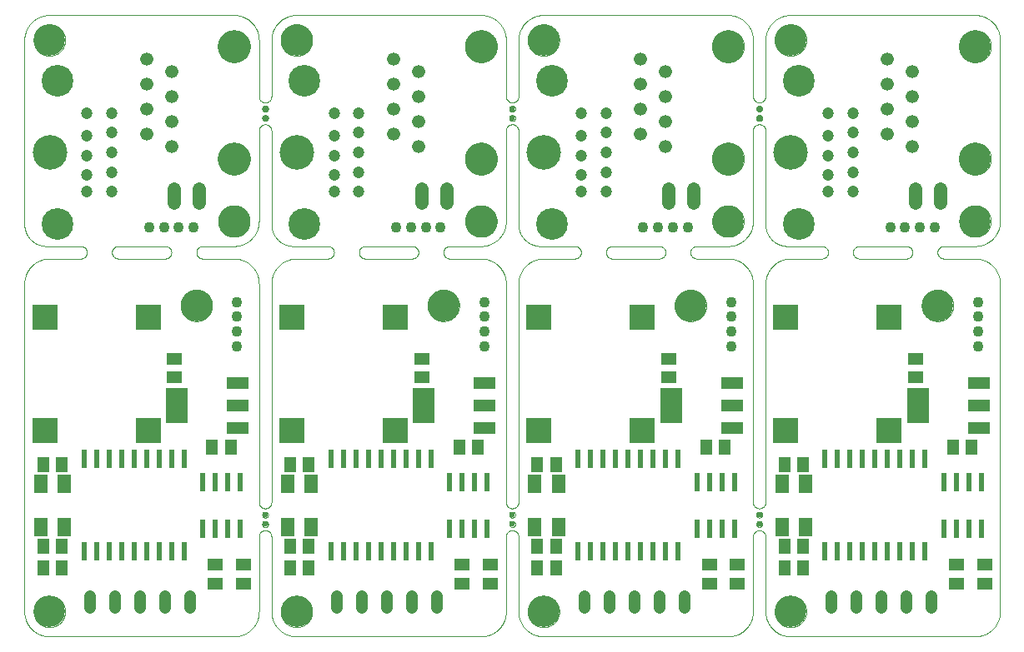
<source format=gts>
G75*
%MOIN*%
%OFA0B0*%
%FSLAX25Y25*%
%IPPOS*%
%LPD*%
%AMOC8*
5,1,8,0,0,1.08239X$1,22.5*
%
%ADD10C,0.00000*%
%ADD11C,0.12598*%
%ADD12C,0.02362*%
%ADD13R,0.05118X0.05906*%
%ADD14R,0.05906X0.05118*%
%ADD15R,0.08800X0.04800*%
%ADD16R,0.08661X0.14173*%
%ADD17R,0.05512X0.07480*%
%ADD18R,0.02200X0.07800*%
%ADD19C,0.04331*%
%ADD20R,0.09843X0.09843*%
%ADD21C,0.05250*%
%ADD22C,0.12800*%
%ADD23C,0.04724*%
%ADD24C,0.13843*%
%ADD25C,0.12661*%
%ADD26C,0.05400*%
%ADD27C,0.04800*%
D10*
X0046345Y0032550D02*
X0046345Y0163800D01*
X0046348Y0164042D01*
X0046357Y0164283D01*
X0046371Y0164524D01*
X0046392Y0164765D01*
X0046418Y0165005D01*
X0046450Y0165245D01*
X0046488Y0165484D01*
X0046531Y0165721D01*
X0046581Y0165958D01*
X0046636Y0166193D01*
X0046696Y0166427D01*
X0046763Y0166659D01*
X0046834Y0166890D01*
X0046912Y0167119D01*
X0046995Y0167346D01*
X0047083Y0167571D01*
X0047177Y0167794D01*
X0047276Y0168014D01*
X0047381Y0168232D01*
X0047490Y0168447D01*
X0047605Y0168660D01*
X0047725Y0168870D01*
X0047850Y0169076D01*
X0047980Y0169280D01*
X0048115Y0169481D01*
X0048255Y0169678D01*
X0048399Y0169872D01*
X0048548Y0170062D01*
X0048702Y0170248D01*
X0048860Y0170431D01*
X0049022Y0170610D01*
X0049189Y0170785D01*
X0049360Y0170956D01*
X0049535Y0171123D01*
X0049714Y0171285D01*
X0049897Y0171443D01*
X0050083Y0171597D01*
X0050273Y0171746D01*
X0050467Y0171890D01*
X0050664Y0172030D01*
X0050865Y0172165D01*
X0051069Y0172295D01*
X0051275Y0172420D01*
X0051485Y0172540D01*
X0051698Y0172655D01*
X0051913Y0172764D01*
X0052131Y0172869D01*
X0052351Y0172968D01*
X0052574Y0173062D01*
X0052799Y0173150D01*
X0053026Y0173233D01*
X0053255Y0173311D01*
X0053486Y0173382D01*
X0053718Y0173449D01*
X0053952Y0173509D01*
X0054187Y0173564D01*
X0054424Y0173614D01*
X0054661Y0173657D01*
X0054900Y0173695D01*
X0055140Y0173727D01*
X0055380Y0173753D01*
X0055621Y0173774D01*
X0055862Y0173788D01*
X0056103Y0173797D01*
X0056345Y0173800D01*
X0068845Y0173800D01*
X0071345Y0176300D02*
X0071343Y0176398D01*
X0071337Y0176496D01*
X0071328Y0176594D01*
X0071314Y0176691D01*
X0071297Y0176788D01*
X0071276Y0176884D01*
X0071251Y0176979D01*
X0071223Y0177073D01*
X0071190Y0177165D01*
X0071155Y0177257D01*
X0071115Y0177347D01*
X0071073Y0177435D01*
X0071026Y0177522D01*
X0070977Y0177606D01*
X0070924Y0177689D01*
X0070868Y0177769D01*
X0070808Y0177848D01*
X0070746Y0177924D01*
X0070681Y0177997D01*
X0070613Y0178068D01*
X0070542Y0178136D01*
X0070469Y0178201D01*
X0070393Y0178263D01*
X0070314Y0178323D01*
X0070234Y0178379D01*
X0070151Y0178432D01*
X0070067Y0178481D01*
X0069980Y0178528D01*
X0069892Y0178570D01*
X0069802Y0178610D01*
X0069710Y0178645D01*
X0069618Y0178678D01*
X0069524Y0178706D01*
X0069429Y0178731D01*
X0069333Y0178752D01*
X0069236Y0178769D01*
X0069139Y0178783D01*
X0069041Y0178792D01*
X0068943Y0178798D01*
X0068845Y0178800D01*
X0055095Y0178800D01*
X0054884Y0178803D01*
X0054672Y0178810D01*
X0054461Y0178823D01*
X0054251Y0178841D01*
X0054040Y0178864D01*
X0053831Y0178892D01*
X0053622Y0178925D01*
X0053414Y0178963D01*
X0053207Y0179006D01*
X0053001Y0179054D01*
X0052796Y0179107D01*
X0052593Y0179165D01*
X0052391Y0179228D01*
X0052191Y0179296D01*
X0051992Y0179369D01*
X0051795Y0179446D01*
X0051601Y0179528D01*
X0051408Y0179615D01*
X0051217Y0179706D01*
X0051029Y0179802D01*
X0050843Y0179903D01*
X0050659Y0180008D01*
X0050478Y0180117D01*
X0050300Y0180231D01*
X0050124Y0180349D01*
X0049952Y0180471D01*
X0049782Y0180597D01*
X0049616Y0180728D01*
X0049453Y0180862D01*
X0049293Y0181001D01*
X0049136Y0181143D01*
X0048983Y0181289D01*
X0048834Y0181438D01*
X0048688Y0181591D01*
X0048546Y0181748D01*
X0048407Y0181908D01*
X0048273Y0182071D01*
X0048142Y0182237D01*
X0048016Y0182407D01*
X0047894Y0182579D01*
X0047776Y0182755D01*
X0047662Y0182933D01*
X0047553Y0183114D01*
X0047448Y0183298D01*
X0047347Y0183484D01*
X0047251Y0183672D01*
X0047160Y0183863D01*
X0047073Y0184056D01*
X0046991Y0184250D01*
X0046914Y0184447D01*
X0046841Y0184646D01*
X0046773Y0184846D01*
X0046710Y0185048D01*
X0046652Y0185251D01*
X0046599Y0185456D01*
X0046551Y0185662D01*
X0046508Y0185869D01*
X0046470Y0186077D01*
X0046437Y0186286D01*
X0046409Y0186495D01*
X0046386Y0186706D01*
X0046368Y0186916D01*
X0046355Y0187127D01*
X0046348Y0187339D01*
X0046345Y0187550D01*
X0046345Y0261300D01*
X0046348Y0261542D01*
X0046357Y0261783D01*
X0046371Y0262024D01*
X0046392Y0262265D01*
X0046418Y0262505D01*
X0046450Y0262745D01*
X0046488Y0262984D01*
X0046531Y0263221D01*
X0046581Y0263458D01*
X0046636Y0263693D01*
X0046696Y0263927D01*
X0046763Y0264159D01*
X0046834Y0264390D01*
X0046912Y0264619D01*
X0046995Y0264846D01*
X0047083Y0265071D01*
X0047177Y0265294D01*
X0047276Y0265514D01*
X0047381Y0265732D01*
X0047490Y0265947D01*
X0047605Y0266160D01*
X0047725Y0266370D01*
X0047850Y0266576D01*
X0047980Y0266780D01*
X0048115Y0266981D01*
X0048255Y0267178D01*
X0048399Y0267372D01*
X0048548Y0267562D01*
X0048702Y0267748D01*
X0048860Y0267931D01*
X0049022Y0268110D01*
X0049189Y0268285D01*
X0049360Y0268456D01*
X0049535Y0268623D01*
X0049714Y0268785D01*
X0049897Y0268943D01*
X0050083Y0269097D01*
X0050273Y0269246D01*
X0050467Y0269390D01*
X0050664Y0269530D01*
X0050865Y0269665D01*
X0051069Y0269795D01*
X0051275Y0269920D01*
X0051485Y0270040D01*
X0051698Y0270155D01*
X0051913Y0270264D01*
X0052131Y0270369D01*
X0052351Y0270468D01*
X0052574Y0270562D01*
X0052799Y0270650D01*
X0053026Y0270733D01*
X0053255Y0270811D01*
X0053486Y0270882D01*
X0053718Y0270949D01*
X0053952Y0271009D01*
X0054187Y0271064D01*
X0054424Y0271114D01*
X0054661Y0271157D01*
X0054900Y0271195D01*
X0055140Y0271227D01*
X0055380Y0271253D01*
X0055621Y0271274D01*
X0055862Y0271288D01*
X0056103Y0271297D01*
X0056345Y0271300D01*
X0130095Y0271300D01*
X0130337Y0271297D01*
X0130578Y0271288D01*
X0130819Y0271274D01*
X0131060Y0271253D01*
X0131300Y0271227D01*
X0131540Y0271195D01*
X0131779Y0271157D01*
X0132016Y0271114D01*
X0132253Y0271064D01*
X0132488Y0271009D01*
X0132722Y0270949D01*
X0132954Y0270882D01*
X0133185Y0270811D01*
X0133414Y0270733D01*
X0133641Y0270650D01*
X0133866Y0270562D01*
X0134089Y0270468D01*
X0134309Y0270369D01*
X0134527Y0270264D01*
X0134742Y0270155D01*
X0134955Y0270040D01*
X0135165Y0269920D01*
X0135371Y0269795D01*
X0135575Y0269665D01*
X0135776Y0269530D01*
X0135973Y0269390D01*
X0136167Y0269246D01*
X0136357Y0269097D01*
X0136543Y0268943D01*
X0136726Y0268785D01*
X0136905Y0268623D01*
X0137080Y0268456D01*
X0137251Y0268285D01*
X0137418Y0268110D01*
X0137580Y0267931D01*
X0137738Y0267748D01*
X0137892Y0267562D01*
X0138041Y0267372D01*
X0138185Y0267178D01*
X0138325Y0266981D01*
X0138460Y0266780D01*
X0138590Y0266576D01*
X0138715Y0266370D01*
X0138835Y0266160D01*
X0138950Y0265947D01*
X0139059Y0265732D01*
X0139164Y0265514D01*
X0139263Y0265294D01*
X0139357Y0265071D01*
X0139445Y0264846D01*
X0139528Y0264619D01*
X0139606Y0264390D01*
X0139677Y0264159D01*
X0139744Y0263927D01*
X0139804Y0263693D01*
X0139859Y0263458D01*
X0139909Y0263221D01*
X0139952Y0262984D01*
X0139990Y0262745D01*
X0140022Y0262505D01*
X0140048Y0262265D01*
X0140069Y0262024D01*
X0140083Y0261783D01*
X0140092Y0261542D01*
X0140095Y0261300D01*
X0140095Y0238800D01*
X0142595Y0236300D02*
X0142693Y0236302D01*
X0142791Y0236308D01*
X0142889Y0236317D01*
X0142986Y0236331D01*
X0143083Y0236348D01*
X0143179Y0236369D01*
X0143274Y0236394D01*
X0143368Y0236422D01*
X0143460Y0236455D01*
X0143552Y0236490D01*
X0143642Y0236530D01*
X0143730Y0236572D01*
X0143817Y0236619D01*
X0143901Y0236668D01*
X0143984Y0236721D01*
X0144064Y0236777D01*
X0144143Y0236837D01*
X0144219Y0236899D01*
X0144292Y0236964D01*
X0144363Y0237032D01*
X0144431Y0237103D01*
X0144496Y0237176D01*
X0144558Y0237252D01*
X0144618Y0237331D01*
X0144674Y0237411D01*
X0144727Y0237494D01*
X0144776Y0237578D01*
X0144823Y0237665D01*
X0144865Y0237753D01*
X0144905Y0237843D01*
X0144940Y0237935D01*
X0144973Y0238027D01*
X0145001Y0238121D01*
X0145026Y0238216D01*
X0145047Y0238312D01*
X0145064Y0238409D01*
X0145078Y0238506D01*
X0145087Y0238604D01*
X0145093Y0238702D01*
X0145095Y0238800D01*
X0145095Y0261300D01*
X0145098Y0261542D01*
X0145107Y0261783D01*
X0145121Y0262024D01*
X0145142Y0262265D01*
X0145168Y0262505D01*
X0145200Y0262745D01*
X0145238Y0262984D01*
X0145281Y0263221D01*
X0145331Y0263458D01*
X0145386Y0263693D01*
X0145446Y0263927D01*
X0145513Y0264159D01*
X0145584Y0264390D01*
X0145662Y0264619D01*
X0145745Y0264846D01*
X0145833Y0265071D01*
X0145927Y0265294D01*
X0146026Y0265514D01*
X0146131Y0265732D01*
X0146240Y0265947D01*
X0146355Y0266160D01*
X0146475Y0266370D01*
X0146600Y0266576D01*
X0146730Y0266780D01*
X0146865Y0266981D01*
X0147005Y0267178D01*
X0147149Y0267372D01*
X0147298Y0267562D01*
X0147452Y0267748D01*
X0147610Y0267931D01*
X0147772Y0268110D01*
X0147939Y0268285D01*
X0148110Y0268456D01*
X0148285Y0268623D01*
X0148464Y0268785D01*
X0148647Y0268943D01*
X0148833Y0269097D01*
X0149023Y0269246D01*
X0149217Y0269390D01*
X0149414Y0269530D01*
X0149615Y0269665D01*
X0149819Y0269795D01*
X0150025Y0269920D01*
X0150235Y0270040D01*
X0150448Y0270155D01*
X0150663Y0270264D01*
X0150881Y0270369D01*
X0151101Y0270468D01*
X0151324Y0270562D01*
X0151549Y0270650D01*
X0151776Y0270733D01*
X0152005Y0270811D01*
X0152236Y0270882D01*
X0152468Y0270949D01*
X0152702Y0271009D01*
X0152937Y0271064D01*
X0153174Y0271114D01*
X0153411Y0271157D01*
X0153650Y0271195D01*
X0153890Y0271227D01*
X0154130Y0271253D01*
X0154371Y0271274D01*
X0154612Y0271288D01*
X0154853Y0271297D01*
X0155095Y0271300D01*
X0228845Y0271300D01*
X0229087Y0271297D01*
X0229328Y0271288D01*
X0229569Y0271274D01*
X0229810Y0271253D01*
X0230050Y0271227D01*
X0230290Y0271195D01*
X0230529Y0271157D01*
X0230766Y0271114D01*
X0231003Y0271064D01*
X0231238Y0271009D01*
X0231472Y0270949D01*
X0231704Y0270882D01*
X0231935Y0270811D01*
X0232164Y0270733D01*
X0232391Y0270650D01*
X0232616Y0270562D01*
X0232839Y0270468D01*
X0233059Y0270369D01*
X0233277Y0270264D01*
X0233492Y0270155D01*
X0233705Y0270040D01*
X0233915Y0269920D01*
X0234121Y0269795D01*
X0234325Y0269665D01*
X0234526Y0269530D01*
X0234723Y0269390D01*
X0234917Y0269246D01*
X0235107Y0269097D01*
X0235293Y0268943D01*
X0235476Y0268785D01*
X0235655Y0268623D01*
X0235830Y0268456D01*
X0236001Y0268285D01*
X0236168Y0268110D01*
X0236330Y0267931D01*
X0236488Y0267748D01*
X0236642Y0267562D01*
X0236791Y0267372D01*
X0236935Y0267178D01*
X0237075Y0266981D01*
X0237210Y0266780D01*
X0237340Y0266576D01*
X0237465Y0266370D01*
X0237585Y0266160D01*
X0237700Y0265947D01*
X0237809Y0265732D01*
X0237914Y0265514D01*
X0238013Y0265294D01*
X0238107Y0265071D01*
X0238195Y0264846D01*
X0238278Y0264619D01*
X0238356Y0264390D01*
X0238427Y0264159D01*
X0238494Y0263927D01*
X0238554Y0263693D01*
X0238609Y0263458D01*
X0238659Y0263221D01*
X0238702Y0262984D01*
X0238740Y0262745D01*
X0238772Y0262505D01*
X0238798Y0262265D01*
X0238819Y0262024D01*
X0238833Y0261783D01*
X0238842Y0261542D01*
X0238845Y0261300D01*
X0238845Y0238800D01*
X0241345Y0236300D02*
X0241443Y0236302D01*
X0241541Y0236308D01*
X0241639Y0236317D01*
X0241736Y0236331D01*
X0241833Y0236348D01*
X0241929Y0236369D01*
X0242024Y0236394D01*
X0242118Y0236422D01*
X0242210Y0236455D01*
X0242302Y0236490D01*
X0242392Y0236530D01*
X0242480Y0236572D01*
X0242567Y0236619D01*
X0242651Y0236668D01*
X0242734Y0236721D01*
X0242814Y0236777D01*
X0242893Y0236837D01*
X0242969Y0236899D01*
X0243042Y0236964D01*
X0243113Y0237032D01*
X0243181Y0237103D01*
X0243246Y0237176D01*
X0243308Y0237252D01*
X0243368Y0237331D01*
X0243424Y0237411D01*
X0243477Y0237494D01*
X0243526Y0237578D01*
X0243573Y0237665D01*
X0243615Y0237753D01*
X0243655Y0237843D01*
X0243690Y0237935D01*
X0243723Y0238027D01*
X0243751Y0238121D01*
X0243776Y0238216D01*
X0243797Y0238312D01*
X0243814Y0238409D01*
X0243828Y0238506D01*
X0243837Y0238604D01*
X0243843Y0238702D01*
X0243845Y0238800D01*
X0243845Y0261300D01*
X0243848Y0261542D01*
X0243857Y0261783D01*
X0243871Y0262024D01*
X0243892Y0262265D01*
X0243918Y0262505D01*
X0243950Y0262745D01*
X0243988Y0262984D01*
X0244031Y0263221D01*
X0244081Y0263458D01*
X0244136Y0263693D01*
X0244196Y0263927D01*
X0244263Y0264159D01*
X0244334Y0264390D01*
X0244412Y0264619D01*
X0244495Y0264846D01*
X0244583Y0265071D01*
X0244677Y0265294D01*
X0244776Y0265514D01*
X0244881Y0265732D01*
X0244990Y0265947D01*
X0245105Y0266160D01*
X0245225Y0266370D01*
X0245350Y0266576D01*
X0245480Y0266780D01*
X0245615Y0266981D01*
X0245755Y0267178D01*
X0245899Y0267372D01*
X0246048Y0267562D01*
X0246202Y0267748D01*
X0246360Y0267931D01*
X0246522Y0268110D01*
X0246689Y0268285D01*
X0246860Y0268456D01*
X0247035Y0268623D01*
X0247214Y0268785D01*
X0247397Y0268943D01*
X0247583Y0269097D01*
X0247773Y0269246D01*
X0247967Y0269390D01*
X0248164Y0269530D01*
X0248365Y0269665D01*
X0248569Y0269795D01*
X0248775Y0269920D01*
X0248985Y0270040D01*
X0249198Y0270155D01*
X0249413Y0270264D01*
X0249631Y0270369D01*
X0249851Y0270468D01*
X0250074Y0270562D01*
X0250299Y0270650D01*
X0250526Y0270733D01*
X0250755Y0270811D01*
X0250986Y0270882D01*
X0251218Y0270949D01*
X0251452Y0271009D01*
X0251687Y0271064D01*
X0251924Y0271114D01*
X0252161Y0271157D01*
X0252400Y0271195D01*
X0252640Y0271227D01*
X0252880Y0271253D01*
X0253121Y0271274D01*
X0253362Y0271288D01*
X0253603Y0271297D01*
X0253845Y0271300D01*
X0327595Y0271300D01*
X0327837Y0271297D01*
X0328078Y0271288D01*
X0328319Y0271274D01*
X0328560Y0271253D01*
X0328800Y0271227D01*
X0329040Y0271195D01*
X0329279Y0271157D01*
X0329516Y0271114D01*
X0329753Y0271064D01*
X0329988Y0271009D01*
X0330222Y0270949D01*
X0330454Y0270882D01*
X0330685Y0270811D01*
X0330914Y0270733D01*
X0331141Y0270650D01*
X0331366Y0270562D01*
X0331589Y0270468D01*
X0331809Y0270369D01*
X0332027Y0270264D01*
X0332242Y0270155D01*
X0332455Y0270040D01*
X0332665Y0269920D01*
X0332871Y0269795D01*
X0333075Y0269665D01*
X0333276Y0269530D01*
X0333473Y0269390D01*
X0333667Y0269246D01*
X0333857Y0269097D01*
X0334043Y0268943D01*
X0334226Y0268785D01*
X0334405Y0268623D01*
X0334580Y0268456D01*
X0334751Y0268285D01*
X0334918Y0268110D01*
X0335080Y0267931D01*
X0335238Y0267748D01*
X0335392Y0267562D01*
X0335541Y0267372D01*
X0335685Y0267178D01*
X0335825Y0266981D01*
X0335960Y0266780D01*
X0336090Y0266576D01*
X0336215Y0266370D01*
X0336335Y0266160D01*
X0336450Y0265947D01*
X0336559Y0265732D01*
X0336664Y0265514D01*
X0336763Y0265294D01*
X0336857Y0265071D01*
X0336945Y0264846D01*
X0337028Y0264619D01*
X0337106Y0264390D01*
X0337177Y0264159D01*
X0337244Y0263927D01*
X0337304Y0263693D01*
X0337359Y0263458D01*
X0337409Y0263221D01*
X0337452Y0262984D01*
X0337490Y0262745D01*
X0337522Y0262505D01*
X0337548Y0262265D01*
X0337569Y0262024D01*
X0337583Y0261783D01*
X0337592Y0261542D01*
X0337595Y0261300D01*
X0337595Y0238800D01*
X0340095Y0236300D02*
X0340193Y0236302D01*
X0340291Y0236308D01*
X0340389Y0236317D01*
X0340486Y0236331D01*
X0340583Y0236348D01*
X0340679Y0236369D01*
X0340774Y0236394D01*
X0340868Y0236422D01*
X0340960Y0236455D01*
X0341052Y0236490D01*
X0341142Y0236530D01*
X0341230Y0236572D01*
X0341317Y0236619D01*
X0341401Y0236668D01*
X0341484Y0236721D01*
X0341564Y0236777D01*
X0341643Y0236837D01*
X0341719Y0236899D01*
X0341792Y0236964D01*
X0341863Y0237032D01*
X0341931Y0237103D01*
X0341996Y0237176D01*
X0342058Y0237252D01*
X0342118Y0237331D01*
X0342174Y0237411D01*
X0342227Y0237494D01*
X0342276Y0237578D01*
X0342323Y0237665D01*
X0342365Y0237753D01*
X0342405Y0237843D01*
X0342440Y0237935D01*
X0342473Y0238027D01*
X0342501Y0238121D01*
X0342526Y0238216D01*
X0342547Y0238312D01*
X0342564Y0238409D01*
X0342578Y0238506D01*
X0342587Y0238604D01*
X0342593Y0238702D01*
X0342595Y0238800D01*
X0342595Y0261300D01*
X0342598Y0261542D01*
X0342607Y0261783D01*
X0342621Y0262024D01*
X0342642Y0262265D01*
X0342668Y0262505D01*
X0342700Y0262745D01*
X0342738Y0262984D01*
X0342781Y0263221D01*
X0342831Y0263458D01*
X0342886Y0263693D01*
X0342946Y0263927D01*
X0343013Y0264159D01*
X0343084Y0264390D01*
X0343162Y0264619D01*
X0343245Y0264846D01*
X0343333Y0265071D01*
X0343427Y0265294D01*
X0343526Y0265514D01*
X0343631Y0265732D01*
X0343740Y0265947D01*
X0343855Y0266160D01*
X0343975Y0266370D01*
X0344100Y0266576D01*
X0344230Y0266780D01*
X0344365Y0266981D01*
X0344505Y0267178D01*
X0344649Y0267372D01*
X0344798Y0267562D01*
X0344952Y0267748D01*
X0345110Y0267931D01*
X0345272Y0268110D01*
X0345439Y0268285D01*
X0345610Y0268456D01*
X0345785Y0268623D01*
X0345964Y0268785D01*
X0346147Y0268943D01*
X0346333Y0269097D01*
X0346523Y0269246D01*
X0346717Y0269390D01*
X0346914Y0269530D01*
X0347115Y0269665D01*
X0347319Y0269795D01*
X0347525Y0269920D01*
X0347735Y0270040D01*
X0347948Y0270155D01*
X0348163Y0270264D01*
X0348381Y0270369D01*
X0348601Y0270468D01*
X0348824Y0270562D01*
X0349049Y0270650D01*
X0349276Y0270733D01*
X0349505Y0270811D01*
X0349736Y0270882D01*
X0349968Y0270949D01*
X0350202Y0271009D01*
X0350437Y0271064D01*
X0350674Y0271114D01*
X0350911Y0271157D01*
X0351150Y0271195D01*
X0351390Y0271227D01*
X0351630Y0271253D01*
X0351871Y0271274D01*
X0352112Y0271288D01*
X0352353Y0271297D01*
X0352595Y0271300D01*
X0426345Y0271300D01*
X0426587Y0271297D01*
X0426828Y0271288D01*
X0427069Y0271274D01*
X0427310Y0271253D01*
X0427550Y0271227D01*
X0427790Y0271195D01*
X0428029Y0271157D01*
X0428266Y0271114D01*
X0428503Y0271064D01*
X0428738Y0271009D01*
X0428972Y0270949D01*
X0429204Y0270882D01*
X0429435Y0270811D01*
X0429664Y0270733D01*
X0429891Y0270650D01*
X0430116Y0270562D01*
X0430339Y0270468D01*
X0430559Y0270369D01*
X0430777Y0270264D01*
X0430992Y0270155D01*
X0431205Y0270040D01*
X0431415Y0269920D01*
X0431621Y0269795D01*
X0431825Y0269665D01*
X0432026Y0269530D01*
X0432223Y0269390D01*
X0432417Y0269246D01*
X0432607Y0269097D01*
X0432793Y0268943D01*
X0432976Y0268785D01*
X0433155Y0268623D01*
X0433330Y0268456D01*
X0433501Y0268285D01*
X0433668Y0268110D01*
X0433830Y0267931D01*
X0433988Y0267748D01*
X0434142Y0267562D01*
X0434291Y0267372D01*
X0434435Y0267178D01*
X0434575Y0266981D01*
X0434710Y0266780D01*
X0434840Y0266576D01*
X0434965Y0266370D01*
X0435085Y0266160D01*
X0435200Y0265947D01*
X0435309Y0265732D01*
X0435414Y0265514D01*
X0435513Y0265294D01*
X0435607Y0265071D01*
X0435695Y0264846D01*
X0435778Y0264619D01*
X0435856Y0264390D01*
X0435927Y0264159D01*
X0435994Y0263927D01*
X0436054Y0263693D01*
X0436109Y0263458D01*
X0436159Y0263221D01*
X0436202Y0262984D01*
X0436240Y0262745D01*
X0436272Y0262505D01*
X0436298Y0262265D01*
X0436319Y0262024D01*
X0436333Y0261783D01*
X0436342Y0261542D01*
X0436345Y0261300D01*
X0436345Y0188800D01*
X0436342Y0188558D01*
X0436333Y0188317D01*
X0436319Y0188076D01*
X0436298Y0187835D01*
X0436272Y0187595D01*
X0436240Y0187355D01*
X0436202Y0187116D01*
X0436159Y0186879D01*
X0436109Y0186642D01*
X0436054Y0186407D01*
X0435994Y0186173D01*
X0435927Y0185941D01*
X0435856Y0185710D01*
X0435778Y0185481D01*
X0435695Y0185254D01*
X0435607Y0185029D01*
X0435513Y0184806D01*
X0435414Y0184586D01*
X0435309Y0184368D01*
X0435200Y0184153D01*
X0435085Y0183940D01*
X0434965Y0183730D01*
X0434840Y0183524D01*
X0434710Y0183320D01*
X0434575Y0183119D01*
X0434435Y0182922D01*
X0434291Y0182728D01*
X0434142Y0182538D01*
X0433988Y0182352D01*
X0433830Y0182169D01*
X0433668Y0181990D01*
X0433501Y0181815D01*
X0433330Y0181644D01*
X0433155Y0181477D01*
X0432976Y0181315D01*
X0432793Y0181157D01*
X0432607Y0181003D01*
X0432417Y0180854D01*
X0432223Y0180710D01*
X0432026Y0180570D01*
X0431825Y0180435D01*
X0431621Y0180305D01*
X0431415Y0180180D01*
X0431205Y0180060D01*
X0430992Y0179945D01*
X0430777Y0179836D01*
X0430559Y0179731D01*
X0430339Y0179632D01*
X0430116Y0179538D01*
X0429891Y0179450D01*
X0429664Y0179367D01*
X0429435Y0179289D01*
X0429204Y0179218D01*
X0428972Y0179151D01*
X0428738Y0179091D01*
X0428503Y0179036D01*
X0428266Y0178986D01*
X0428029Y0178943D01*
X0427790Y0178905D01*
X0427550Y0178873D01*
X0427310Y0178847D01*
X0427069Y0178826D01*
X0426828Y0178812D01*
X0426587Y0178803D01*
X0426345Y0178800D01*
X0413845Y0178800D01*
X0413747Y0178798D01*
X0413649Y0178792D01*
X0413551Y0178783D01*
X0413454Y0178769D01*
X0413357Y0178752D01*
X0413261Y0178731D01*
X0413166Y0178706D01*
X0413072Y0178678D01*
X0412980Y0178645D01*
X0412888Y0178610D01*
X0412798Y0178570D01*
X0412710Y0178528D01*
X0412623Y0178481D01*
X0412539Y0178432D01*
X0412456Y0178379D01*
X0412376Y0178323D01*
X0412297Y0178263D01*
X0412221Y0178201D01*
X0412148Y0178136D01*
X0412077Y0178068D01*
X0412009Y0177997D01*
X0411944Y0177924D01*
X0411882Y0177848D01*
X0411822Y0177769D01*
X0411766Y0177689D01*
X0411713Y0177606D01*
X0411664Y0177522D01*
X0411617Y0177435D01*
X0411575Y0177347D01*
X0411535Y0177257D01*
X0411500Y0177165D01*
X0411467Y0177073D01*
X0411439Y0176979D01*
X0411414Y0176884D01*
X0411393Y0176788D01*
X0411376Y0176691D01*
X0411362Y0176594D01*
X0411353Y0176496D01*
X0411347Y0176398D01*
X0411345Y0176300D01*
X0411347Y0176202D01*
X0411353Y0176104D01*
X0411362Y0176006D01*
X0411376Y0175909D01*
X0411393Y0175812D01*
X0411414Y0175716D01*
X0411439Y0175621D01*
X0411467Y0175527D01*
X0411500Y0175435D01*
X0411535Y0175343D01*
X0411575Y0175253D01*
X0411617Y0175165D01*
X0411664Y0175078D01*
X0411713Y0174994D01*
X0411766Y0174911D01*
X0411822Y0174831D01*
X0411882Y0174752D01*
X0411944Y0174676D01*
X0412009Y0174603D01*
X0412077Y0174532D01*
X0412148Y0174464D01*
X0412221Y0174399D01*
X0412297Y0174337D01*
X0412376Y0174277D01*
X0412456Y0174221D01*
X0412539Y0174168D01*
X0412623Y0174119D01*
X0412710Y0174072D01*
X0412798Y0174030D01*
X0412888Y0173990D01*
X0412980Y0173955D01*
X0413072Y0173922D01*
X0413166Y0173894D01*
X0413261Y0173869D01*
X0413357Y0173848D01*
X0413454Y0173831D01*
X0413551Y0173817D01*
X0413649Y0173808D01*
X0413747Y0173802D01*
X0413845Y0173800D01*
X0426345Y0173800D01*
X0426587Y0173797D01*
X0426828Y0173788D01*
X0427069Y0173774D01*
X0427310Y0173753D01*
X0427550Y0173727D01*
X0427790Y0173695D01*
X0428029Y0173657D01*
X0428266Y0173614D01*
X0428503Y0173564D01*
X0428738Y0173509D01*
X0428972Y0173449D01*
X0429204Y0173382D01*
X0429435Y0173311D01*
X0429664Y0173233D01*
X0429891Y0173150D01*
X0430116Y0173062D01*
X0430339Y0172968D01*
X0430559Y0172869D01*
X0430777Y0172764D01*
X0430992Y0172655D01*
X0431205Y0172540D01*
X0431415Y0172420D01*
X0431621Y0172295D01*
X0431825Y0172165D01*
X0432026Y0172030D01*
X0432223Y0171890D01*
X0432417Y0171746D01*
X0432607Y0171597D01*
X0432793Y0171443D01*
X0432976Y0171285D01*
X0433155Y0171123D01*
X0433330Y0170956D01*
X0433501Y0170785D01*
X0433668Y0170610D01*
X0433830Y0170431D01*
X0433988Y0170248D01*
X0434142Y0170062D01*
X0434291Y0169872D01*
X0434435Y0169678D01*
X0434575Y0169481D01*
X0434710Y0169280D01*
X0434840Y0169076D01*
X0434965Y0168870D01*
X0435085Y0168660D01*
X0435200Y0168447D01*
X0435309Y0168232D01*
X0435414Y0168014D01*
X0435513Y0167794D01*
X0435607Y0167571D01*
X0435695Y0167346D01*
X0435778Y0167119D01*
X0435856Y0166890D01*
X0435927Y0166659D01*
X0435994Y0166427D01*
X0436054Y0166193D01*
X0436109Y0165958D01*
X0436159Y0165721D01*
X0436202Y0165484D01*
X0436240Y0165245D01*
X0436272Y0165005D01*
X0436298Y0164765D01*
X0436319Y0164524D01*
X0436333Y0164283D01*
X0436342Y0164042D01*
X0436345Y0163800D01*
X0436345Y0032550D01*
X0436342Y0032308D01*
X0436333Y0032067D01*
X0436319Y0031826D01*
X0436298Y0031585D01*
X0436272Y0031345D01*
X0436240Y0031105D01*
X0436202Y0030866D01*
X0436159Y0030629D01*
X0436109Y0030392D01*
X0436054Y0030157D01*
X0435994Y0029923D01*
X0435927Y0029691D01*
X0435856Y0029460D01*
X0435778Y0029231D01*
X0435695Y0029004D01*
X0435607Y0028779D01*
X0435513Y0028556D01*
X0435414Y0028336D01*
X0435309Y0028118D01*
X0435200Y0027903D01*
X0435085Y0027690D01*
X0434965Y0027480D01*
X0434840Y0027274D01*
X0434710Y0027070D01*
X0434575Y0026869D01*
X0434435Y0026672D01*
X0434291Y0026478D01*
X0434142Y0026288D01*
X0433988Y0026102D01*
X0433830Y0025919D01*
X0433668Y0025740D01*
X0433501Y0025565D01*
X0433330Y0025394D01*
X0433155Y0025227D01*
X0432976Y0025065D01*
X0432793Y0024907D01*
X0432607Y0024753D01*
X0432417Y0024604D01*
X0432223Y0024460D01*
X0432026Y0024320D01*
X0431825Y0024185D01*
X0431621Y0024055D01*
X0431415Y0023930D01*
X0431205Y0023810D01*
X0430992Y0023695D01*
X0430777Y0023586D01*
X0430559Y0023481D01*
X0430339Y0023382D01*
X0430116Y0023288D01*
X0429891Y0023200D01*
X0429664Y0023117D01*
X0429435Y0023039D01*
X0429204Y0022968D01*
X0428972Y0022901D01*
X0428738Y0022841D01*
X0428503Y0022786D01*
X0428266Y0022736D01*
X0428029Y0022693D01*
X0427790Y0022655D01*
X0427550Y0022623D01*
X0427310Y0022597D01*
X0427069Y0022576D01*
X0426828Y0022562D01*
X0426587Y0022553D01*
X0426345Y0022550D01*
X0352595Y0022550D01*
X0352353Y0022553D01*
X0352112Y0022562D01*
X0351871Y0022576D01*
X0351630Y0022597D01*
X0351390Y0022623D01*
X0351150Y0022655D01*
X0350911Y0022693D01*
X0350674Y0022736D01*
X0350437Y0022786D01*
X0350202Y0022841D01*
X0349968Y0022901D01*
X0349736Y0022968D01*
X0349505Y0023039D01*
X0349276Y0023117D01*
X0349049Y0023200D01*
X0348824Y0023288D01*
X0348601Y0023382D01*
X0348381Y0023481D01*
X0348163Y0023586D01*
X0347948Y0023695D01*
X0347735Y0023810D01*
X0347525Y0023930D01*
X0347319Y0024055D01*
X0347115Y0024185D01*
X0346914Y0024320D01*
X0346717Y0024460D01*
X0346523Y0024604D01*
X0346333Y0024753D01*
X0346147Y0024907D01*
X0345964Y0025065D01*
X0345785Y0025227D01*
X0345610Y0025394D01*
X0345439Y0025565D01*
X0345272Y0025740D01*
X0345110Y0025919D01*
X0344952Y0026102D01*
X0344798Y0026288D01*
X0344649Y0026478D01*
X0344505Y0026672D01*
X0344365Y0026869D01*
X0344230Y0027070D01*
X0344100Y0027274D01*
X0343975Y0027480D01*
X0343855Y0027690D01*
X0343740Y0027903D01*
X0343631Y0028118D01*
X0343526Y0028336D01*
X0343427Y0028556D01*
X0343333Y0028779D01*
X0343245Y0029004D01*
X0343162Y0029231D01*
X0343084Y0029460D01*
X0343013Y0029691D01*
X0342946Y0029923D01*
X0342886Y0030157D01*
X0342831Y0030392D01*
X0342781Y0030629D01*
X0342738Y0030866D01*
X0342700Y0031105D01*
X0342668Y0031345D01*
X0342642Y0031585D01*
X0342621Y0031826D01*
X0342607Y0032067D01*
X0342598Y0032308D01*
X0342595Y0032550D01*
X0342595Y0062550D01*
X0342593Y0062648D01*
X0342587Y0062746D01*
X0342578Y0062844D01*
X0342564Y0062941D01*
X0342547Y0063038D01*
X0342526Y0063134D01*
X0342501Y0063229D01*
X0342473Y0063323D01*
X0342440Y0063415D01*
X0342405Y0063507D01*
X0342365Y0063597D01*
X0342323Y0063685D01*
X0342276Y0063772D01*
X0342227Y0063856D01*
X0342174Y0063939D01*
X0342118Y0064019D01*
X0342058Y0064098D01*
X0341996Y0064174D01*
X0341931Y0064247D01*
X0341863Y0064318D01*
X0341792Y0064386D01*
X0341719Y0064451D01*
X0341643Y0064513D01*
X0341564Y0064573D01*
X0341484Y0064629D01*
X0341401Y0064682D01*
X0341317Y0064731D01*
X0341230Y0064778D01*
X0341142Y0064820D01*
X0341052Y0064860D01*
X0340960Y0064895D01*
X0340868Y0064928D01*
X0340774Y0064956D01*
X0340679Y0064981D01*
X0340583Y0065002D01*
X0340486Y0065019D01*
X0340389Y0065033D01*
X0340291Y0065042D01*
X0340193Y0065048D01*
X0340095Y0065050D01*
X0339997Y0065048D01*
X0339899Y0065042D01*
X0339801Y0065033D01*
X0339704Y0065019D01*
X0339607Y0065002D01*
X0339511Y0064981D01*
X0339416Y0064956D01*
X0339322Y0064928D01*
X0339230Y0064895D01*
X0339138Y0064860D01*
X0339048Y0064820D01*
X0338960Y0064778D01*
X0338873Y0064731D01*
X0338789Y0064682D01*
X0338706Y0064629D01*
X0338626Y0064573D01*
X0338547Y0064513D01*
X0338471Y0064451D01*
X0338398Y0064386D01*
X0338327Y0064318D01*
X0338259Y0064247D01*
X0338194Y0064174D01*
X0338132Y0064098D01*
X0338072Y0064019D01*
X0338016Y0063939D01*
X0337963Y0063856D01*
X0337914Y0063772D01*
X0337867Y0063685D01*
X0337825Y0063597D01*
X0337785Y0063507D01*
X0337750Y0063415D01*
X0337717Y0063323D01*
X0337689Y0063229D01*
X0337664Y0063134D01*
X0337643Y0063038D01*
X0337626Y0062941D01*
X0337612Y0062844D01*
X0337603Y0062746D01*
X0337597Y0062648D01*
X0337595Y0062550D01*
X0337595Y0032550D01*
X0337592Y0032308D01*
X0337583Y0032067D01*
X0337569Y0031826D01*
X0337548Y0031585D01*
X0337522Y0031345D01*
X0337490Y0031105D01*
X0337452Y0030866D01*
X0337409Y0030629D01*
X0337359Y0030392D01*
X0337304Y0030157D01*
X0337244Y0029923D01*
X0337177Y0029691D01*
X0337106Y0029460D01*
X0337028Y0029231D01*
X0336945Y0029004D01*
X0336857Y0028779D01*
X0336763Y0028556D01*
X0336664Y0028336D01*
X0336559Y0028118D01*
X0336450Y0027903D01*
X0336335Y0027690D01*
X0336215Y0027480D01*
X0336090Y0027274D01*
X0335960Y0027070D01*
X0335825Y0026869D01*
X0335685Y0026672D01*
X0335541Y0026478D01*
X0335392Y0026288D01*
X0335238Y0026102D01*
X0335080Y0025919D01*
X0334918Y0025740D01*
X0334751Y0025565D01*
X0334580Y0025394D01*
X0334405Y0025227D01*
X0334226Y0025065D01*
X0334043Y0024907D01*
X0333857Y0024753D01*
X0333667Y0024604D01*
X0333473Y0024460D01*
X0333276Y0024320D01*
X0333075Y0024185D01*
X0332871Y0024055D01*
X0332665Y0023930D01*
X0332455Y0023810D01*
X0332242Y0023695D01*
X0332027Y0023586D01*
X0331809Y0023481D01*
X0331589Y0023382D01*
X0331366Y0023288D01*
X0331141Y0023200D01*
X0330914Y0023117D01*
X0330685Y0023039D01*
X0330454Y0022968D01*
X0330222Y0022901D01*
X0329988Y0022841D01*
X0329753Y0022786D01*
X0329516Y0022736D01*
X0329279Y0022693D01*
X0329040Y0022655D01*
X0328800Y0022623D01*
X0328560Y0022597D01*
X0328319Y0022576D01*
X0328078Y0022562D01*
X0327837Y0022553D01*
X0327595Y0022550D01*
X0253845Y0022550D01*
X0253603Y0022553D01*
X0253362Y0022562D01*
X0253121Y0022576D01*
X0252880Y0022597D01*
X0252640Y0022623D01*
X0252400Y0022655D01*
X0252161Y0022693D01*
X0251924Y0022736D01*
X0251687Y0022786D01*
X0251452Y0022841D01*
X0251218Y0022901D01*
X0250986Y0022968D01*
X0250755Y0023039D01*
X0250526Y0023117D01*
X0250299Y0023200D01*
X0250074Y0023288D01*
X0249851Y0023382D01*
X0249631Y0023481D01*
X0249413Y0023586D01*
X0249198Y0023695D01*
X0248985Y0023810D01*
X0248775Y0023930D01*
X0248569Y0024055D01*
X0248365Y0024185D01*
X0248164Y0024320D01*
X0247967Y0024460D01*
X0247773Y0024604D01*
X0247583Y0024753D01*
X0247397Y0024907D01*
X0247214Y0025065D01*
X0247035Y0025227D01*
X0246860Y0025394D01*
X0246689Y0025565D01*
X0246522Y0025740D01*
X0246360Y0025919D01*
X0246202Y0026102D01*
X0246048Y0026288D01*
X0245899Y0026478D01*
X0245755Y0026672D01*
X0245615Y0026869D01*
X0245480Y0027070D01*
X0245350Y0027274D01*
X0245225Y0027480D01*
X0245105Y0027690D01*
X0244990Y0027903D01*
X0244881Y0028118D01*
X0244776Y0028336D01*
X0244677Y0028556D01*
X0244583Y0028779D01*
X0244495Y0029004D01*
X0244412Y0029231D01*
X0244334Y0029460D01*
X0244263Y0029691D01*
X0244196Y0029923D01*
X0244136Y0030157D01*
X0244081Y0030392D01*
X0244031Y0030629D01*
X0243988Y0030866D01*
X0243950Y0031105D01*
X0243918Y0031345D01*
X0243892Y0031585D01*
X0243871Y0031826D01*
X0243857Y0032067D01*
X0243848Y0032308D01*
X0243845Y0032550D01*
X0243845Y0062550D01*
X0243843Y0062648D01*
X0243837Y0062746D01*
X0243828Y0062844D01*
X0243814Y0062941D01*
X0243797Y0063038D01*
X0243776Y0063134D01*
X0243751Y0063229D01*
X0243723Y0063323D01*
X0243690Y0063415D01*
X0243655Y0063507D01*
X0243615Y0063597D01*
X0243573Y0063685D01*
X0243526Y0063772D01*
X0243477Y0063856D01*
X0243424Y0063939D01*
X0243368Y0064019D01*
X0243308Y0064098D01*
X0243246Y0064174D01*
X0243181Y0064247D01*
X0243113Y0064318D01*
X0243042Y0064386D01*
X0242969Y0064451D01*
X0242893Y0064513D01*
X0242814Y0064573D01*
X0242734Y0064629D01*
X0242651Y0064682D01*
X0242567Y0064731D01*
X0242480Y0064778D01*
X0242392Y0064820D01*
X0242302Y0064860D01*
X0242210Y0064895D01*
X0242118Y0064928D01*
X0242024Y0064956D01*
X0241929Y0064981D01*
X0241833Y0065002D01*
X0241736Y0065019D01*
X0241639Y0065033D01*
X0241541Y0065042D01*
X0241443Y0065048D01*
X0241345Y0065050D01*
X0241247Y0065048D01*
X0241149Y0065042D01*
X0241051Y0065033D01*
X0240954Y0065019D01*
X0240857Y0065002D01*
X0240761Y0064981D01*
X0240666Y0064956D01*
X0240572Y0064928D01*
X0240480Y0064895D01*
X0240388Y0064860D01*
X0240298Y0064820D01*
X0240210Y0064778D01*
X0240123Y0064731D01*
X0240039Y0064682D01*
X0239956Y0064629D01*
X0239876Y0064573D01*
X0239797Y0064513D01*
X0239721Y0064451D01*
X0239648Y0064386D01*
X0239577Y0064318D01*
X0239509Y0064247D01*
X0239444Y0064174D01*
X0239382Y0064098D01*
X0239322Y0064019D01*
X0239266Y0063939D01*
X0239213Y0063856D01*
X0239164Y0063772D01*
X0239117Y0063685D01*
X0239075Y0063597D01*
X0239035Y0063507D01*
X0239000Y0063415D01*
X0238967Y0063323D01*
X0238939Y0063229D01*
X0238914Y0063134D01*
X0238893Y0063038D01*
X0238876Y0062941D01*
X0238862Y0062844D01*
X0238853Y0062746D01*
X0238847Y0062648D01*
X0238845Y0062550D01*
X0238845Y0032550D01*
X0238842Y0032308D01*
X0238833Y0032067D01*
X0238819Y0031826D01*
X0238798Y0031585D01*
X0238772Y0031345D01*
X0238740Y0031105D01*
X0238702Y0030866D01*
X0238659Y0030629D01*
X0238609Y0030392D01*
X0238554Y0030157D01*
X0238494Y0029923D01*
X0238427Y0029691D01*
X0238356Y0029460D01*
X0238278Y0029231D01*
X0238195Y0029004D01*
X0238107Y0028779D01*
X0238013Y0028556D01*
X0237914Y0028336D01*
X0237809Y0028118D01*
X0237700Y0027903D01*
X0237585Y0027690D01*
X0237465Y0027480D01*
X0237340Y0027274D01*
X0237210Y0027070D01*
X0237075Y0026869D01*
X0236935Y0026672D01*
X0236791Y0026478D01*
X0236642Y0026288D01*
X0236488Y0026102D01*
X0236330Y0025919D01*
X0236168Y0025740D01*
X0236001Y0025565D01*
X0235830Y0025394D01*
X0235655Y0025227D01*
X0235476Y0025065D01*
X0235293Y0024907D01*
X0235107Y0024753D01*
X0234917Y0024604D01*
X0234723Y0024460D01*
X0234526Y0024320D01*
X0234325Y0024185D01*
X0234121Y0024055D01*
X0233915Y0023930D01*
X0233705Y0023810D01*
X0233492Y0023695D01*
X0233277Y0023586D01*
X0233059Y0023481D01*
X0232839Y0023382D01*
X0232616Y0023288D01*
X0232391Y0023200D01*
X0232164Y0023117D01*
X0231935Y0023039D01*
X0231704Y0022968D01*
X0231472Y0022901D01*
X0231238Y0022841D01*
X0231003Y0022786D01*
X0230766Y0022736D01*
X0230529Y0022693D01*
X0230290Y0022655D01*
X0230050Y0022623D01*
X0229810Y0022597D01*
X0229569Y0022576D01*
X0229328Y0022562D01*
X0229087Y0022553D01*
X0228845Y0022550D01*
X0155095Y0022550D01*
X0154853Y0022553D01*
X0154612Y0022562D01*
X0154371Y0022576D01*
X0154130Y0022597D01*
X0153890Y0022623D01*
X0153650Y0022655D01*
X0153411Y0022693D01*
X0153174Y0022736D01*
X0152937Y0022786D01*
X0152702Y0022841D01*
X0152468Y0022901D01*
X0152236Y0022968D01*
X0152005Y0023039D01*
X0151776Y0023117D01*
X0151549Y0023200D01*
X0151324Y0023288D01*
X0151101Y0023382D01*
X0150881Y0023481D01*
X0150663Y0023586D01*
X0150448Y0023695D01*
X0150235Y0023810D01*
X0150025Y0023930D01*
X0149819Y0024055D01*
X0149615Y0024185D01*
X0149414Y0024320D01*
X0149217Y0024460D01*
X0149023Y0024604D01*
X0148833Y0024753D01*
X0148647Y0024907D01*
X0148464Y0025065D01*
X0148285Y0025227D01*
X0148110Y0025394D01*
X0147939Y0025565D01*
X0147772Y0025740D01*
X0147610Y0025919D01*
X0147452Y0026102D01*
X0147298Y0026288D01*
X0147149Y0026478D01*
X0147005Y0026672D01*
X0146865Y0026869D01*
X0146730Y0027070D01*
X0146600Y0027274D01*
X0146475Y0027480D01*
X0146355Y0027690D01*
X0146240Y0027903D01*
X0146131Y0028118D01*
X0146026Y0028336D01*
X0145927Y0028556D01*
X0145833Y0028779D01*
X0145745Y0029004D01*
X0145662Y0029231D01*
X0145584Y0029460D01*
X0145513Y0029691D01*
X0145446Y0029923D01*
X0145386Y0030157D01*
X0145331Y0030392D01*
X0145281Y0030629D01*
X0145238Y0030866D01*
X0145200Y0031105D01*
X0145168Y0031345D01*
X0145142Y0031585D01*
X0145121Y0031826D01*
X0145107Y0032067D01*
X0145098Y0032308D01*
X0145095Y0032550D01*
X0145095Y0062550D01*
X0145093Y0062648D01*
X0145087Y0062746D01*
X0145078Y0062844D01*
X0145064Y0062941D01*
X0145047Y0063038D01*
X0145026Y0063134D01*
X0145001Y0063229D01*
X0144973Y0063323D01*
X0144940Y0063415D01*
X0144905Y0063507D01*
X0144865Y0063597D01*
X0144823Y0063685D01*
X0144776Y0063772D01*
X0144727Y0063856D01*
X0144674Y0063939D01*
X0144618Y0064019D01*
X0144558Y0064098D01*
X0144496Y0064174D01*
X0144431Y0064247D01*
X0144363Y0064318D01*
X0144292Y0064386D01*
X0144219Y0064451D01*
X0144143Y0064513D01*
X0144064Y0064573D01*
X0143984Y0064629D01*
X0143901Y0064682D01*
X0143817Y0064731D01*
X0143730Y0064778D01*
X0143642Y0064820D01*
X0143552Y0064860D01*
X0143460Y0064895D01*
X0143368Y0064928D01*
X0143274Y0064956D01*
X0143179Y0064981D01*
X0143083Y0065002D01*
X0142986Y0065019D01*
X0142889Y0065033D01*
X0142791Y0065042D01*
X0142693Y0065048D01*
X0142595Y0065050D01*
X0142497Y0065048D01*
X0142399Y0065042D01*
X0142301Y0065033D01*
X0142204Y0065019D01*
X0142107Y0065002D01*
X0142011Y0064981D01*
X0141916Y0064956D01*
X0141822Y0064928D01*
X0141730Y0064895D01*
X0141638Y0064860D01*
X0141548Y0064820D01*
X0141460Y0064778D01*
X0141373Y0064731D01*
X0141289Y0064682D01*
X0141206Y0064629D01*
X0141126Y0064573D01*
X0141047Y0064513D01*
X0140971Y0064451D01*
X0140898Y0064386D01*
X0140827Y0064318D01*
X0140759Y0064247D01*
X0140694Y0064174D01*
X0140632Y0064098D01*
X0140572Y0064019D01*
X0140516Y0063939D01*
X0140463Y0063856D01*
X0140414Y0063772D01*
X0140367Y0063685D01*
X0140325Y0063597D01*
X0140285Y0063507D01*
X0140250Y0063415D01*
X0140217Y0063323D01*
X0140189Y0063229D01*
X0140164Y0063134D01*
X0140143Y0063038D01*
X0140126Y0062941D01*
X0140112Y0062844D01*
X0140103Y0062746D01*
X0140097Y0062648D01*
X0140095Y0062550D01*
X0140095Y0032550D01*
X0140092Y0032308D01*
X0140083Y0032067D01*
X0140069Y0031826D01*
X0140048Y0031585D01*
X0140022Y0031345D01*
X0139990Y0031105D01*
X0139952Y0030866D01*
X0139909Y0030629D01*
X0139859Y0030392D01*
X0139804Y0030157D01*
X0139744Y0029923D01*
X0139677Y0029691D01*
X0139606Y0029460D01*
X0139528Y0029231D01*
X0139445Y0029004D01*
X0139357Y0028779D01*
X0139263Y0028556D01*
X0139164Y0028336D01*
X0139059Y0028118D01*
X0138950Y0027903D01*
X0138835Y0027690D01*
X0138715Y0027480D01*
X0138590Y0027274D01*
X0138460Y0027070D01*
X0138325Y0026869D01*
X0138185Y0026672D01*
X0138041Y0026478D01*
X0137892Y0026288D01*
X0137738Y0026102D01*
X0137580Y0025919D01*
X0137418Y0025740D01*
X0137251Y0025565D01*
X0137080Y0025394D01*
X0136905Y0025227D01*
X0136726Y0025065D01*
X0136543Y0024907D01*
X0136357Y0024753D01*
X0136167Y0024604D01*
X0135973Y0024460D01*
X0135776Y0024320D01*
X0135575Y0024185D01*
X0135371Y0024055D01*
X0135165Y0023930D01*
X0134955Y0023810D01*
X0134742Y0023695D01*
X0134527Y0023586D01*
X0134309Y0023481D01*
X0134089Y0023382D01*
X0133866Y0023288D01*
X0133641Y0023200D01*
X0133414Y0023117D01*
X0133185Y0023039D01*
X0132954Y0022968D01*
X0132722Y0022901D01*
X0132488Y0022841D01*
X0132253Y0022786D01*
X0132016Y0022736D01*
X0131779Y0022693D01*
X0131540Y0022655D01*
X0131300Y0022623D01*
X0131060Y0022597D01*
X0130819Y0022576D01*
X0130578Y0022562D01*
X0130337Y0022553D01*
X0130095Y0022550D01*
X0056345Y0022550D01*
X0056103Y0022553D01*
X0055862Y0022562D01*
X0055621Y0022576D01*
X0055380Y0022597D01*
X0055140Y0022623D01*
X0054900Y0022655D01*
X0054661Y0022693D01*
X0054424Y0022736D01*
X0054187Y0022786D01*
X0053952Y0022841D01*
X0053718Y0022901D01*
X0053486Y0022968D01*
X0053255Y0023039D01*
X0053026Y0023117D01*
X0052799Y0023200D01*
X0052574Y0023288D01*
X0052351Y0023382D01*
X0052131Y0023481D01*
X0051913Y0023586D01*
X0051698Y0023695D01*
X0051485Y0023810D01*
X0051275Y0023930D01*
X0051069Y0024055D01*
X0050865Y0024185D01*
X0050664Y0024320D01*
X0050467Y0024460D01*
X0050273Y0024604D01*
X0050083Y0024753D01*
X0049897Y0024907D01*
X0049714Y0025065D01*
X0049535Y0025227D01*
X0049360Y0025394D01*
X0049189Y0025565D01*
X0049022Y0025740D01*
X0048860Y0025919D01*
X0048702Y0026102D01*
X0048548Y0026288D01*
X0048399Y0026478D01*
X0048255Y0026672D01*
X0048115Y0026869D01*
X0047980Y0027070D01*
X0047850Y0027274D01*
X0047725Y0027480D01*
X0047605Y0027690D01*
X0047490Y0027903D01*
X0047381Y0028118D01*
X0047276Y0028336D01*
X0047177Y0028556D01*
X0047083Y0028779D01*
X0046995Y0029004D01*
X0046912Y0029231D01*
X0046834Y0029460D01*
X0046763Y0029691D01*
X0046696Y0029923D01*
X0046636Y0030157D01*
X0046581Y0030392D01*
X0046531Y0030629D01*
X0046488Y0030866D01*
X0046450Y0031105D01*
X0046418Y0031345D01*
X0046392Y0031585D01*
X0046371Y0031826D01*
X0046357Y0032067D01*
X0046348Y0032308D01*
X0046345Y0032550D01*
X0050046Y0032550D02*
X0050048Y0032708D01*
X0050054Y0032866D01*
X0050064Y0033024D01*
X0050078Y0033182D01*
X0050096Y0033339D01*
X0050117Y0033496D01*
X0050143Y0033652D01*
X0050173Y0033808D01*
X0050206Y0033963D01*
X0050244Y0034116D01*
X0050285Y0034269D01*
X0050330Y0034421D01*
X0050379Y0034572D01*
X0050432Y0034721D01*
X0050488Y0034869D01*
X0050548Y0035015D01*
X0050612Y0035160D01*
X0050680Y0035303D01*
X0050751Y0035445D01*
X0050825Y0035585D01*
X0050903Y0035722D01*
X0050985Y0035858D01*
X0051069Y0035992D01*
X0051158Y0036123D01*
X0051249Y0036252D01*
X0051344Y0036379D01*
X0051441Y0036504D01*
X0051542Y0036626D01*
X0051646Y0036745D01*
X0051753Y0036862D01*
X0051863Y0036976D01*
X0051976Y0037087D01*
X0052091Y0037196D01*
X0052209Y0037301D01*
X0052330Y0037403D01*
X0052453Y0037503D01*
X0052579Y0037599D01*
X0052707Y0037692D01*
X0052837Y0037782D01*
X0052970Y0037868D01*
X0053105Y0037952D01*
X0053241Y0038031D01*
X0053380Y0038108D01*
X0053521Y0038180D01*
X0053663Y0038250D01*
X0053807Y0038315D01*
X0053953Y0038377D01*
X0054100Y0038435D01*
X0054249Y0038490D01*
X0054399Y0038541D01*
X0054550Y0038588D01*
X0054702Y0038631D01*
X0054855Y0038670D01*
X0055010Y0038706D01*
X0055165Y0038737D01*
X0055321Y0038765D01*
X0055477Y0038789D01*
X0055634Y0038809D01*
X0055792Y0038825D01*
X0055949Y0038837D01*
X0056108Y0038845D01*
X0056266Y0038849D01*
X0056424Y0038849D01*
X0056582Y0038845D01*
X0056741Y0038837D01*
X0056898Y0038825D01*
X0057056Y0038809D01*
X0057213Y0038789D01*
X0057369Y0038765D01*
X0057525Y0038737D01*
X0057680Y0038706D01*
X0057835Y0038670D01*
X0057988Y0038631D01*
X0058140Y0038588D01*
X0058291Y0038541D01*
X0058441Y0038490D01*
X0058590Y0038435D01*
X0058737Y0038377D01*
X0058883Y0038315D01*
X0059027Y0038250D01*
X0059169Y0038180D01*
X0059310Y0038108D01*
X0059449Y0038031D01*
X0059585Y0037952D01*
X0059720Y0037868D01*
X0059853Y0037782D01*
X0059983Y0037692D01*
X0060111Y0037599D01*
X0060237Y0037503D01*
X0060360Y0037403D01*
X0060481Y0037301D01*
X0060599Y0037196D01*
X0060714Y0037087D01*
X0060827Y0036976D01*
X0060937Y0036862D01*
X0061044Y0036745D01*
X0061148Y0036626D01*
X0061249Y0036504D01*
X0061346Y0036379D01*
X0061441Y0036252D01*
X0061532Y0036123D01*
X0061621Y0035992D01*
X0061705Y0035858D01*
X0061787Y0035722D01*
X0061865Y0035585D01*
X0061939Y0035445D01*
X0062010Y0035303D01*
X0062078Y0035160D01*
X0062142Y0035015D01*
X0062202Y0034869D01*
X0062258Y0034721D01*
X0062311Y0034572D01*
X0062360Y0034421D01*
X0062405Y0034269D01*
X0062446Y0034116D01*
X0062484Y0033963D01*
X0062517Y0033808D01*
X0062547Y0033652D01*
X0062573Y0033496D01*
X0062594Y0033339D01*
X0062612Y0033182D01*
X0062626Y0033024D01*
X0062636Y0032866D01*
X0062642Y0032708D01*
X0062644Y0032550D01*
X0062642Y0032392D01*
X0062636Y0032234D01*
X0062626Y0032076D01*
X0062612Y0031918D01*
X0062594Y0031761D01*
X0062573Y0031604D01*
X0062547Y0031448D01*
X0062517Y0031292D01*
X0062484Y0031137D01*
X0062446Y0030984D01*
X0062405Y0030831D01*
X0062360Y0030679D01*
X0062311Y0030528D01*
X0062258Y0030379D01*
X0062202Y0030231D01*
X0062142Y0030085D01*
X0062078Y0029940D01*
X0062010Y0029797D01*
X0061939Y0029655D01*
X0061865Y0029515D01*
X0061787Y0029378D01*
X0061705Y0029242D01*
X0061621Y0029108D01*
X0061532Y0028977D01*
X0061441Y0028848D01*
X0061346Y0028721D01*
X0061249Y0028596D01*
X0061148Y0028474D01*
X0061044Y0028355D01*
X0060937Y0028238D01*
X0060827Y0028124D01*
X0060714Y0028013D01*
X0060599Y0027904D01*
X0060481Y0027799D01*
X0060360Y0027697D01*
X0060237Y0027597D01*
X0060111Y0027501D01*
X0059983Y0027408D01*
X0059853Y0027318D01*
X0059720Y0027232D01*
X0059585Y0027148D01*
X0059449Y0027069D01*
X0059310Y0026992D01*
X0059169Y0026920D01*
X0059027Y0026850D01*
X0058883Y0026785D01*
X0058737Y0026723D01*
X0058590Y0026665D01*
X0058441Y0026610D01*
X0058291Y0026559D01*
X0058140Y0026512D01*
X0057988Y0026469D01*
X0057835Y0026430D01*
X0057680Y0026394D01*
X0057525Y0026363D01*
X0057369Y0026335D01*
X0057213Y0026311D01*
X0057056Y0026291D01*
X0056898Y0026275D01*
X0056741Y0026263D01*
X0056582Y0026255D01*
X0056424Y0026251D01*
X0056266Y0026251D01*
X0056108Y0026255D01*
X0055949Y0026263D01*
X0055792Y0026275D01*
X0055634Y0026291D01*
X0055477Y0026311D01*
X0055321Y0026335D01*
X0055165Y0026363D01*
X0055010Y0026394D01*
X0054855Y0026430D01*
X0054702Y0026469D01*
X0054550Y0026512D01*
X0054399Y0026559D01*
X0054249Y0026610D01*
X0054100Y0026665D01*
X0053953Y0026723D01*
X0053807Y0026785D01*
X0053663Y0026850D01*
X0053521Y0026920D01*
X0053380Y0026992D01*
X0053241Y0027069D01*
X0053105Y0027148D01*
X0052970Y0027232D01*
X0052837Y0027318D01*
X0052707Y0027408D01*
X0052579Y0027501D01*
X0052453Y0027597D01*
X0052330Y0027697D01*
X0052209Y0027799D01*
X0052091Y0027904D01*
X0051976Y0028013D01*
X0051863Y0028124D01*
X0051753Y0028238D01*
X0051646Y0028355D01*
X0051542Y0028474D01*
X0051441Y0028596D01*
X0051344Y0028721D01*
X0051249Y0028848D01*
X0051158Y0028977D01*
X0051069Y0029108D01*
X0050985Y0029242D01*
X0050903Y0029378D01*
X0050825Y0029515D01*
X0050751Y0029655D01*
X0050680Y0029797D01*
X0050612Y0029940D01*
X0050548Y0030085D01*
X0050488Y0030231D01*
X0050432Y0030379D01*
X0050379Y0030528D01*
X0050330Y0030679D01*
X0050285Y0030831D01*
X0050244Y0030984D01*
X0050206Y0031137D01*
X0050173Y0031292D01*
X0050143Y0031448D01*
X0050117Y0031604D01*
X0050096Y0031761D01*
X0050078Y0031918D01*
X0050064Y0032076D01*
X0050054Y0032234D01*
X0050048Y0032392D01*
X0050046Y0032550D01*
X0140095Y0076300D02*
X0140095Y0163800D01*
X0145095Y0163800D02*
X0145095Y0076300D01*
X0145093Y0076202D01*
X0145087Y0076104D01*
X0145078Y0076006D01*
X0145064Y0075909D01*
X0145047Y0075812D01*
X0145026Y0075716D01*
X0145001Y0075621D01*
X0144973Y0075527D01*
X0144940Y0075435D01*
X0144905Y0075343D01*
X0144865Y0075253D01*
X0144823Y0075165D01*
X0144776Y0075078D01*
X0144727Y0074994D01*
X0144674Y0074911D01*
X0144618Y0074831D01*
X0144558Y0074752D01*
X0144496Y0074676D01*
X0144431Y0074603D01*
X0144363Y0074532D01*
X0144292Y0074464D01*
X0144219Y0074399D01*
X0144143Y0074337D01*
X0144064Y0074277D01*
X0143984Y0074221D01*
X0143901Y0074168D01*
X0143817Y0074119D01*
X0143730Y0074072D01*
X0143642Y0074030D01*
X0143552Y0073990D01*
X0143460Y0073955D01*
X0143368Y0073922D01*
X0143274Y0073894D01*
X0143179Y0073869D01*
X0143083Y0073848D01*
X0142986Y0073831D01*
X0142889Y0073817D01*
X0142791Y0073808D01*
X0142693Y0073802D01*
X0142595Y0073800D01*
X0141414Y0071300D02*
X0141416Y0071369D01*
X0141422Y0071437D01*
X0141432Y0071505D01*
X0141446Y0071572D01*
X0141464Y0071639D01*
X0141485Y0071704D01*
X0141511Y0071768D01*
X0141540Y0071830D01*
X0141572Y0071890D01*
X0141608Y0071949D01*
X0141648Y0072005D01*
X0141690Y0072059D01*
X0141736Y0072110D01*
X0141785Y0072159D01*
X0141836Y0072205D01*
X0141890Y0072247D01*
X0141946Y0072287D01*
X0142004Y0072323D01*
X0142065Y0072355D01*
X0142127Y0072384D01*
X0142191Y0072410D01*
X0142256Y0072431D01*
X0142323Y0072449D01*
X0142390Y0072463D01*
X0142458Y0072473D01*
X0142526Y0072479D01*
X0142595Y0072481D01*
X0142664Y0072479D01*
X0142732Y0072473D01*
X0142800Y0072463D01*
X0142867Y0072449D01*
X0142934Y0072431D01*
X0142999Y0072410D01*
X0143063Y0072384D01*
X0143125Y0072355D01*
X0143185Y0072323D01*
X0143244Y0072287D01*
X0143300Y0072247D01*
X0143354Y0072205D01*
X0143405Y0072159D01*
X0143454Y0072110D01*
X0143500Y0072059D01*
X0143542Y0072005D01*
X0143582Y0071949D01*
X0143618Y0071890D01*
X0143650Y0071830D01*
X0143679Y0071768D01*
X0143705Y0071704D01*
X0143726Y0071639D01*
X0143744Y0071572D01*
X0143758Y0071505D01*
X0143768Y0071437D01*
X0143774Y0071369D01*
X0143776Y0071300D01*
X0143774Y0071231D01*
X0143768Y0071163D01*
X0143758Y0071095D01*
X0143744Y0071028D01*
X0143726Y0070961D01*
X0143705Y0070896D01*
X0143679Y0070832D01*
X0143650Y0070770D01*
X0143618Y0070709D01*
X0143582Y0070651D01*
X0143542Y0070595D01*
X0143500Y0070541D01*
X0143454Y0070490D01*
X0143405Y0070441D01*
X0143354Y0070395D01*
X0143300Y0070353D01*
X0143244Y0070313D01*
X0143186Y0070277D01*
X0143125Y0070245D01*
X0143063Y0070216D01*
X0142999Y0070190D01*
X0142934Y0070169D01*
X0142867Y0070151D01*
X0142800Y0070137D01*
X0142732Y0070127D01*
X0142664Y0070121D01*
X0142595Y0070119D01*
X0142526Y0070121D01*
X0142458Y0070127D01*
X0142390Y0070137D01*
X0142323Y0070151D01*
X0142256Y0070169D01*
X0142191Y0070190D01*
X0142127Y0070216D01*
X0142065Y0070245D01*
X0142004Y0070277D01*
X0141946Y0070313D01*
X0141890Y0070353D01*
X0141836Y0070395D01*
X0141785Y0070441D01*
X0141736Y0070490D01*
X0141690Y0070541D01*
X0141648Y0070595D01*
X0141608Y0070651D01*
X0141572Y0070709D01*
X0141540Y0070770D01*
X0141511Y0070832D01*
X0141485Y0070896D01*
X0141464Y0070961D01*
X0141446Y0071028D01*
X0141432Y0071095D01*
X0141422Y0071163D01*
X0141416Y0071231D01*
X0141414Y0071300D01*
X0141414Y0067550D02*
X0141416Y0067619D01*
X0141422Y0067687D01*
X0141432Y0067755D01*
X0141446Y0067822D01*
X0141464Y0067889D01*
X0141485Y0067954D01*
X0141511Y0068018D01*
X0141540Y0068080D01*
X0141572Y0068140D01*
X0141608Y0068199D01*
X0141648Y0068255D01*
X0141690Y0068309D01*
X0141736Y0068360D01*
X0141785Y0068409D01*
X0141836Y0068455D01*
X0141890Y0068497D01*
X0141946Y0068537D01*
X0142004Y0068573D01*
X0142065Y0068605D01*
X0142127Y0068634D01*
X0142191Y0068660D01*
X0142256Y0068681D01*
X0142323Y0068699D01*
X0142390Y0068713D01*
X0142458Y0068723D01*
X0142526Y0068729D01*
X0142595Y0068731D01*
X0142664Y0068729D01*
X0142732Y0068723D01*
X0142800Y0068713D01*
X0142867Y0068699D01*
X0142934Y0068681D01*
X0142999Y0068660D01*
X0143063Y0068634D01*
X0143125Y0068605D01*
X0143185Y0068573D01*
X0143244Y0068537D01*
X0143300Y0068497D01*
X0143354Y0068455D01*
X0143405Y0068409D01*
X0143454Y0068360D01*
X0143500Y0068309D01*
X0143542Y0068255D01*
X0143582Y0068199D01*
X0143618Y0068140D01*
X0143650Y0068080D01*
X0143679Y0068018D01*
X0143705Y0067954D01*
X0143726Y0067889D01*
X0143744Y0067822D01*
X0143758Y0067755D01*
X0143768Y0067687D01*
X0143774Y0067619D01*
X0143776Y0067550D01*
X0143774Y0067481D01*
X0143768Y0067413D01*
X0143758Y0067345D01*
X0143744Y0067278D01*
X0143726Y0067211D01*
X0143705Y0067146D01*
X0143679Y0067082D01*
X0143650Y0067020D01*
X0143618Y0066959D01*
X0143582Y0066901D01*
X0143542Y0066845D01*
X0143500Y0066791D01*
X0143454Y0066740D01*
X0143405Y0066691D01*
X0143354Y0066645D01*
X0143300Y0066603D01*
X0143244Y0066563D01*
X0143186Y0066527D01*
X0143125Y0066495D01*
X0143063Y0066466D01*
X0142999Y0066440D01*
X0142934Y0066419D01*
X0142867Y0066401D01*
X0142800Y0066387D01*
X0142732Y0066377D01*
X0142664Y0066371D01*
X0142595Y0066369D01*
X0142526Y0066371D01*
X0142458Y0066377D01*
X0142390Y0066387D01*
X0142323Y0066401D01*
X0142256Y0066419D01*
X0142191Y0066440D01*
X0142127Y0066466D01*
X0142065Y0066495D01*
X0142004Y0066527D01*
X0141946Y0066563D01*
X0141890Y0066603D01*
X0141836Y0066645D01*
X0141785Y0066691D01*
X0141736Y0066740D01*
X0141690Y0066791D01*
X0141648Y0066845D01*
X0141608Y0066901D01*
X0141572Y0066959D01*
X0141540Y0067020D01*
X0141511Y0067082D01*
X0141485Y0067146D01*
X0141464Y0067211D01*
X0141446Y0067278D01*
X0141432Y0067345D01*
X0141422Y0067413D01*
X0141416Y0067481D01*
X0141414Y0067550D01*
X0142595Y0073800D02*
X0142497Y0073802D01*
X0142399Y0073808D01*
X0142301Y0073817D01*
X0142204Y0073831D01*
X0142107Y0073848D01*
X0142011Y0073869D01*
X0141916Y0073894D01*
X0141822Y0073922D01*
X0141730Y0073955D01*
X0141638Y0073990D01*
X0141548Y0074030D01*
X0141460Y0074072D01*
X0141373Y0074119D01*
X0141289Y0074168D01*
X0141206Y0074221D01*
X0141126Y0074277D01*
X0141047Y0074337D01*
X0140971Y0074399D01*
X0140898Y0074464D01*
X0140827Y0074532D01*
X0140759Y0074603D01*
X0140694Y0074676D01*
X0140632Y0074752D01*
X0140572Y0074831D01*
X0140516Y0074911D01*
X0140463Y0074994D01*
X0140414Y0075078D01*
X0140367Y0075165D01*
X0140325Y0075253D01*
X0140285Y0075343D01*
X0140250Y0075435D01*
X0140217Y0075527D01*
X0140189Y0075621D01*
X0140164Y0075716D01*
X0140143Y0075812D01*
X0140126Y0075909D01*
X0140112Y0076006D01*
X0140103Y0076104D01*
X0140097Y0076202D01*
X0140095Y0076300D01*
X0148796Y0032550D02*
X0148798Y0032708D01*
X0148804Y0032866D01*
X0148814Y0033024D01*
X0148828Y0033182D01*
X0148846Y0033339D01*
X0148867Y0033496D01*
X0148893Y0033652D01*
X0148923Y0033808D01*
X0148956Y0033963D01*
X0148994Y0034116D01*
X0149035Y0034269D01*
X0149080Y0034421D01*
X0149129Y0034572D01*
X0149182Y0034721D01*
X0149238Y0034869D01*
X0149298Y0035015D01*
X0149362Y0035160D01*
X0149430Y0035303D01*
X0149501Y0035445D01*
X0149575Y0035585D01*
X0149653Y0035722D01*
X0149735Y0035858D01*
X0149819Y0035992D01*
X0149908Y0036123D01*
X0149999Y0036252D01*
X0150094Y0036379D01*
X0150191Y0036504D01*
X0150292Y0036626D01*
X0150396Y0036745D01*
X0150503Y0036862D01*
X0150613Y0036976D01*
X0150726Y0037087D01*
X0150841Y0037196D01*
X0150959Y0037301D01*
X0151080Y0037403D01*
X0151203Y0037503D01*
X0151329Y0037599D01*
X0151457Y0037692D01*
X0151587Y0037782D01*
X0151720Y0037868D01*
X0151855Y0037952D01*
X0151991Y0038031D01*
X0152130Y0038108D01*
X0152271Y0038180D01*
X0152413Y0038250D01*
X0152557Y0038315D01*
X0152703Y0038377D01*
X0152850Y0038435D01*
X0152999Y0038490D01*
X0153149Y0038541D01*
X0153300Y0038588D01*
X0153452Y0038631D01*
X0153605Y0038670D01*
X0153760Y0038706D01*
X0153915Y0038737D01*
X0154071Y0038765D01*
X0154227Y0038789D01*
X0154384Y0038809D01*
X0154542Y0038825D01*
X0154699Y0038837D01*
X0154858Y0038845D01*
X0155016Y0038849D01*
X0155174Y0038849D01*
X0155332Y0038845D01*
X0155491Y0038837D01*
X0155648Y0038825D01*
X0155806Y0038809D01*
X0155963Y0038789D01*
X0156119Y0038765D01*
X0156275Y0038737D01*
X0156430Y0038706D01*
X0156585Y0038670D01*
X0156738Y0038631D01*
X0156890Y0038588D01*
X0157041Y0038541D01*
X0157191Y0038490D01*
X0157340Y0038435D01*
X0157487Y0038377D01*
X0157633Y0038315D01*
X0157777Y0038250D01*
X0157919Y0038180D01*
X0158060Y0038108D01*
X0158199Y0038031D01*
X0158335Y0037952D01*
X0158470Y0037868D01*
X0158603Y0037782D01*
X0158733Y0037692D01*
X0158861Y0037599D01*
X0158987Y0037503D01*
X0159110Y0037403D01*
X0159231Y0037301D01*
X0159349Y0037196D01*
X0159464Y0037087D01*
X0159577Y0036976D01*
X0159687Y0036862D01*
X0159794Y0036745D01*
X0159898Y0036626D01*
X0159999Y0036504D01*
X0160096Y0036379D01*
X0160191Y0036252D01*
X0160282Y0036123D01*
X0160371Y0035992D01*
X0160455Y0035858D01*
X0160537Y0035722D01*
X0160615Y0035585D01*
X0160689Y0035445D01*
X0160760Y0035303D01*
X0160828Y0035160D01*
X0160892Y0035015D01*
X0160952Y0034869D01*
X0161008Y0034721D01*
X0161061Y0034572D01*
X0161110Y0034421D01*
X0161155Y0034269D01*
X0161196Y0034116D01*
X0161234Y0033963D01*
X0161267Y0033808D01*
X0161297Y0033652D01*
X0161323Y0033496D01*
X0161344Y0033339D01*
X0161362Y0033182D01*
X0161376Y0033024D01*
X0161386Y0032866D01*
X0161392Y0032708D01*
X0161394Y0032550D01*
X0161392Y0032392D01*
X0161386Y0032234D01*
X0161376Y0032076D01*
X0161362Y0031918D01*
X0161344Y0031761D01*
X0161323Y0031604D01*
X0161297Y0031448D01*
X0161267Y0031292D01*
X0161234Y0031137D01*
X0161196Y0030984D01*
X0161155Y0030831D01*
X0161110Y0030679D01*
X0161061Y0030528D01*
X0161008Y0030379D01*
X0160952Y0030231D01*
X0160892Y0030085D01*
X0160828Y0029940D01*
X0160760Y0029797D01*
X0160689Y0029655D01*
X0160615Y0029515D01*
X0160537Y0029378D01*
X0160455Y0029242D01*
X0160371Y0029108D01*
X0160282Y0028977D01*
X0160191Y0028848D01*
X0160096Y0028721D01*
X0159999Y0028596D01*
X0159898Y0028474D01*
X0159794Y0028355D01*
X0159687Y0028238D01*
X0159577Y0028124D01*
X0159464Y0028013D01*
X0159349Y0027904D01*
X0159231Y0027799D01*
X0159110Y0027697D01*
X0158987Y0027597D01*
X0158861Y0027501D01*
X0158733Y0027408D01*
X0158603Y0027318D01*
X0158470Y0027232D01*
X0158335Y0027148D01*
X0158199Y0027069D01*
X0158060Y0026992D01*
X0157919Y0026920D01*
X0157777Y0026850D01*
X0157633Y0026785D01*
X0157487Y0026723D01*
X0157340Y0026665D01*
X0157191Y0026610D01*
X0157041Y0026559D01*
X0156890Y0026512D01*
X0156738Y0026469D01*
X0156585Y0026430D01*
X0156430Y0026394D01*
X0156275Y0026363D01*
X0156119Y0026335D01*
X0155963Y0026311D01*
X0155806Y0026291D01*
X0155648Y0026275D01*
X0155491Y0026263D01*
X0155332Y0026255D01*
X0155174Y0026251D01*
X0155016Y0026251D01*
X0154858Y0026255D01*
X0154699Y0026263D01*
X0154542Y0026275D01*
X0154384Y0026291D01*
X0154227Y0026311D01*
X0154071Y0026335D01*
X0153915Y0026363D01*
X0153760Y0026394D01*
X0153605Y0026430D01*
X0153452Y0026469D01*
X0153300Y0026512D01*
X0153149Y0026559D01*
X0152999Y0026610D01*
X0152850Y0026665D01*
X0152703Y0026723D01*
X0152557Y0026785D01*
X0152413Y0026850D01*
X0152271Y0026920D01*
X0152130Y0026992D01*
X0151991Y0027069D01*
X0151855Y0027148D01*
X0151720Y0027232D01*
X0151587Y0027318D01*
X0151457Y0027408D01*
X0151329Y0027501D01*
X0151203Y0027597D01*
X0151080Y0027697D01*
X0150959Y0027799D01*
X0150841Y0027904D01*
X0150726Y0028013D01*
X0150613Y0028124D01*
X0150503Y0028238D01*
X0150396Y0028355D01*
X0150292Y0028474D01*
X0150191Y0028596D01*
X0150094Y0028721D01*
X0149999Y0028848D01*
X0149908Y0028977D01*
X0149819Y0029108D01*
X0149735Y0029242D01*
X0149653Y0029378D01*
X0149575Y0029515D01*
X0149501Y0029655D01*
X0149430Y0029797D01*
X0149362Y0029940D01*
X0149298Y0030085D01*
X0149238Y0030231D01*
X0149182Y0030379D01*
X0149129Y0030528D01*
X0149080Y0030679D01*
X0149035Y0030831D01*
X0148994Y0030984D01*
X0148956Y0031137D01*
X0148923Y0031292D01*
X0148893Y0031448D01*
X0148867Y0031604D01*
X0148846Y0031761D01*
X0148828Y0031918D01*
X0148814Y0032076D01*
X0148804Y0032234D01*
X0148798Y0032392D01*
X0148796Y0032550D01*
X0240164Y0067550D02*
X0240166Y0067619D01*
X0240172Y0067687D01*
X0240182Y0067755D01*
X0240196Y0067822D01*
X0240214Y0067889D01*
X0240235Y0067954D01*
X0240261Y0068018D01*
X0240290Y0068080D01*
X0240322Y0068140D01*
X0240358Y0068199D01*
X0240398Y0068255D01*
X0240440Y0068309D01*
X0240486Y0068360D01*
X0240535Y0068409D01*
X0240586Y0068455D01*
X0240640Y0068497D01*
X0240696Y0068537D01*
X0240754Y0068573D01*
X0240815Y0068605D01*
X0240877Y0068634D01*
X0240941Y0068660D01*
X0241006Y0068681D01*
X0241073Y0068699D01*
X0241140Y0068713D01*
X0241208Y0068723D01*
X0241276Y0068729D01*
X0241345Y0068731D01*
X0241414Y0068729D01*
X0241482Y0068723D01*
X0241550Y0068713D01*
X0241617Y0068699D01*
X0241684Y0068681D01*
X0241749Y0068660D01*
X0241813Y0068634D01*
X0241875Y0068605D01*
X0241935Y0068573D01*
X0241994Y0068537D01*
X0242050Y0068497D01*
X0242104Y0068455D01*
X0242155Y0068409D01*
X0242204Y0068360D01*
X0242250Y0068309D01*
X0242292Y0068255D01*
X0242332Y0068199D01*
X0242368Y0068140D01*
X0242400Y0068080D01*
X0242429Y0068018D01*
X0242455Y0067954D01*
X0242476Y0067889D01*
X0242494Y0067822D01*
X0242508Y0067755D01*
X0242518Y0067687D01*
X0242524Y0067619D01*
X0242526Y0067550D01*
X0242524Y0067481D01*
X0242518Y0067413D01*
X0242508Y0067345D01*
X0242494Y0067278D01*
X0242476Y0067211D01*
X0242455Y0067146D01*
X0242429Y0067082D01*
X0242400Y0067020D01*
X0242368Y0066959D01*
X0242332Y0066901D01*
X0242292Y0066845D01*
X0242250Y0066791D01*
X0242204Y0066740D01*
X0242155Y0066691D01*
X0242104Y0066645D01*
X0242050Y0066603D01*
X0241994Y0066563D01*
X0241936Y0066527D01*
X0241875Y0066495D01*
X0241813Y0066466D01*
X0241749Y0066440D01*
X0241684Y0066419D01*
X0241617Y0066401D01*
X0241550Y0066387D01*
X0241482Y0066377D01*
X0241414Y0066371D01*
X0241345Y0066369D01*
X0241276Y0066371D01*
X0241208Y0066377D01*
X0241140Y0066387D01*
X0241073Y0066401D01*
X0241006Y0066419D01*
X0240941Y0066440D01*
X0240877Y0066466D01*
X0240815Y0066495D01*
X0240754Y0066527D01*
X0240696Y0066563D01*
X0240640Y0066603D01*
X0240586Y0066645D01*
X0240535Y0066691D01*
X0240486Y0066740D01*
X0240440Y0066791D01*
X0240398Y0066845D01*
X0240358Y0066901D01*
X0240322Y0066959D01*
X0240290Y0067020D01*
X0240261Y0067082D01*
X0240235Y0067146D01*
X0240214Y0067211D01*
X0240196Y0067278D01*
X0240182Y0067345D01*
X0240172Y0067413D01*
X0240166Y0067481D01*
X0240164Y0067550D01*
X0240164Y0071300D02*
X0240166Y0071369D01*
X0240172Y0071437D01*
X0240182Y0071505D01*
X0240196Y0071572D01*
X0240214Y0071639D01*
X0240235Y0071704D01*
X0240261Y0071768D01*
X0240290Y0071830D01*
X0240322Y0071890D01*
X0240358Y0071949D01*
X0240398Y0072005D01*
X0240440Y0072059D01*
X0240486Y0072110D01*
X0240535Y0072159D01*
X0240586Y0072205D01*
X0240640Y0072247D01*
X0240696Y0072287D01*
X0240754Y0072323D01*
X0240815Y0072355D01*
X0240877Y0072384D01*
X0240941Y0072410D01*
X0241006Y0072431D01*
X0241073Y0072449D01*
X0241140Y0072463D01*
X0241208Y0072473D01*
X0241276Y0072479D01*
X0241345Y0072481D01*
X0241414Y0072479D01*
X0241482Y0072473D01*
X0241550Y0072463D01*
X0241617Y0072449D01*
X0241684Y0072431D01*
X0241749Y0072410D01*
X0241813Y0072384D01*
X0241875Y0072355D01*
X0241935Y0072323D01*
X0241994Y0072287D01*
X0242050Y0072247D01*
X0242104Y0072205D01*
X0242155Y0072159D01*
X0242204Y0072110D01*
X0242250Y0072059D01*
X0242292Y0072005D01*
X0242332Y0071949D01*
X0242368Y0071890D01*
X0242400Y0071830D01*
X0242429Y0071768D01*
X0242455Y0071704D01*
X0242476Y0071639D01*
X0242494Y0071572D01*
X0242508Y0071505D01*
X0242518Y0071437D01*
X0242524Y0071369D01*
X0242526Y0071300D01*
X0242524Y0071231D01*
X0242518Y0071163D01*
X0242508Y0071095D01*
X0242494Y0071028D01*
X0242476Y0070961D01*
X0242455Y0070896D01*
X0242429Y0070832D01*
X0242400Y0070770D01*
X0242368Y0070709D01*
X0242332Y0070651D01*
X0242292Y0070595D01*
X0242250Y0070541D01*
X0242204Y0070490D01*
X0242155Y0070441D01*
X0242104Y0070395D01*
X0242050Y0070353D01*
X0241994Y0070313D01*
X0241936Y0070277D01*
X0241875Y0070245D01*
X0241813Y0070216D01*
X0241749Y0070190D01*
X0241684Y0070169D01*
X0241617Y0070151D01*
X0241550Y0070137D01*
X0241482Y0070127D01*
X0241414Y0070121D01*
X0241345Y0070119D01*
X0241276Y0070121D01*
X0241208Y0070127D01*
X0241140Y0070137D01*
X0241073Y0070151D01*
X0241006Y0070169D01*
X0240941Y0070190D01*
X0240877Y0070216D01*
X0240815Y0070245D01*
X0240754Y0070277D01*
X0240696Y0070313D01*
X0240640Y0070353D01*
X0240586Y0070395D01*
X0240535Y0070441D01*
X0240486Y0070490D01*
X0240440Y0070541D01*
X0240398Y0070595D01*
X0240358Y0070651D01*
X0240322Y0070709D01*
X0240290Y0070770D01*
X0240261Y0070832D01*
X0240235Y0070896D01*
X0240214Y0070961D01*
X0240196Y0071028D01*
X0240182Y0071095D01*
X0240172Y0071163D01*
X0240166Y0071231D01*
X0240164Y0071300D01*
X0241345Y0073800D02*
X0241443Y0073802D01*
X0241541Y0073808D01*
X0241639Y0073817D01*
X0241736Y0073831D01*
X0241833Y0073848D01*
X0241929Y0073869D01*
X0242024Y0073894D01*
X0242118Y0073922D01*
X0242210Y0073955D01*
X0242302Y0073990D01*
X0242392Y0074030D01*
X0242480Y0074072D01*
X0242567Y0074119D01*
X0242651Y0074168D01*
X0242734Y0074221D01*
X0242814Y0074277D01*
X0242893Y0074337D01*
X0242969Y0074399D01*
X0243042Y0074464D01*
X0243113Y0074532D01*
X0243181Y0074603D01*
X0243246Y0074676D01*
X0243308Y0074752D01*
X0243368Y0074831D01*
X0243424Y0074911D01*
X0243477Y0074994D01*
X0243526Y0075078D01*
X0243573Y0075165D01*
X0243615Y0075253D01*
X0243655Y0075343D01*
X0243690Y0075435D01*
X0243723Y0075527D01*
X0243751Y0075621D01*
X0243776Y0075716D01*
X0243797Y0075812D01*
X0243814Y0075909D01*
X0243828Y0076006D01*
X0243837Y0076104D01*
X0243843Y0076202D01*
X0243845Y0076300D01*
X0243845Y0163800D01*
X0238845Y0163800D02*
X0238845Y0076300D01*
X0238847Y0076202D01*
X0238853Y0076104D01*
X0238862Y0076006D01*
X0238876Y0075909D01*
X0238893Y0075812D01*
X0238914Y0075716D01*
X0238939Y0075621D01*
X0238967Y0075527D01*
X0239000Y0075435D01*
X0239035Y0075343D01*
X0239075Y0075253D01*
X0239117Y0075165D01*
X0239164Y0075078D01*
X0239213Y0074994D01*
X0239266Y0074911D01*
X0239322Y0074831D01*
X0239382Y0074752D01*
X0239444Y0074676D01*
X0239509Y0074603D01*
X0239577Y0074532D01*
X0239648Y0074464D01*
X0239721Y0074399D01*
X0239797Y0074337D01*
X0239876Y0074277D01*
X0239956Y0074221D01*
X0240039Y0074168D01*
X0240123Y0074119D01*
X0240210Y0074072D01*
X0240298Y0074030D01*
X0240388Y0073990D01*
X0240480Y0073955D01*
X0240572Y0073922D01*
X0240666Y0073894D01*
X0240761Y0073869D01*
X0240857Y0073848D01*
X0240954Y0073831D01*
X0241051Y0073817D01*
X0241149Y0073808D01*
X0241247Y0073802D01*
X0241345Y0073800D01*
X0247546Y0032550D02*
X0247548Y0032708D01*
X0247554Y0032866D01*
X0247564Y0033024D01*
X0247578Y0033182D01*
X0247596Y0033339D01*
X0247617Y0033496D01*
X0247643Y0033652D01*
X0247673Y0033808D01*
X0247706Y0033963D01*
X0247744Y0034116D01*
X0247785Y0034269D01*
X0247830Y0034421D01*
X0247879Y0034572D01*
X0247932Y0034721D01*
X0247988Y0034869D01*
X0248048Y0035015D01*
X0248112Y0035160D01*
X0248180Y0035303D01*
X0248251Y0035445D01*
X0248325Y0035585D01*
X0248403Y0035722D01*
X0248485Y0035858D01*
X0248569Y0035992D01*
X0248658Y0036123D01*
X0248749Y0036252D01*
X0248844Y0036379D01*
X0248941Y0036504D01*
X0249042Y0036626D01*
X0249146Y0036745D01*
X0249253Y0036862D01*
X0249363Y0036976D01*
X0249476Y0037087D01*
X0249591Y0037196D01*
X0249709Y0037301D01*
X0249830Y0037403D01*
X0249953Y0037503D01*
X0250079Y0037599D01*
X0250207Y0037692D01*
X0250337Y0037782D01*
X0250470Y0037868D01*
X0250605Y0037952D01*
X0250741Y0038031D01*
X0250880Y0038108D01*
X0251021Y0038180D01*
X0251163Y0038250D01*
X0251307Y0038315D01*
X0251453Y0038377D01*
X0251600Y0038435D01*
X0251749Y0038490D01*
X0251899Y0038541D01*
X0252050Y0038588D01*
X0252202Y0038631D01*
X0252355Y0038670D01*
X0252510Y0038706D01*
X0252665Y0038737D01*
X0252821Y0038765D01*
X0252977Y0038789D01*
X0253134Y0038809D01*
X0253292Y0038825D01*
X0253449Y0038837D01*
X0253608Y0038845D01*
X0253766Y0038849D01*
X0253924Y0038849D01*
X0254082Y0038845D01*
X0254241Y0038837D01*
X0254398Y0038825D01*
X0254556Y0038809D01*
X0254713Y0038789D01*
X0254869Y0038765D01*
X0255025Y0038737D01*
X0255180Y0038706D01*
X0255335Y0038670D01*
X0255488Y0038631D01*
X0255640Y0038588D01*
X0255791Y0038541D01*
X0255941Y0038490D01*
X0256090Y0038435D01*
X0256237Y0038377D01*
X0256383Y0038315D01*
X0256527Y0038250D01*
X0256669Y0038180D01*
X0256810Y0038108D01*
X0256949Y0038031D01*
X0257085Y0037952D01*
X0257220Y0037868D01*
X0257353Y0037782D01*
X0257483Y0037692D01*
X0257611Y0037599D01*
X0257737Y0037503D01*
X0257860Y0037403D01*
X0257981Y0037301D01*
X0258099Y0037196D01*
X0258214Y0037087D01*
X0258327Y0036976D01*
X0258437Y0036862D01*
X0258544Y0036745D01*
X0258648Y0036626D01*
X0258749Y0036504D01*
X0258846Y0036379D01*
X0258941Y0036252D01*
X0259032Y0036123D01*
X0259121Y0035992D01*
X0259205Y0035858D01*
X0259287Y0035722D01*
X0259365Y0035585D01*
X0259439Y0035445D01*
X0259510Y0035303D01*
X0259578Y0035160D01*
X0259642Y0035015D01*
X0259702Y0034869D01*
X0259758Y0034721D01*
X0259811Y0034572D01*
X0259860Y0034421D01*
X0259905Y0034269D01*
X0259946Y0034116D01*
X0259984Y0033963D01*
X0260017Y0033808D01*
X0260047Y0033652D01*
X0260073Y0033496D01*
X0260094Y0033339D01*
X0260112Y0033182D01*
X0260126Y0033024D01*
X0260136Y0032866D01*
X0260142Y0032708D01*
X0260144Y0032550D01*
X0260142Y0032392D01*
X0260136Y0032234D01*
X0260126Y0032076D01*
X0260112Y0031918D01*
X0260094Y0031761D01*
X0260073Y0031604D01*
X0260047Y0031448D01*
X0260017Y0031292D01*
X0259984Y0031137D01*
X0259946Y0030984D01*
X0259905Y0030831D01*
X0259860Y0030679D01*
X0259811Y0030528D01*
X0259758Y0030379D01*
X0259702Y0030231D01*
X0259642Y0030085D01*
X0259578Y0029940D01*
X0259510Y0029797D01*
X0259439Y0029655D01*
X0259365Y0029515D01*
X0259287Y0029378D01*
X0259205Y0029242D01*
X0259121Y0029108D01*
X0259032Y0028977D01*
X0258941Y0028848D01*
X0258846Y0028721D01*
X0258749Y0028596D01*
X0258648Y0028474D01*
X0258544Y0028355D01*
X0258437Y0028238D01*
X0258327Y0028124D01*
X0258214Y0028013D01*
X0258099Y0027904D01*
X0257981Y0027799D01*
X0257860Y0027697D01*
X0257737Y0027597D01*
X0257611Y0027501D01*
X0257483Y0027408D01*
X0257353Y0027318D01*
X0257220Y0027232D01*
X0257085Y0027148D01*
X0256949Y0027069D01*
X0256810Y0026992D01*
X0256669Y0026920D01*
X0256527Y0026850D01*
X0256383Y0026785D01*
X0256237Y0026723D01*
X0256090Y0026665D01*
X0255941Y0026610D01*
X0255791Y0026559D01*
X0255640Y0026512D01*
X0255488Y0026469D01*
X0255335Y0026430D01*
X0255180Y0026394D01*
X0255025Y0026363D01*
X0254869Y0026335D01*
X0254713Y0026311D01*
X0254556Y0026291D01*
X0254398Y0026275D01*
X0254241Y0026263D01*
X0254082Y0026255D01*
X0253924Y0026251D01*
X0253766Y0026251D01*
X0253608Y0026255D01*
X0253449Y0026263D01*
X0253292Y0026275D01*
X0253134Y0026291D01*
X0252977Y0026311D01*
X0252821Y0026335D01*
X0252665Y0026363D01*
X0252510Y0026394D01*
X0252355Y0026430D01*
X0252202Y0026469D01*
X0252050Y0026512D01*
X0251899Y0026559D01*
X0251749Y0026610D01*
X0251600Y0026665D01*
X0251453Y0026723D01*
X0251307Y0026785D01*
X0251163Y0026850D01*
X0251021Y0026920D01*
X0250880Y0026992D01*
X0250741Y0027069D01*
X0250605Y0027148D01*
X0250470Y0027232D01*
X0250337Y0027318D01*
X0250207Y0027408D01*
X0250079Y0027501D01*
X0249953Y0027597D01*
X0249830Y0027697D01*
X0249709Y0027799D01*
X0249591Y0027904D01*
X0249476Y0028013D01*
X0249363Y0028124D01*
X0249253Y0028238D01*
X0249146Y0028355D01*
X0249042Y0028474D01*
X0248941Y0028596D01*
X0248844Y0028721D01*
X0248749Y0028848D01*
X0248658Y0028977D01*
X0248569Y0029108D01*
X0248485Y0029242D01*
X0248403Y0029378D01*
X0248325Y0029515D01*
X0248251Y0029655D01*
X0248180Y0029797D01*
X0248112Y0029940D01*
X0248048Y0030085D01*
X0247988Y0030231D01*
X0247932Y0030379D01*
X0247879Y0030528D01*
X0247830Y0030679D01*
X0247785Y0030831D01*
X0247744Y0030984D01*
X0247706Y0031137D01*
X0247673Y0031292D01*
X0247643Y0031448D01*
X0247617Y0031604D01*
X0247596Y0031761D01*
X0247578Y0031918D01*
X0247564Y0032076D01*
X0247554Y0032234D01*
X0247548Y0032392D01*
X0247546Y0032550D01*
X0337595Y0076300D02*
X0337595Y0163800D01*
X0342595Y0163800D02*
X0342595Y0076300D01*
X0342593Y0076202D01*
X0342587Y0076104D01*
X0342578Y0076006D01*
X0342564Y0075909D01*
X0342547Y0075812D01*
X0342526Y0075716D01*
X0342501Y0075621D01*
X0342473Y0075527D01*
X0342440Y0075435D01*
X0342405Y0075343D01*
X0342365Y0075253D01*
X0342323Y0075165D01*
X0342276Y0075078D01*
X0342227Y0074994D01*
X0342174Y0074911D01*
X0342118Y0074831D01*
X0342058Y0074752D01*
X0341996Y0074676D01*
X0341931Y0074603D01*
X0341863Y0074532D01*
X0341792Y0074464D01*
X0341719Y0074399D01*
X0341643Y0074337D01*
X0341564Y0074277D01*
X0341484Y0074221D01*
X0341401Y0074168D01*
X0341317Y0074119D01*
X0341230Y0074072D01*
X0341142Y0074030D01*
X0341052Y0073990D01*
X0340960Y0073955D01*
X0340868Y0073922D01*
X0340774Y0073894D01*
X0340679Y0073869D01*
X0340583Y0073848D01*
X0340486Y0073831D01*
X0340389Y0073817D01*
X0340291Y0073808D01*
X0340193Y0073802D01*
X0340095Y0073800D01*
X0338914Y0071300D02*
X0338916Y0071369D01*
X0338922Y0071437D01*
X0338932Y0071505D01*
X0338946Y0071572D01*
X0338964Y0071639D01*
X0338985Y0071704D01*
X0339011Y0071768D01*
X0339040Y0071830D01*
X0339072Y0071890D01*
X0339108Y0071949D01*
X0339148Y0072005D01*
X0339190Y0072059D01*
X0339236Y0072110D01*
X0339285Y0072159D01*
X0339336Y0072205D01*
X0339390Y0072247D01*
X0339446Y0072287D01*
X0339504Y0072323D01*
X0339565Y0072355D01*
X0339627Y0072384D01*
X0339691Y0072410D01*
X0339756Y0072431D01*
X0339823Y0072449D01*
X0339890Y0072463D01*
X0339958Y0072473D01*
X0340026Y0072479D01*
X0340095Y0072481D01*
X0340164Y0072479D01*
X0340232Y0072473D01*
X0340300Y0072463D01*
X0340367Y0072449D01*
X0340434Y0072431D01*
X0340499Y0072410D01*
X0340563Y0072384D01*
X0340625Y0072355D01*
X0340685Y0072323D01*
X0340744Y0072287D01*
X0340800Y0072247D01*
X0340854Y0072205D01*
X0340905Y0072159D01*
X0340954Y0072110D01*
X0341000Y0072059D01*
X0341042Y0072005D01*
X0341082Y0071949D01*
X0341118Y0071890D01*
X0341150Y0071830D01*
X0341179Y0071768D01*
X0341205Y0071704D01*
X0341226Y0071639D01*
X0341244Y0071572D01*
X0341258Y0071505D01*
X0341268Y0071437D01*
X0341274Y0071369D01*
X0341276Y0071300D01*
X0341274Y0071231D01*
X0341268Y0071163D01*
X0341258Y0071095D01*
X0341244Y0071028D01*
X0341226Y0070961D01*
X0341205Y0070896D01*
X0341179Y0070832D01*
X0341150Y0070770D01*
X0341118Y0070709D01*
X0341082Y0070651D01*
X0341042Y0070595D01*
X0341000Y0070541D01*
X0340954Y0070490D01*
X0340905Y0070441D01*
X0340854Y0070395D01*
X0340800Y0070353D01*
X0340744Y0070313D01*
X0340686Y0070277D01*
X0340625Y0070245D01*
X0340563Y0070216D01*
X0340499Y0070190D01*
X0340434Y0070169D01*
X0340367Y0070151D01*
X0340300Y0070137D01*
X0340232Y0070127D01*
X0340164Y0070121D01*
X0340095Y0070119D01*
X0340026Y0070121D01*
X0339958Y0070127D01*
X0339890Y0070137D01*
X0339823Y0070151D01*
X0339756Y0070169D01*
X0339691Y0070190D01*
X0339627Y0070216D01*
X0339565Y0070245D01*
X0339504Y0070277D01*
X0339446Y0070313D01*
X0339390Y0070353D01*
X0339336Y0070395D01*
X0339285Y0070441D01*
X0339236Y0070490D01*
X0339190Y0070541D01*
X0339148Y0070595D01*
X0339108Y0070651D01*
X0339072Y0070709D01*
X0339040Y0070770D01*
X0339011Y0070832D01*
X0338985Y0070896D01*
X0338964Y0070961D01*
X0338946Y0071028D01*
X0338932Y0071095D01*
X0338922Y0071163D01*
X0338916Y0071231D01*
X0338914Y0071300D01*
X0338914Y0067550D02*
X0338916Y0067619D01*
X0338922Y0067687D01*
X0338932Y0067755D01*
X0338946Y0067822D01*
X0338964Y0067889D01*
X0338985Y0067954D01*
X0339011Y0068018D01*
X0339040Y0068080D01*
X0339072Y0068140D01*
X0339108Y0068199D01*
X0339148Y0068255D01*
X0339190Y0068309D01*
X0339236Y0068360D01*
X0339285Y0068409D01*
X0339336Y0068455D01*
X0339390Y0068497D01*
X0339446Y0068537D01*
X0339504Y0068573D01*
X0339565Y0068605D01*
X0339627Y0068634D01*
X0339691Y0068660D01*
X0339756Y0068681D01*
X0339823Y0068699D01*
X0339890Y0068713D01*
X0339958Y0068723D01*
X0340026Y0068729D01*
X0340095Y0068731D01*
X0340164Y0068729D01*
X0340232Y0068723D01*
X0340300Y0068713D01*
X0340367Y0068699D01*
X0340434Y0068681D01*
X0340499Y0068660D01*
X0340563Y0068634D01*
X0340625Y0068605D01*
X0340685Y0068573D01*
X0340744Y0068537D01*
X0340800Y0068497D01*
X0340854Y0068455D01*
X0340905Y0068409D01*
X0340954Y0068360D01*
X0341000Y0068309D01*
X0341042Y0068255D01*
X0341082Y0068199D01*
X0341118Y0068140D01*
X0341150Y0068080D01*
X0341179Y0068018D01*
X0341205Y0067954D01*
X0341226Y0067889D01*
X0341244Y0067822D01*
X0341258Y0067755D01*
X0341268Y0067687D01*
X0341274Y0067619D01*
X0341276Y0067550D01*
X0341274Y0067481D01*
X0341268Y0067413D01*
X0341258Y0067345D01*
X0341244Y0067278D01*
X0341226Y0067211D01*
X0341205Y0067146D01*
X0341179Y0067082D01*
X0341150Y0067020D01*
X0341118Y0066959D01*
X0341082Y0066901D01*
X0341042Y0066845D01*
X0341000Y0066791D01*
X0340954Y0066740D01*
X0340905Y0066691D01*
X0340854Y0066645D01*
X0340800Y0066603D01*
X0340744Y0066563D01*
X0340686Y0066527D01*
X0340625Y0066495D01*
X0340563Y0066466D01*
X0340499Y0066440D01*
X0340434Y0066419D01*
X0340367Y0066401D01*
X0340300Y0066387D01*
X0340232Y0066377D01*
X0340164Y0066371D01*
X0340095Y0066369D01*
X0340026Y0066371D01*
X0339958Y0066377D01*
X0339890Y0066387D01*
X0339823Y0066401D01*
X0339756Y0066419D01*
X0339691Y0066440D01*
X0339627Y0066466D01*
X0339565Y0066495D01*
X0339504Y0066527D01*
X0339446Y0066563D01*
X0339390Y0066603D01*
X0339336Y0066645D01*
X0339285Y0066691D01*
X0339236Y0066740D01*
X0339190Y0066791D01*
X0339148Y0066845D01*
X0339108Y0066901D01*
X0339072Y0066959D01*
X0339040Y0067020D01*
X0339011Y0067082D01*
X0338985Y0067146D01*
X0338964Y0067211D01*
X0338946Y0067278D01*
X0338932Y0067345D01*
X0338922Y0067413D01*
X0338916Y0067481D01*
X0338914Y0067550D01*
X0340095Y0073800D02*
X0339997Y0073802D01*
X0339899Y0073808D01*
X0339801Y0073817D01*
X0339704Y0073831D01*
X0339607Y0073848D01*
X0339511Y0073869D01*
X0339416Y0073894D01*
X0339322Y0073922D01*
X0339230Y0073955D01*
X0339138Y0073990D01*
X0339048Y0074030D01*
X0338960Y0074072D01*
X0338873Y0074119D01*
X0338789Y0074168D01*
X0338706Y0074221D01*
X0338626Y0074277D01*
X0338547Y0074337D01*
X0338471Y0074399D01*
X0338398Y0074464D01*
X0338327Y0074532D01*
X0338259Y0074603D01*
X0338194Y0074676D01*
X0338132Y0074752D01*
X0338072Y0074831D01*
X0338016Y0074911D01*
X0337963Y0074994D01*
X0337914Y0075078D01*
X0337867Y0075165D01*
X0337825Y0075253D01*
X0337785Y0075343D01*
X0337750Y0075435D01*
X0337717Y0075527D01*
X0337689Y0075621D01*
X0337664Y0075716D01*
X0337643Y0075812D01*
X0337626Y0075909D01*
X0337612Y0076006D01*
X0337603Y0076104D01*
X0337597Y0076202D01*
X0337595Y0076300D01*
X0346296Y0032550D02*
X0346298Y0032708D01*
X0346304Y0032866D01*
X0346314Y0033024D01*
X0346328Y0033182D01*
X0346346Y0033339D01*
X0346367Y0033496D01*
X0346393Y0033652D01*
X0346423Y0033808D01*
X0346456Y0033963D01*
X0346494Y0034116D01*
X0346535Y0034269D01*
X0346580Y0034421D01*
X0346629Y0034572D01*
X0346682Y0034721D01*
X0346738Y0034869D01*
X0346798Y0035015D01*
X0346862Y0035160D01*
X0346930Y0035303D01*
X0347001Y0035445D01*
X0347075Y0035585D01*
X0347153Y0035722D01*
X0347235Y0035858D01*
X0347319Y0035992D01*
X0347408Y0036123D01*
X0347499Y0036252D01*
X0347594Y0036379D01*
X0347691Y0036504D01*
X0347792Y0036626D01*
X0347896Y0036745D01*
X0348003Y0036862D01*
X0348113Y0036976D01*
X0348226Y0037087D01*
X0348341Y0037196D01*
X0348459Y0037301D01*
X0348580Y0037403D01*
X0348703Y0037503D01*
X0348829Y0037599D01*
X0348957Y0037692D01*
X0349087Y0037782D01*
X0349220Y0037868D01*
X0349355Y0037952D01*
X0349491Y0038031D01*
X0349630Y0038108D01*
X0349771Y0038180D01*
X0349913Y0038250D01*
X0350057Y0038315D01*
X0350203Y0038377D01*
X0350350Y0038435D01*
X0350499Y0038490D01*
X0350649Y0038541D01*
X0350800Y0038588D01*
X0350952Y0038631D01*
X0351105Y0038670D01*
X0351260Y0038706D01*
X0351415Y0038737D01*
X0351571Y0038765D01*
X0351727Y0038789D01*
X0351884Y0038809D01*
X0352042Y0038825D01*
X0352199Y0038837D01*
X0352358Y0038845D01*
X0352516Y0038849D01*
X0352674Y0038849D01*
X0352832Y0038845D01*
X0352991Y0038837D01*
X0353148Y0038825D01*
X0353306Y0038809D01*
X0353463Y0038789D01*
X0353619Y0038765D01*
X0353775Y0038737D01*
X0353930Y0038706D01*
X0354085Y0038670D01*
X0354238Y0038631D01*
X0354390Y0038588D01*
X0354541Y0038541D01*
X0354691Y0038490D01*
X0354840Y0038435D01*
X0354987Y0038377D01*
X0355133Y0038315D01*
X0355277Y0038250D01*
X0355419Y0038180D01*
X0355560Y0038108D01*
X0355699Y0038031D01*
X0355835Y0037952D01*
X0355970Y0037868D01*
X0356103Y0037782D01*
X0356233Y0037692D01*
X0356361Y0037599D01*
X0356487Y0037503D01*
X0356610Y0037403D01*
X0356731Y0037301D01*
X0356849Y0037196D01*
X0356964Y0037087D01*
X0357077Y0036976D01*
X0357187Y0036862D01*
X0357294Y0036745D01*
X0357398Y0036626D01*
X0357499Y0036504D01*
X0357596Y0036379D01*
X0357691Y0036252D01*
X0357782Y0036123D01*
X0357871Y0035992D01*
X0357955Y0035858D01*
X0358037Y0035722D01*
X0358115Y0035585D01*
X0358189Y0035445D01*
X0358260Y0035303D01*
X0358328Y0035160D01*
X0358392Y0035015D01*
X0358452Y0034869D01*
X0358508Y0034721D01*
X0358561Y0034572D01*
X0358610Y0034421D01*
X0358655Y0034269D01*
X0358696Y0034116D01*
X0358734Y0033963D01*
X0358767Y0033808D01*
X0358797Y0033652D01*
X0358823Y0033496D01*
X0358844Y0033339D01*
X0358862Y0033182D01*
X0358876Y0033024D01*
X0358886Y0032866D01*
X0358892Y0032708D01*
X0358894Y0032550D01*
X0358892Y0032392D01*
X0358886Y0032234D01*
X0358876Y0032076D01*
X0358862Y0031918D01*
X0358844Y0031761D01*
X0358823Y0031604D01*
X0358797Y0031448D01*
X0358767Y0031292D01*
X0358734Y0031137D01*
X0358696Y0030984D01*
X0358655Y0030831D01*
X0358610Y0030679D01*
X0358561Y0030528D01*
X0358508Y0030379D01*
X0358452Y0030231D01*
X0358392Y0030085D01*
X0358328Y0029940D01*
X0358260Y0029797D01*
X0358189Y0029655D01*
X0358115Y0029515D01*
X0358037Y0029378D01*
X0357955Y0029242D01*
X0357871Y0029108D01*
X0357782Y0028977D01*
X0357691Y0028848D01*
X0357596Y0028721D01*
X0357499Y0028596D01*
X0357398Y0028474D01*
X0357294Y0028355D01*
X0357187Y0028238D01*
X0357077Y0028124D01*
X0356964Y0028013D01*
X0356849Y0027904D01*
X0356731Y0027799D01*
X0356610Y0027697D01*
X0356487Y0027597D01*
X0356361Y0027501D01*
X0356233Y0027408D01*
X0356103Y0027318D01*
X0355970Y0027232D01*
X0355835Y0027148D01*
X0355699Y0027069D01*
X0355560Y0026992D01*
X0355419Y0026920D01*
X0355277Y0026850D01*
X0355133Y0026785D01*
X0354987Y0026723D01*
X0354840Y0026665D01*
X0354691Y0026610D01*
X0354541Y0026559D01*
X0354390Y0026512D01*
X0354238Y0026469D01*
X0354085Y0026430D01*
X0353930Y0026394D01*
X0353775Y0026363D01*
X0353619Y0026335D01*
X0353463Y0026311D01*
X0353306Y0026291D01*
X0353148Y0026275D01*
X0352991Y0026263D01*
X0352832Y0026255D01*
X0352674Y0026251D01*
X0352516Y0026251D01*
X0352358Y0026255D01*
X0352199Y0026263D01*
X0352042Y0026275D01*
X0351884Y0026291D01*
X0351727Y0026311D01*
X0351571Y0026335D01*
X0351415Y0026363D01*
X0351260Y0026394D01*
X0351105Y0026430D01*
X0350952Y0026469D01*
X0350800Y0026512D01*
X0350649Y0026559D01*
X0350499Y0026610D01*
X0350350Y0026665D01*
X0350203Y0026723D01*
X0350057Y0026785D01*
X0349913Y0026850D01*
X0349771Y0026920D01*
X0349630Y0026992D01*
X0349491Y0027069D01*
X0349355Y0027148D01*
X0349220Y0027232D01*
X0349087Y0027318D01*
X0348957Y0027408D01*
X0348829Y0027501D01*
X0348703Y0027597D01*
X0348580Y0027697D01*
X0348459Y0027799D01*
X0348341Y0027904D01*
X0348226Y0028013D01*
X0348113Y0028124D01*
X0348003Y0028238D01*
X0347896Y0028355D01*
X0347792Y0028474D01*
X0347691Y0028596D01*
X0347594Y0028721D01*
X0347499Y0028848D01*
X0347408Y0028977D01*
X0347319Y0029108D01*
X0347235Y0029242D01*
X0347153Y0029378D01*
X0347075Y0029515D01*
X0347001Y0029655D01*
X0346930Y0029797D01*
X0346862Y0029940D01*
X0346798Y0030085D01*
X0346738Y0030231D01*
X0346682Y0030379D01*
X0346629Y0030528D01*
X0346580Y0030679D01*
X0346535Y0030831D01*
X0346494Y0030984D01*
X0346456Y0031137D01*
X0346423Y0031292D01*
X0346393Y0031448D01*
X0346367Y0031604D01*
X0346346Y0031761D01*
X0346328Y0031918D01*
X0346314Y0032076D01*
X0346304Y0032234D01*
X0346298Y0032392D01*
X0346296Y0032550D01*
X0306296Y0155050D02*
X0306298Y0155208D01*
X0306304Y0155366D01*
X0306314Y0155524D01*
X0306328Y0155682D01*
X0306346Y0155839D01*
X0306367Y0155996D01*
X0306393Y0156152D01*
X0306423Y0156308D01*
X0306456Y0156463D01*
X0306494Y0156616D01*
X0306535Y0156769D01*
X0306580Y0156921D01*
X0306629Y0157072D01*
X0306682Y0157221D01*
X0306738Y0157369D01*
X0306798Y0157515D01*
X0306862Y0157660D01*
X0306930Y0157803D01*
X0307001Y0157945D01*
X0307075Y0158085D01*
X0307153Y0158222D01*
X0307235Y0158358D01*
X0307319Y0158492D01*
X0307408Y0158623D01*
X0307499Y0158752D01*
X0307594Y0158879D01*
X0307691Y0159004D01*
X0307792Y0159126D01*
X0307896Y0159245D01*
X0308003Y0159362D01*
X0308113Y0159476D01*
X0308226Y0159587D01*
X0308341Y0159696D01*
X0308459Y0159801D01*
X0308580Y0159903D01*
X0308703Y0160003D01*
X0308829Y0160099D01*
X0308957Y0160192D01*
X0309087Y0160282D01*
X0309220Y0160368D01*
X0309355Y0160452D01*
X0309491Y0160531D01*
X0309630Y0160608D01*
X0309771Y0160680D01*
X0309913Y0160750D01*
X0310057Y0160815D01*
X0310203Y0160877D01*
X0310350Y0160935D01*
X0310499Y0160990D01*
X0310649Y0161041D01*
X0310800Y0161088D01*
X0310952Y0161131D01*
X0311105Y0161170D01*
X0311260Y0161206D01*
X0311415Y0161237D01*
X0311571Y0161265D01*
X0311727Y0161289D01*
X0311884Y0161309D01*
X0312042Y0161325D01*
X0312199Y0161337D01*
X0312358Y0161345D01*
X0312516Y0161349D01*
X0312674Y0161349D01*
X0312832Y0161345D01*
X0312991Y0161337D01*
X0313148Y0161325D01*
X0313306Y0161309D01*
X0313463Y0161289D01*
X0313619Y0161265D01*
X0313775Y0161237D01*
X0313930Y0161206D01*
X0314085Y0161170D01*
X0314238Y0161131D01*
X0314390Y0161088D01*
X0314541Y0161041D01*
X0314691Y0160990D01*
X0314840Y0160935D01*
X0314987Y0160877D01*
X0315133Y0160815D01*
X0315277Y0160750D01*
X0315419Y0160680D01*
X0315560Y0160608D01*
X0315699Y0160531D01*
X0315835Y0160452D01*
X0315970Y0160368D01*
X0316103Y0160282D01*
X0316233Y0160192D01*
X0316361Y0160099D01*
X0316487Y0160003D01*
X0316610Y0159903D01*
X0316731Y0159801D01*
X0316849Y0159696D01*
X0316964Y0159587D01*
X0317077Y0159476D01*
X0317187Y0159362D01*
X0317294Y0159245D01*
X0317398Y0159126D01*
X0317499Y0159004D01*
X0317596Y0158879D01*
X0317691Y0158752D01*
X0317782Y0158623D01*
X0317871Y0158492D01*
X0317955Y0158358D01*
X0318037Y0158222D01*
X0318115Y0158085D01*
X0318189Y0157945D01*
X0318260Y0157803D01*
X0318328Y0157660D01*
X0318392Y0157515D01*
X0318452Y0157369D01*
X0318508Y0157221D01*
X0318561Y0157072D01*
X0318610Y0156921D01*
X0318655Y0156769D01*
X0318696Y0156616D01*
X0318734Y0156463D01*
X0318767Y0156308D01*
X0318797Y0156152D01*
X0318823Y0155996D01*
X0318844Y0155839D01*
X0318862Y0155682D01*
X0318876Y0155524D01*
X0318886Y0155366D01*
X0318892Y0155208D01*
X0318894Y0155050D01*
X0318892Y0154892D01*
X0318886Y0154734D01*
X0318876Y0154576D01*
X0318862Y0154418D01*
X0318844Y0154261D01*
X0318823Y0154104D01*
X0318797Y0153948D01*
X0318767Y0153792D01*
X0318734Y0153637D01*
X0318696Y0153484D01*
X0318655Y0153331D01*
X0318610Y0153179D01*
X0318561Y0153028D01*
X0318508Y0152879D01*
X0318452Y0152731D01*
X0318392Y0152585D01*
X0318328Y0152440D01*
X0318260Y0152297D01*
X0318189Y0152155D01*
X0318115Y0152015D01*
X0318037Y0151878D01*
X0317955Y0151742D01*
X0317871Y0151608D01*
X0317782Y0151477D01*
X0317691Y0151348D01*
X0317596Y0151221D01*
X0317499Y0151096D01*
X0317398Y0150974D01*
X0317294Y0150855D01*
X0317187Y0150738D01*
X0317077Y0150624D01*
X0316964Y0150513D01*
X0316849Y0150404D01*
X0316731Y0150299D01*
X0316610Y0150197D01*
X0316487Y0150097D01*
X0316361Y0150001D01*
X0316233Y0149908D01*
X0316103Y0149818D01*
X0315970Y0149732D01*
X0315835Y0149648D01*
X0315699Y0149569D01*
X0315560Y0149492D01*
X0315419Y0149420D01*
X0315277Y0149350D01*
X0315133Y0149285D01*
X0314987Y0149223D01*
X0314840Y0149165D01*
X0314691Y0149110D01*
X0314541Y0149059D01*
X0314390Y0149012D01*
X0314238Y0148969D01*
X0314085Y0148930D01*
X0313930Y0148894D01*
X0313775Y0148863D01*
X0313619Y0148835D01*
X0313463Y0148811D01*
X0313306Y0148791D01*
X0313148Y0148775D01*
X0312991Y0148763D01*
X0312832Y0148755D01*
X0312674Y0148751D01*
X0312516Y0148751D01*
X0312358Y0148755D01*
X0312199Y0148763D01*
X0312042Y0148775D01*
X0311884Y0148791D01*
X0311727Y0148811D01*
X0311571Y0148835D01*
X0311415Y0148863D01*
X0311260Y0148894D01*
X0311105Y0148930D01*
X0310952Y0148969D01*
X0310800Y0149012D01*
X0310649Y0149059D01*
X0310499Y0149110D01*
X0310350Y0149165D01*
X0310203Y0149223D01*
X0310057Y0149285D01*
X0309913Y0149350D01*
X0309771Y0149420D01*
X0309630Y0149492D01*
X0309491Y0149569D01*
X0309355Y0149648D01*
X0309220Y0149732D01*
X0309087Y0149818D01*
X0308957Y0149908D01*
X0308829Y0150001D01*
X0308703Y0150097D01*
X0308580Y0150197D01*
X0308459Y0150299D01*
X0308341Y0150404D01*
X0308226Y0150513D01*
X0308113Y0150624D01*
X0308003Y0150738D01*
X0307896Y0150855D01*
X0307792Y0150974D01*
X0307691Y0151096D01*
X0307594Y0151221D01*
X0307499Y0151348D01*
X0307408Y0151477D01*
X0307319Y0151608D01*
X0307235Y0151742D01*
X0307153Y0151878D01*
X0307075Y0152015D01*
X0307001Y0152155D01*
X0306930Y0152297D01*
X0306862Y0152440D01*
X0306798Y0152585D01*
X0306738Y0152731D01*
X0306682Y0152879D01*
X0306629Y0153028D01*
X0306580Y0153179D01*
X0306535Y0153331D01*
X0306494Y0153484D01*
X0306456Y0153637D01*
X0306423Y0153792D01*
X0306393Y0153948D01*
X0306367Y0154104D01*
X0306346Y0154261D01*
X0306328Y0154418D01*
X0306314Y0154576D01*
X0306304Y0154734D01*
X0306298Y0154892D01*
X0306296Y0155050D01*
X0327595Y0173800D02*
X0327837Y0173797D01*
X0328078Y0173788D01*
X0328319Y0173774D01*
X0328560Y0173753D01*
X0328800Y0173727D01*
X0329040Y0173695D01*
X0329279Y0173657D01*
X0329516Y0173614D01*
X0329753Y0173564D01*
X0329988Y0173509D01*
X0330222Y0173449D01*
X0330454Y0173382D01*
X0330685Y0173311D01*
X0330914Y0173233D01*
X0331141Y0173150D01*
X0331366Y0173062D01*
X0331589Y0172968D01*
X0331809Y0172869D01*
X0332027Y0172764D01*
X0332242Y0172655D01*
X0332455Y0172540D01*
X0332665Y0172420D01*
X0332871Y0172295D01*
X0333075Y0172165D01*
X0333276Y0172030D01*
X0333473Y0171890D01*
X0333667Y0171746D01*
X0333857Y0171597D01*
X0334043Y0171443D01*
X0334226Y0171285D01*
X0334405Y0171123D01*
X0334580Y0170956D01*
X0334751Y0170785D01*
X0334918Y0170610D01*
X0335080Y0170431D01*
X0335238Y0170248D01*
X0335392Y0170062D01*
X0335541Y0169872D01*
X0335685Y0169678D01*
X0335825Y0169481D01*
X0335960Y0169280D01*
X0336090Y0169076D01*
X0336215Y0168870D01*
X0336335Y0168660D01*
X0336450Y0168447D01*
X0336559Y0168232D01*
X0336664Y0168014D01*
X0336763Y0167794D01*
X0336857Y0167571D01*
X0336945Y0167346D01*
X0337028Y0167119D01*
X0337106Y0166890D01*
X0337177Y0166659D01*
X0337244Y0166427D01*
X0337304Y0166193D01*
X0337359Y0165958D01*
X0337409Y0165721D01*
X0337452Y0165484D01*
X0337490Y0165245D01*
X0337522Y0165005D01*
X0337548Y0164765D01*
X0337569Y0164524D01*
X0337583Y0164283D01*
X0337592Y0164042D01*
X0337595Y0163800D01*
X0327595Y0173800D02*
X0315095Y0173800D01*
X0312595Y0176300D02*
X0312597Y0176398D01*
X0312603Y0176496D01*
X0312612Y0176594D01*
X0312626Y0176691D01*
X0312643Y0176788D01*
X0312664Y0176884D01*
X0312689Y0176979D01*
X0312717Y0177073D01*
X0312750Y0177165D01*
X0312785Y0177257D01*
X0312825Y0177347D01*
X0312867Y0177435D01*
X0312914Y0177522D01*
X0312963Y0177606D01*
X0313016Y0177689D01*
X0313072Y0177769D01*
X0313132Y0177848D01*
X0313194Y0177924D01*
X0313259Y0177997D01*
X0313327Y0178068D01*
X0313398Y0178136D01*
X0313471Y0178201D01*
X0313547Y0178263D01*
X0313626Y0178323D01*
X0313706Y0178379D01*
X0313789Y0178432D01*
X0313873Y0178481D01*
X0313960Y0178528D01*
X0314048Y0178570D01*
X0314138Y0178610D01*
X0314230Y0178645D01*
X0314322Y0178678D01*
X0314416Y0178706D01*
X0314511Y0178731D01*
X0314607Y0178752D01*
X0314704Y0178769D01*
X0314801Y0178783D01*
X0314899Y0178792D01*
X0314997Y0178798D01*
X0315095Y0178800D01*
X0327595Y0178800D01*
X0327837Y0178803D01*
X0328078Y0178812D01*
X0328319Y0178826D01*
X0328560Y0178847D01*
X0328800Y0178873D01*
X0329040Y0178905D01*
X0329279Y0178943D01*
X0329516Y0178986D01*
X0329753Y0179036D01*
X0329988Y0179091D01*
X0330222Y0179151D01*
X0330454Y0179218D01*
X0330685Y0179289D01*
X0330914Y0179367D01*
X0331141Y0179450D01*
X0331366Y0179538D01*
X0331589Y0179632D01*
X0331809Y0179731D01*
X0332027Y0179836D01*
X0332242Y0179945D01*
X0332455Y0180060D01*
X0332665Y0180180D01*
X0332871Y0180305D01*
X0333075Y0180435D01*
X0333276Y0180570D01*
X0333473Y0180710D01*
X0333667Y0180854D01*
X0333857Y0181003D01*
X0334043Y0181157D01*
X0334226Y0181315D01*
X0334405Y0181477D01*
X0334580Y0181644D01*
X0334751Y0181815D01*
X0334918Y0181990D01*
X0335080Y0182169D01*
X0335238Y0182352D01*
X0335392Y0182538D01*
X0335541Y0182728D01*
X0335685Y0182922D01*
X0335825Y0183119D01*
X0335960Y0183320D01*
X0336090Y0183524D01*
X0336215Y0183730D01*
X0336335Y0183940D01*
X0336450Y0184153D01*
X0336559Y0184368D01*
X0336664Y0184586D01*
X0336763Y0184806D01*
X0336857Y0185029D01*
X0336945Y0185254D01*
X0337028Y0185481D01*
X0337106Y0185710D01*
X0337177Y0185941D01*
X0337244Y0186173D01*
X0337304Y0186407D01*
X0337359Y0186642D01*
X0337409Y0186879D01*
X0337452Y0187116D01*
X0337490Y0187355D01*
X0337522Y0187595D01*
X0337548Y0187835D01*
X0337569Y0188076D01*
X0337583Y0188317D01*
X0337592Y0188558D01*
X0337595Y0188800D01*
X0337595Y0225050D01*
X0340095Y0227550D02*
X0340193Y0227548D01*
X0340291Y0227542D01*
X0340389Y0227533D01*
X0340486Y0227519D01*
X0340583Y0227502D01*
X0340679Y0227481D01*
X0340774Y0227456D01*
X0340868Y0227428D01*
X0340960Y0227395D01*
X0341052Y0227360D01*
X0341142Y0227320D01*
X0341230Y0227278D01*
X0341317Y0227231D01*
X0341401Y0227182D01*
X0341484Y0227129D01*
X0341564Y0227073D01*
X0341643Y0227013D01*
X0341719Y0226951D01*
X0341792Y0226886D01*
X0341863Y0226818D01*
X0341931Y0226747D01*
X0341996Y0226674D01*
X0342058Y0226598D01*
X0342118Y0226519D01*
X0342174Y0226439D01*
X0342227Y0226356D01*
X0342276Y0226272D01*
X0342323Y0226185D01*
X0342365Y0226097D01*
X0342405Y0226007D01*
X0342440Y0225915D01*
X0342473Y0225823D01*
X0342501Y0225729D01*
X0342526Y0225634D01*
X0342547Y0225538D01*
X0342564Y0225441D01*
X0342578Y0225344D01*
X0342587Y0225246D01*
X0342593Y0225148D01*
X0342595Y0225050D01*
X0342595Y0187550D01*
X0342598Y0187339D01*
X0342605Y0187127D01*
X0342618Y0186916D01*
X0342636Y0186706D01*
X0342659Y0186495D01*
X0342687Y0186286D01*
X0342720Y0186077D01*
X0342758Y0185869D01*
X0342801Y0185662D01*
X0342849Y0185456D01*
X0342902Y0185251D01*
X0342960Y0185048D01*
X0343023Y0184846D01*
X0343091Y0184646D01*
X0343164Y0184447D01*
X0343241Y0184250D01*
X0343323Y0184056D01*
X0343410Y0183863D01*
X0343501Y0183672D01*
X0343597Y0183484D01*
X0343698Y0183298D01*
X0343803Y0183114D01*
X0343912Y0182933D01*
X0344026Y0182755D01*
X0344144Y0182579D01*
X0344266Y0182407D01*
X0344392Y0182237D01*
X0344523Y0182071D01*
X0344657Y0181908D01*
X0344796Y0181748D01*
X0344938Y0181591D01*
X0345084Y0181438D01*
X0345233Y0181289D01*
X0345386Y0181143D01*
X0345543Y0181001D01*
X0345703Y0180862D01*
X0345866Y0180728D01*
X0346032Y0180597D01*
X0346202Y0180471D01*
X0346374Y0180349D01*
X0346550Y0180231D01*
X0346728Y0180117D01*
X0346909Y0180008D01*
X0347093Y0179903D01*
X0347279Y0179802D01*
X0347467Y0179706D01*
X0347658Y0179615D01*
X0347851Y0179528D01*
X0348045Y0179446D01*
X0348242Y0179369D01*
X0348441Y0179296D01*
X0348641Y0179228D01*
X0348843Y0179165D01*
X0349046Y0179107D01*
X0349251Y0179054D01*
X0349457Y0179006D01*
X0349664Y0178963D01*
X0349872Y0178925D01*
X0350081Y0178892D01*
X0350290Y0178864D01*
X0350501Y0178841D01*
X0350711Y0178823D01*
X0350922Y0178810D01*
X0351134Y0178803D01*
X0351345Y0178800D01*
X0365095Y0178800D01*
X0365193Y0178798D01*
X0365291Y0178792D01*
X0365389Y0178783D01*
X0365486Y0178769D01*
X0365583Y0178752D01*
X0365679Y0178731D01*
X0365774Y0178706D01*
X0365868Y0178678D01*
X0365960Y0178645D01*
X0366052Y0178610D01*
X0366142Y0178570D01*
X0366230Y0178528D01*
X0366317Y0178481D01*
X0366401Y0178432D01*
X0366484Y0178379D01*
X0366564Y0178323D01*
X0366643Y0178263D01*
X0366719Y0178201D01*
X0366792Y0178136D01*
X0366863Y0178068D01*
X0366931Y0177997D01*
X0366996Y0177924D01*
X0367058Y0177848D01*
X0367118Y0177769D01*
X0367174Y0177689D01*
X0367227Y0177606D01*
X0367276Y0177522D01*
X0367323Y0177435D01*
X0367365Y0177347D01*
X0367405Y0177257D01*
X0367440Y0177165D01*
X0367473Y0177073D01*
X0367501Y0176979D01*
X0367526Y0176884D01*
X0367547Y0176788D01*
X0367564Y0176691D01*
X0367578Y0176594D01*
X0367587Y0176496D01*
X0367593Y0176398D01*
X0367595Y0176300D01*
X0367593Y0176202D01*
X0367587Y0176104D01*
X0367578Y0176006D01*
X0367564Y0175909D01*
X0367547Y0175812D01*
X0367526Y0175716D01*
X0367501Y0175621D01*
X0367473Y0175527D01*
X0367440Y0175435D01*
X0367405Y0175343D01*
X0367365Y0175253D01*
X0367323Y0175165D01*
X0367276Y0175078D01*
X0367227Y0174994D01*
X0367174Y0174911D01*
X0367118Y0174831D01*
X0367058Y0174752D01*
X0366996Y0174676D01*
X0366931Y0174603D01*
X0366863Y0174532D01*
X0366792Y0174464D01*
X0366719Y0174399D01*
X0366643Y0174337D01*
X0366564Y0174277D01*
X0366484Y0174221D01*
X0366401Y0174168D01*
X0366317Y0174119D01*
X0366230Y0174072D01*
X0366142Y0174030D01*
X0366052Y0173990D01*
X0365960Y0173955D01*
X0365868Y0173922D01*
X0365774Y0173894D01*
X0365679Y0173869D01*
X0365583Y0173848D01*
X0365486Y0173831D01*
X0365389Y0173817D01*
X0365291Y0173808D01*
X0365193Y0173802D01*
X0365095Y0173800D01*
X0352595Y0173800D01*
X0352353Y0173797D01*
X0352112Y0173788D01*
X0351871Y0173774D01*
X0351630Y0173753D01*
X0351390Y0173727D01*
X0351150Y0173695D01*
X0350911Y0173657D01*
X0350674Y0173614D01*
X0350437Y0173564D01*
X0350202Y0173509D01*
X0349968Y0173449D01*
X0349736Y0173382D01*
X0349505Y0173311D01*
X0349276Y0173233D01*
X0349049Y0173150D01*
X0348824Y0173062D01*
X0348601Y0172968D01*
X0348381Y0172869D01*
X0348163Y0172764D01*
X0347948Y0172655D01*
X0347735Y0172540D01*
X0347525Y0172420D01*
X0347319Y0172295D01*
X0347115Y0172165D01*
X0346914Y0172030D01*
X0346717Y0171890D01*
X0346523Y0171746D01*
X0346333Y0171597D01*
X0346147Y0171443D01*
X0345964Y0171285D01*
X0345785Y0171123D01*
X0345610Y0170956D01*
X0345439Y0170785D01*
X0345272Y0170610D01*
X0345110Y0170431D01*
X0344952Y0170248D01*
X0344798Y0170062D01*
X0344649Y0169872D01*
X0344505Y0169678D01*
X0344365Y0169481D01*
X0344230Y0169280D01*
X0344100Y0169076D01*
X0343975Y0168870D01*
X0343855Y0168660D01*
X0343740Y0168447D01*
X0343631Y0168232D01*
X0343526Y0168014D01*
X0343427Y0167794D01*
X0343333Y0167571D01*
X0343245Y0167346D01*
X0343162Y0167119D01*
X0343084Y0166890D01*
X0343013Y0166659D01*
X0342946Y0166427D01*
X0342886Y0166193D01*
X0342831Y0165958D01*
X0342781Y0165721D01*
X0342738Y0165484D01*
X0342700Y0165245D01*
X0342668Y0165005D01*
X0342642Y0164765D01*
X0342621Y0164524D01*
X0342607Y0164283D01*
X0342598Y0164042D01*
X0342595Y0163800D01*
X0315095Y0173800D02*
X0314997Y0173802D01*
X0314899Y0173808D01*
X0314801Y0173817D01*
X0314704Y0173831D01*
X0314607Y0173848D01*
X0314511Y0173869D01*
X0314416Y0173894D01*
X0314322Y0173922D01*
X0314230Y0173955D01*
X0314138Y0173990D01*
X0314048Y0174030D01*
X0313960Y0174072D01*
X0313873Y0174119D01*
X0313789Y0174168D01*
X0313706Y0174221D01*
X0313626Y0174277D01*
X0313547Y0174337D01*
X0313471Y0174399D01*
X0313398Y0174464D01*
X0313327Y0174532D01*
X0313259Y0174603D01*
X0313194Y0174676D01*
X0313132Y0174752D01*
X0313072Y0174831D01*
X0313016Y0174911D01*
X0312963Y0174994D01*
X0312914Y0175078D01*
X0312867Y0175165D01*
X0312825Y0175253D01*
X0312785Y0175343D01*
X0312750Y0175435D01*
X0312717Y0175527D01*
X0312689Y0175621D01*
X0312664Y0175716D01*
X0312643Y0175812D01*
X0312626Y0175909D01*
X0312612Y0176006D01*
X0312603Y0176104D01*
X0312597Y0176202D01*
X0312595Y0176300D01*
X0302595Y0176300D02*
X0302593Y0176398D01*
X0302587Y0176496D01*
X0302578Y0176594D01*
X0302564Y0176691D01*
X0302547Y0176788D01*
X0302526Y0176884D01*
X0302501Y0176979D01*
X0302473Y0177073D01*
X0302440Y0177165D01*
X0302405Y0177257D01*
X0302365Y0177347D01*
X0302323Y0177435D01*
X0302276Y0177522D01*
X0302227Y0177606D01*
X0302174Y0177689D01*
X0302118Y0177769D01*
X0302058Y0177848D01*
X0301996Y0177924D01*
X0301931Y0177997D01*
X0301863Y0178068D01*
X0301792Y0178136D01*
X0301719Y0178201D01*
X0301643Y0178263D01*
X0301564Y0178323D01*
X0301484Y0178379D01*
X0301401Y0178432D01*
X0301317Y0178481D01*
X0301230Y0178528D01*
X0301142Y0178570D01*
X0301052Y0178610D01*
X0300960Y0178645D01*
X0300868Y0178678D01*
X0300774Y0178706D01*
X0300679Y0178731D01*
X0300583Y0178752D01*
X0300486Y0178769D01*
X0300389Y0178783D01*
X0300291Y0178792D01*
X0300193Y0178798D01*
X0300095Y0178800D01*
X0281345Y0178800D01*
X0278845Y0176300D02*
X0278847Y0176202D01*
X0278853Y0176104D01*
X0278862Y0176006D01*
X0278876Y0175909D01*
X0278893Y0175812D01*
X0278914Y0175716D01*
X0278939Y0175621D01*
X0278967Y0175527D01*
X0279000Y0175435D01*
X0279035Y0175343D01*
X0279075Y0175253D01*
X0279117Y0175165D01*
X0279164Y0175078D01*
X0279213Y0174994D01*
X0279266Y0174911D01*
X0279322Y0174831D01*
X0279382Y0174752D01*
X0279444Y0174676D01*
X0279509Y0174603D01*
X0279577Y0174532D01*
X0279648Y0174464D01*
X0279721Y0174399D01*
X0279797Y0174337D01*
X0279876Y0174277D01*
X0279956Y0174221D01*
X0280039Y0174168D01*
X0280123Y0174119D01*
X0280210Y0174072D01*
X0280298Y0174030D01*
X0280388Y0173990D01*
X0280480Y0173955D01*
X0280572Y0173922D01*
X0280666Y0173894D01*
X0280761Y0173869D01*
X0280857Y0173848D01*
X0280954Y0173831D01*
X0281051Y0173817D01*
X0281149Y0173808D01*
X0281247Y0173802D01*
X0281345Y0173800D01*
X0300095Y0173800D01*
X0300193Y0173802D01*
X0300291Y0173808D01*
X0300389Y0173817D01*
X0300486Y0173831D01*
X0300583Y0173848D01*
X0300679Y0173869D01*
X0300774Y0173894D01*
X0300868Y0173922D01*
X0300960Y0173955D01*
X0301052Y0173990D01*
X0301142Y0174030D01*
X0301230Y0174072D01*
X0301317Y0174119D01*
X0301401Y0174168D01*
X0301484Y0174221D01*
X0301564Y0174277D01*
X0301643Y0174337D01*
X0301719Y0174399D01*
X0301792Y0174464D01*
X0301863Y0174532D01*
X0301931Y0174603D01*
X0301996Y0174676D01*
X0302058Y0174752D01*
X0302118Y0174831D01*
X0302174Y0174911D01*
X0302227Y0174994D01*
X0302276Y0175078D01*
X0302323Y0175165D01*
X0302365Y0175253D01*
X0302405Y0175343D01*
X0302440Y0175435D01*
X0302473Y0175527D01*
X0302501Y0175621D01*
X0302526Y0175716D01*
X0302547Y0175812D01*
X0302564Y0175909D01*
X0302578Y0176006D01*
X0302587Y0176104D01*
X0302593Y0176202D01*
X0302595Y0176300D01*
X0281345Y0178800D02*
X0281247Y0178798D01*
X0281149Y0178792D01*
X0281051Y0178783D01*
X0280954Y0178769D01*
X0280857Y0178752D01*
X0280761Y0178731D01*
X0280666Y0178706D01*
X0280572Y0178678D01*
X0280480Y0178645D01*
X0280388Y0178610D01*
X0280298Y0178570D01*
X0280210Y0178528D01*
X0280123Y0178481D01*
X0280039Y0178432D01*
X0279956Y0178379D01*
X0279876Y0178323D01*
X0279797Y0178263D01*
X0279721Y0178201D01*
X0279648Y0178136D01*
X0279577Y0178068D01*
X0279509Y0177997D01*
X0279444Y0177924D01*
X0279382Y0177848D01*
X0279322Y0177769D01*
X0279266Y0177689D01*
X0279213Y0177606D01*
X0279164Y0177522D01*
X0279117Y0177435D01*
X0279075Y0177347D01*
X0279035Y0177257D01*
X0279000Y0177165D01*
X0278967Y0177073D01*
X0278939Y0176979D01*
X0278914Y0176884D01*
X0278893Y0176788D01*
X0278876Y0176691D01*
X0278862Y0176594D01*
X0278853Y0176496D01*
X0278847Y0176398D01*
X0278845Y0176300D01*
X0268845Y0176300D02*
X0268843Y0176398D01*
X0268837Y0176496D01*
X0268828Y0176594D01*
X0268814Y0176691D01*
X0268797Y0176788D01*
X0268776Y0176884D01*
X0268751Y0176979D01*
X0268723Y0177073D01*
X0268690Y0177165D01*
X0268655Y0177257D01*
X0268615Y0177347D01*
X0268573Y0177435D01*
X0268526Y0177522D01*
X0268477Y0177606D01*
X0268424Y0177689D01*
X0268368Y0177769D01*
X0268308Y0177848D01*
X0268246Y0177924D01*
X0268181Y0177997D01*
X0268113Y0178068D01*
X0268042Y0178136D01*
X0267969Y0178201D01*
X0267893Y0178263D01*
X0267814Y0178323D01*
X0267734Y0178379D01*
X0267651Y0178432D01*
X0267567Y0178481D01*
X0267480Y0178528D01*
X0267392Y0178570D01*
X0267302Y0178610D01*
X0267210Y0178645D01*
X0267118Y0178678D01*
X0267024Y0178706D01*
X0266929Y0178731D01*
X0266833Y0178752D01*
X0266736Y0178769D01*
X0266639Y0178783D01*
X0266541Y0178792D01*
X0266443Y0178798D01*
X0266345Y0178800D01*
X0252595Y0178800D01*
X0253845Y0173800D02*
X0266345Y0173800D01*
X0266443Y0173802D01*
X0266541Y0173808D01*
X0266639Y0173817D01*
X0266736Y0173831D01*
X0266833Y0173848D01*
X0266929Y0173869D01*
X0267024Y0173894D01*
X0267118Y0173922D01*
X0267210Y0173955D01*
X0267302Y0173990D01*
X0267392Y0174030D01*
X0267480Y0174072D01*
X0267567Y0174119D01*
X0267651Y0174168D01*
X0267734Y0174221D01*
X0267814Y0174277D01*
X0267893Y0174337D01*
X0267969Y0174399D01*
X0268042Y0174464D01*
X0268113Y0174532D01*
X0268181Y0174603D01*
X0268246Y0174676D01*
X0268308Y0174752D01*
X0268368Y0174831D01*
X0268424Y0174911D01*
X0268477Y0174994D01*
X0268526Y0175078D01*
X0268573Y0175165D01*
X0268615Y0175253D01*
X0268655Y0175343D01*
X0268690Y0175435D01*
X0268723Y0175527D01*
X0268751Y0175621D01*
X0268776Y0175716D01*
X0268797Y0175812D01*
X0268814Y0175909D01*
X0268828Y0176006D01*
X0268837Y0176104D01*
X0268843Y0176202D01*
X0268845Y0176300D01*
X0253845Y0173800D02*
X0253603Y0173797D01*
X0253362Y0173788D01*
X0253121Y0173774D01*
X0252880Y0173753D01*
X0252640Y0173727D01*
X0252400Y0173695D01*
X0252161Y0173657D01*
X0251924Y0173614D01*
X0251687Y0173564D01*
X0251452Y0173509D01*
X0251218Y0173449D01*
X0250986Y0173382D01*
X0250755Y0173311D01*
X0250526Y0173233D01*
X0250299Y0173150D01*
X0250074Y0173062D01*
X0249851Y0172968D01*
X0249631Y0172869D01*
X0249413Y0172764D01*
X0249198Y0172655D01*
X0248985Y0172540D01*
X0248775Y0172420D01*
X0248569Y0172295D01*
X0248365Y0172165D01*
X0248164Y0172030D01*
X0247967Y0171890D01*
X0247773Y0171746D01*
X0247583Y0171597D01*
X0247397Y0171443D01*
X0247214Y0171285D01*
X0247035Y0171123D01*
X0246860Y0170956D01*
X0246689Y0170785D01*
X0246522Y0170610D01*
X0246360Y0170431D01*
X0246202Y0170248D01*
X0246048Y0170062D01*
X0245899Y0169872D01*
X0245755Y0169678D01*
X0245615Y0169481D01*
X0245480Y0169280D01*
X0245350Y0169076D01*
X0245225Y0168870D01*
X0245105Y0168660D01*
X0244990Y0168447D01*
X0244881Y0168232D01*
X0244776Y0168014D01*
X0244677Y0167794D01*
X0244583Y0167571D01*
X0244495Y0167346D01*
X0244412Y0167119D01*
X0244334Y0166890D01*
X0244263Y0166659D01*
X0244196Y0166427D01*
X0244136Y0166193D01*
X0244081Y0165958D01*
X0244031Y0165721D01*
X0243988Y0165484D01*
X0243950Y0165245D01*
X0243918Y0165005D01*
X0243892Y0164765D01*
X0243871Y0164524D01*
X0243857Y0164283D01*
X0243848Y0164042D01*
X0243845Y0163800D01*
X0238845Y0163800D02*
X0238842Y0164042D01*
X0238833Y0164283D01*
X0238819Y0164524D01*
X0238798Y0164765D01*
X0238772Y0165005D01*
X0238740Y0165245D01*
X0238702Y0165484D01*
X0238659Y0165721D01*
X0238609Y0165958D01*
X0238554Y0166193D01*
X0238494Y0166427D01*
X0238427Y0166659D01*
X0238356Y0166890D01*
X0238278Y0167119D01*
X0238195Y0167346D01*
X0238107Y0167571D01*
X0238013Y0167794D01*
X0237914Y0168014D01*
X0237809Y0168232D01*
X0237700Y0168447D01*
X0237585Y0168660D01*
X0237465Y0168870D01*
X0237340Y0169076D01*
X0237210Y0169280D01*
X0237075Y0169481D01*
X0236935Y0169678D01*
X0236791Y0169872D01*
X0236642Y0170062D01*
X0236488Y0170248D01*
X0236330Y0170431D01*
X0236168Y0170610D01*
X0236001Y0170785D01*
X0235830Y0170956D01*
X0235655Y0171123D01*
X0235476Y0171285D01*
X0235293Y0171443D01*
X0235107Y0171597D01*
X0234917Y0171746D01*
X0234723Y0171890D01*
X0234526Y0172030D01*
X0234325Y0172165D01*
X0234121Y0172295D01*
X0233915Y0172420D01*
X0233705Y0172540D01*
X0233492Y0172655D01*
X0233277Y0172764D01*
X0233059Y0172869D01*
X0232839Y0172968D01*
X0232616Y0173062D01*
X0232391Y0173150D01*
X0232164Y0173233D01*
X0231935Y0173311D01*
X0231704Y0173382D01*
X0231472Y0173449D01*
X0231238Y0173509D01*
X0231003Y0173564D01*
X0230766Y0173614D01*
X0230529Y0173657D01*
X0230290Y0173695D01*
X0230050Y0173727D01*
X0229810Y0173753D01*
X0229569Y0173774D01*
X0229328Y0173788D01*
X0229087Y0173797D01*
X0228845Y0173800D01*
X0216345Y0173800D01*
X0213845Y0176300D02*
X0213847Y0176398D01*
X0213853Y0176496D01*
X0213862Y0176594D01*
X0213876Y0176691D01*
X0213893Y0176788D01*
X0213914Y0176884D01*
X0213939Y0176979D01*
X0213967Y0177073D01*
X0214000Y0177165D01*
X0214035Y0177257D01*
X0214075Y0177347D01*
X0214117Y0177435D01*
X0214164Y0177522D01*
X0214213Y0177606D01*
X0214266Y0177689D01*
X0214322Y0177769D01*
X0214382Y0177848D01*
X0214444Y0177924D01*
X0214509Y0177997D01*
X0214577Y0178068D01*
X0214648Y0178136D01*
X0214721Y0178201D01*
X0214797Y0178263D01*
X0214876Y0178323D01*
X0214956Y0178379D01*
X0215039Y0178432D01*
X0215123Y0178481D01*
X0215210Y0178528D01*
X0215298Y0178570D01*
X0215388Y0178610D01*
X0215480Y0178645D01*
X0215572Y0178678D01*
X0215666Y0178706D01*
X0215761Y0178731D01*
X0215857Y0178752D01*
X0215954Y0178769D01*
X0216051Y0178783D01*
X0216149Y0178792D01*
X0216247Y0178798D01*
X0216345Y0178800D01*
X0228845Y0178800D01*
X0216345Y0173800D02*
X0216247Y0173802D01*
X0216149Y0173808D01*
X0216051Y0173817D01*
X0215954Y0173831D01*
X0215857Y0173848D01*
X0215761Y0173869D01*
X0215666Y0173894D01*
X0215572Y0173922D01*
X0215480Y0173955D01*
X0215388Y0173990D01*
X0215298Y0174030D01*
X0215210Y0174072D01*
X0215123Y0174119D01*
X0215039Y0174168D01*
X0214956Y0174221D01*
X0214876Y0174277D01*
X0214797Y0174337D01*
X0214721Y0174399D01*
X0214648Y0174464D01*
X0214577Y0174532D01*
X0214509Y0174603D01*
X0214444Y0174676D01*
X0214382Y0174752D01*
X0214322Y0174831D01*
X0214266Y0174911D01*
X0214213Y0174994D01*
X0214164Y0175078D01*
X0214117Y0175165D01*
X0214075Y0175253D01*
X0214035Y0175343D01*
X0214000Y0175435D01*
X0213967Y0175527D01*
X0213939Y0175621D01*
X0213914Y0175716D01*
X0213893Y0175812D01*
X0213876Y0175909D01*
X0213862Y0176006D01*
X0213853Y0176104D01*
X0213847Y0176202D01*
X0213845Y0176300D01*
X0203845Y0176300D02*
X0203843Y0176398D01*
X0203837Y0176496D01*
X0203828Y0176594D01*
X0203814Y0176691D01*
X0203797Y0176788D01*
X0203776Y0176884D01*
X0203751Y0176979D01*
X0203723Y0177073D01*
X0203690Y0177165D01*
X0203655Y0177257D01*
X0203615Y0177347D01*
X0203573Y0177435D01*
X0203526Y0177522D01*
X0203477Y0177606D01*
X0203424Y0177689D01*
X0203368Y0177769D01*
X0203308Y0177848D01*
X0203246Y0177924D01*
X0203181Y0177997D01*
X0203113Y0178068D01*
X0203042Y0178136D01*
X0202969Y0178201D01*
X0202893Y0178263D01*
X0202814Y0178323D01*
X0202734Y0178379D01*
X0202651Y0178432D01*
X0202567Y0178481D01*
X0202480Y0178528D01*
X0202392Y0178570D01*
X0202302Y0178610D01*
X0202210Y0178645D01*
X0202118Y0178678D01*
X0202024Y0178706D01*
X0201929Y0178731D01*
X0201833Y0178752D01*
X0201736Y0178769D01*
X0201639Y0178783D01*
X0201541Y0178792D01*
X0201443Y0178798D01*
X0201345Y0178800D01*
X0182595Y0178800D01*
X0180095Y0176300D02*
X0180097Y0176202D01*
X0180103Y0176104D01*
X0180112Y0176006D01*
X0180126Y0175909D01*
X0180143Y0175812D01*
X0180164Y0175716D01*
X0180189Y0175621D01*
X0180217Y0175527D01*
X0180250Y0175435D01*
X0180285Y0175343D01*
X0180325Y0175253D01*
X0180367Y0175165D01*
X0180414Y0175078D01*
X0180463Y0174994D01*
X0180516Y0174911D01*
X0180572Y0174831D01*
X0180632Y0174752D01*
X0180694Y0174676D01*
X0180759Y0174603D01*
X0180827Y0174532D01*
X0180898Y0174464D01*
X0180971Y0174399D01*
X0181047Y0174337D01*
X0181126Y0174277D01*
X0181206Y0174221D01*
X0181289Y0174168D01*
X0181373Y0174119D01*
X0181460Y0174072D01*
X0181548Y0174030D01*
X0181638Y0173990D01*
X0181730Y0173955D01*
X0181822Y0173922D01*
X0181916Y0173894D01*
X0182011Y0173869D01*
X0182107Y0173848D01*
X0182204Y0173831D01*
X0182301Y0173817D01*
X0182399Y0173808D01*
X0182497Y0173802D01*
X0182595Y0173800D01*
X0201345Y0173800D01*
X0201443Y0173802D01*
X0201541Y0173808D01*
X0201639Y0173817D01*
X0201736Y0173831D01*
X0201833Y0173848D01*
X0201929Y0173869D01*
X0202024Y0173894D01*
X0202118Y0173922D01*
X0202210Y0173955D01*
X0202302Y0173990D01*
X0202392Y0174030D01*
X0202480Y0174072D01*
X0202567Y0174119D01*
X0202651Y0174168D01*
X0202734Y0174221D01*
X0202814Y0174277D01*
X0202893Y0174337D01*
X0202969Y0174399D01*
X0203042Y0174464D01*
X0203113Y0174532D01*
X0203181Y0174603D01*
X0203246Y0174676D01*
X0203308Y0174752D01*
X0203368Y0174831D01*
X0203424Y0174911D01*
X0203477Y0174994D01*
X0203526Y0175078D01*
X0203573Y0175165D01*
X0203615Y0175253D01*
X0203655Y0175343D01*
X0203690Y0175435D01*
X0203723Y0175527D01*
X0203751Y0175621D01*
X0203776Y0175716D01*
X0203797Y0175812D01*
X0203814Y0175909D01*
X0203828Y0176006D01*
X0203837Y0176104D01*
X0203843Y0176202D01*
X0203845Y0176300D01*
X0182595Y0178800D02*
X0182497Y0178798D01*
X0182399Y0178792D01*
X0182301Y0178783D01*
X0182204Y0178769D01*
X0182107Y0178752D01*
X0182011Y0178731D01*
X0181916Y0178706D01*
X0181822Y0178678D01*
X0181730Y0178645D01*
X0181638Y0178610D01*
X0181548Y0178570D01*
X0181460Y0178528D01*
X0181373Y0178481D01*
X0181289Y0178432D01*
X0181206Y0178379D01*
X0181126Y0178323D01*
X0181047Y0178263D01*
X0180971Y0178201D01*
X0180898Y0178136D01*
X0180827Y0178068D01*
X0180759Y0177997D01*
X0180694Y0177924D01*
X0180632Y0177848D01*
X0180572Y0177769D01*
X0180516Y0177689D01*
X0180463Y0177606D01*
X0180414Y0177522D01*
X0180367Y0177435D01*
X0180325Y0177347D01*
X0180285Y0177257D01*
X0180250Y0177165D01*
X0180217Y0177073D01*
X0180189Y0176979D01*
X0180164Y0176884D01*
X0180143Y0176788D01*
X0180126Y0176691D01*
X0180112Y0176594D01*
X0180103Y0176496D01*
X0180097Y0176398D01*
X0180095Y0176300D01*
X0170095Y0176300D02*
X0170093Y0176398D01*
X0170087Y0176496D01*
X0170078Y0176594D01*
X0170064Y0176691D01*
X0170047Y0176788D01*
X0170026Y0176884D01*
X0170001Y0176979D01*
X0169973Y0177073D01*
X0169940Y0177165D01*
X0169905Y0177257D01*
X0169865Y0177347D01*
X0169823Y0177435D01*
X0169776Y0177522D01*
X0169727Y0177606D01*
X0169674Y0177689D01*
X0169618Y0177769D01*
X0169558Y0177848D01*
X0169496Y0177924D01*
X0169431Y0177997D01*
X0169363Y0178068D01*
X0169292Y0178136D01*
X0169219Y0178201D01*
X0169143Y0178263D01*
X0169064Y0178323D01*
X0168984Y0178379D01*
X0168901Y0178432D01*
X0168817Y0178481D01*
X0168730Y0178528D01*
X0168642Y0178570D01*
X0168552Y0178610D01*
X0168460Y0178645D01*
X0168368Y0178678D01*
X0168274Y0178706D01*
X0168179Y0178731D01*
X0168083Y0178752D01*
X0167986Y0178769D01*
X0167889Y0178783D01*
X0167791Y0178792D01*
X0167693Y0178798D01*
X0167595Y0178800D01*
X0153845Y0178800D01*
X0155095Y0173800D02*
X0167595Y0173800D01*
X0167693Y0173802D01*
X0167791Y0173808D01*
X0167889Y0173817D01*
X0167986Y0173831D01*
X0168083Y0173848D01*
X0168179Y0173869D01*
X0168274Y0173894D01*
X0168368Y0173922D01*
X0168460Y0173955D01*
X0168552Y0173990D01*
X0168642Y0174030D01*
X0168730Y0174072D01*
X0168817Y0174119D01*
X0168901Y0174168D01*
X0168984Y0174221D01*
X0169064Y0174277D01*
X0169143Y0174337D01*
X0169219Y0174399D01*
X0169292Y0174464D01*
X0169363Y0174532D01*
X0169431Y0174603D01*
X0169496Y0174676D01*
X0169558Y0174752D01*
X0169618Y0174831D01*
X0169674Y0174911D01*
X0169727Y0174994D01*
X0169776Y0175078D01*
X0169823Y0175165D01*
X0169865Y0175253D01*
X0169905Y0175343D01*
X0169940Y0175435D01*
X0169973Y0175527D01*
X0170001Y0175621D01*
X0170026Y0175716D01*
X0170047Y0175812D01*
X0170064Y0175909D01*
X0170078Y0176006D01*
X0170087Y0176104D01*
X0170093Y0176202D01*
X0170095Y0176300D01*
X0155095Y0173800D02*
X0154853Y0173797D01*
X0154612Y0173788D01*
X0154371Y0173774D01*
X0154130Y0173753D01*
X0153890Y0173727D01*
X0153650Y0173695D01*
X0153411Y0173657D01*
X0153174Y0173614D01*
X0152937Y0173564D01*
X0152702Y0173509D01*
X0152468Y0173449D01*
X0152236Y0173382D01*
X0152005Y0173311D01*
X0151776Y0173233D01*
X0151549Y0173150D01*
X0151324Y0173062D01*
X0151101Y0172968D01*
X0150881Y0172869D01*
X0150663Y0172764D01*
X0150448Y0172655D01*
X0150235Y0172540D01*
X0150025Y0172420D01*
X0149819Y0172295D01*
X0149615Y0172165D01*
X0149414Y0172030D01*
X0149217Y0171890D01*
X0149023Y0171746D01*
X0148833Y0171597D01*
X0148647Y0171443D01*
X0148464Y0171285D01*
X0148285Y0171123D01*
X0148110Y0170956D01*
X0147939Y0170785D01*
X0147772Y0170610D01*
X0147610Y0170431D01*
X0147452Y0170248D01*
X0147298Y0170062D01*
X0147149Y0169872D01*
X0147005Y0169678D01*
X0146865Y0169481D01*
X0146730Y0169280D01*
X0146600Y0169076D01*
X0146475Y0168870D01*
X0146355Y0168660D01*
X0146240Y0168447D01*
X0146131Y0168232D01*
X0146026Y0168014D01*
X0145927Y0167794D01*
X0145833Y0167571D01*
X0145745Y0167346D01*
X0145662Y0167119D01*
X0145584Y0166890D01*
X0145513Y0166659D01*
X0145446Y0166427D01*
X0145386Y0166193D01*
X0145331Y0165958D01*
X0145281Y0165721D01*
X0145238Y0165484D01*
X0145200Y0165245D01*
X0145168Y0165005D01*
X0145142Y0164765D01*
X0145121Y0164524D01*
X0145107Y0164283D01*
X0145098Y0164042D01*
X0145095Y0163800D01*
X0140095Y0163800D02*
X0140092Y0164042D01*
X0140083Y0164283D01*
X0140069Y0164524D01*
X0140048Y0164765D01*
X0140022Y0165005D01*
X0139990Y0165245D01*
X0139952Y0165484D01*
X0139909Y0165721D01*
X0139859Y0165958D01*
X0139804Y0166193D01*
X0139744Y0166427D01*
X0139677Y0166659D01*
X0139606Y0166890D01*
X0139528Y0167119D01*
X0139445Y0167346D01*
X0139357Y0167571D01*
X0139263Y0167794D01*
X0139164Y0168014D01*
X0139059Y0168232D01*
X0138950Y0168447D01*
X0138835Y0168660D01*
X0138715Y0168870D01*
X0138590Y0169076D01*
X0138460Y0169280D01*
X0138325Y0169481D01*
X0138185Y0169678D01*
X0138041Y0169872D01*
X0137892Y0170062D01*
X0137738Y0170248D01*
X0137580Y0170431D01*
X0137418Y0170610D01*
X0137251Y0170785D01*
X0137080Y0170956D01*
X0136905Y0171123D01*
X0136726Y0171285D01*
X0136543Y0171443D01*
X0136357Y0171597D01*
X0136167Y0171746D01*
X0135973Y0171890D01*
X0135776Y0172030D01*
X0135575Y0172165D01*
X0135371Y0172295D01*
X0135165Y0172420D01*
X0134955Y0172540D01*
X0134742Y0172655D01*
X0134527Y0172764D01*
X0134309Y0172869D01*
X0134089Y0172968D01*
X0133866Y0173062D01*
X0133641Y0173150D01*
X0133414Y0173233D01*
X0133185Y0173311D01*
X0132954Y0173382D01*
X0132722Y0173449D01*
X0132488Y0173509D01*
X0132253Y0173564D01*
X0132016Y0173614D01*
X0131779Y0173657D01*
X0131540Y0173695D01*
X0131300Y0173727D01*
X0131060Y0173753D01*
X0130819Y0173774D01*
X0130578Y0173788D01*
X0130337Y0173797D01*
X0130095Y0173800D01*
X0117595Y0173800D01*
X0115095Y0176300D02*
X0115097Y0176398D01*
X0115103Y0176496D01*
X0115112Y0176594D01*
X0115126Y0176691D01*
X0115143Y0176788D01*
X0115164Y0176884D01*
X0115189Y0176979D01*
X0115217Y0177073D01*
X0115250Y0177165D01*
X0115285Y0177257D01*
X0115325Y0177347D01*
X0115367Y0177435D01*
X0115414Y0177522D01*
X0115463Y0177606D01*
X0115516Y0177689D01*
X0115572Y0177769D01*
X0115632Y0177848D01*
X0115694Y0177924D01*
X0115759Y0177997D01*
X0115827Y0178068D01*
X0115898Y0178136D01*
X0115971Y0178201D01*
X0116047Y0178263D01*
X0116126Y0178323D01*
X0116206Y0178379D01*
X0116289Y0178432D01*
X0116373Y0178481D01*
X0116460Y0178528D01*
X0116548Y0178570D01*
X0116638Y0178610D01*
X0116730Y0178645D01*
X0116822Y0178678D01*
X0116916Y0178706D01*
X0117011Y0178731D01*
X0117107Y0178752D01*
X0117204Y0178769D01*
X0117301Y0178783D01*
X0117399Y0178792D01*
X0117497Y0178798D01*
X0117595Y0178800D01*
X0130095Y0178800D01*
X0130337Y0178803D01*
X0130578Y0178812D01*
X0130819Y0178826D01*
X0131060Y0178847D01*
X0131300Y0178873D01*
X0131540Y0178905D01*
X0131779Y0178943D01*
X0132016Y0178986D01*
X0132253Y0179036D01*
X0132488Y0179091D01*
X0132722Y0179151D01*
X0132954Y0179218D01*
X0133185Y0179289D01*
X0133414Y0179367D01*
X0133641Y0179450D01*
X0133866Y0179538D01*
X0134089Y0179632D01*
X0134309Y0179731D01*
X0134527Y0179836D01*
X0134742Y0179945D01*
X0134955Y0180060D01*
X0135165Y0180180D01*
X0135371Y0180305D01*
X0135575Y0180435D01*
X0135776Y0180570D01*
X0135973Y0180710D01*
X0136167Y0180854D01*
X0136357Y0181003D01*
X0136543Y0181157D01*
X0136726Y0181315D01*
X0136905Y0181477D01*
X0137080Y0181644D01*
X0137251Y0181815D01*
X0137418Y0181990D01*
X0137580Y0182169D01*
X0137738Y0182352D01*
X0137892Y0182538D01*
X0138041Y0182728D01*
X0138185Y0182922D01*
X0138325Y0183119D01*
X0138460Y0183320D01*
X0138590Y0183524D01*
X0138715Y0183730D01*
X0138835Y0183940D01*
X0138950Y0184153D01*
X0139059Y0184368D01*
X0139164Y0184586D01*
X0139263Y0184806D01*
X0139357Y0185029D01*
X0139445Y0185254D01*
X0139528Y0185481D01*
X0139606Y0185710D01*
X0139677Y0185941D01*
X0139744Y0186173D01*
X0139804Y0186407D01*
X0139859Y0186642D01*
X0139909Y0186879D01*
X0139952Y0187116D01*
X0139990Y0187355D01*
X0140022Y0187595D01*
X0140048Y0187835D01*
X0140069Y0188076D01*
X0140083Y0188317D01*
X0140092Y0188558D01*
X0140095Y0188800D01*
X0140095Y0225050D01*
X0142595Y0227550D02*
X0142693Y0227548D01*
X0142791Y0227542D01*
X0142889Y0227533D01*
X0142986Y0227519D01*
X0143083Y0227502D01*
X0143179Y0227481D01*
X0143274Y0227456D01*
X0143368Y0227428D01*
X0143460Y0227395D01*
X0143552Y0227360D01*
X0143642Y0227320D01*
X0143730Y0227278D01*
X0143817Y0227231D01*
X0143901Y0227182D01*
X0143984Y0227129D01*
X0144064Y0227073D01*
X0144143Y0227013D01*
X0144219Y0226951D01*
X0144292Y0226886D01*
X0144363Y0226818D01*
X0144431Y0226747D01*
X0144496Y0226674D01*
X0144558Y0226598D01*
X0144618Y0226519D01*
X0144674Y0226439D01*
X0144727Y0226356D01*
X0144776Y0226272D01*
X0144823Y0226185D01*
X0144865Y0226097D01*
X0144905Y0226007D01*
X0144940Y0225915D01*
X0144973Y0225823D01*
X0145001Y0225729D01*
X0145026Y0225634D01*
X0145047Y0225538D01*
X0145064Y0225441D01*
X0145078Y0225344D01*
X0145087Y0225246D01*
X0145093Y0225148D01*
X0145095Y0225050D01*
X0145095Y0187550D01*
X0145098Y0187339D01*
X0145105Y0187127D01*
X0145118Y0186916D01*
X0145136Y0186706D01*
X0145159Y0186495D01*
X0145187Y0186286D01*
X0145220Y0186077D01*
X0145258Y0185869D01*
X0145301Y0185662D01*
X0145349Y0185456D01*
X0145402Y0185251D01*
X0145460Y0185048D01*
X0145523Y0184846D01*
X0145591Y0184646D01*
X0145664Y0184447D01*
X0145741Y0184250D01*
X0145823Y0184056D01*
X0145910Y0183863D01*
X0146001Y0183672D01*
X0146097Y0183484D01*
X0146198Y0183298D01*
X0146303Y0183114D01*
X0146412Y0182933D01*
X0146526Y0182755D01*
X0146644Y0182579D01*
X0146766Y0182407D01*
X0146892Y0182237D01*
X0147023Y0182071D01*
X0147157Y0181908D01*
X0147296Y0181748D01*
X0147438Y0181591D01*
X0147584Y0181438D01*
X0147733Y0181289D01*
X0147886Y0181143D01*
X0148043Y0181001D01*
X0148203Y0180862D01*
X0148366Y0180728D01*
X0148532Y0180597D01*
X0148702Y0180471D01*
X0148874Y0180349D01*
X0149050Y0180231D01*
X0149228Y0180117D01*
X0149409Y0180008D01*
X0149593Y0179903D01*
X0149779Y0179802D01*
X0149967Y0179706D01*
X0150158Y0179615D01*
X0150351Y0179528D01*
X0150545Y0179446D01*
X0150742Y0179369D01*
X0150941Y0179296D01*
X0151141Y0179228D01*
X0151343Y0179165D01*
X0151546Y0179107D01*
X0151751Y0179054D01*
X0151957Y0179006D01*
X0152164Y0178963D01*
X0152372Y0178925D01*
X0152581Y0178892D01*
X0152790Y0178864D01*
X0153001Y0178841D01*
X0153211Y0178823D01*
X0153422Y0178810D01*
X0153634Y0178803D01*
X0153845Y0178800D01*
X0123796Y0188800D02*
X0123798Y0188958D01*
X0123804Y0189116D01*
X0123814Y0189274D01*
X0123828Y0189432D01*
X0123846Y0189589D01*
X0123867Y0189746D01*
X0123893Y0189902D01*
X0123923Y0190058D01*
X0123956Y0190213D01*
X0123994Y0190366D01*
X0124035Y0190519D01*
X0124080Y0190671D01*
X0124129Y0190822D01*
X0124182Y0190971D01*
X0124238Y0191119D01*
X0124298Y0191265D01*
X0124362Y0191410D01*
X0124430Y0191553D01*
X0124501Y0191695D01*
X0124575Y0191835D01*
X0124653Y0191972D01*
X0124735Y0192108D01*
X0124819Y0192242D01*
X0124908Y0192373D01*
X0124999Y0192502D01*
X0125094Y0192629D01*
X0125191Y0192754D01*
X0125292Y0192876D01*
X0125396Y0192995D01*
X0125503Y0193112D01*
X0125613Y0193226D01*
X0125726Y0193337D01*
X0125841Y0193446D01*
X0125959Y0193551D01*
X0126080Y0193653D01*
X0126203Y0193753D01*
X0126329Y0193849D01*
X0126457Y0193942D01*
X0126587Y0194032D01*
X0126720Y0194118D01*
X0126855Y0194202D01*
X0126991Y0194281D01*
X0127130Y0194358D01*
X0127271Y0194430D01*
X0127413Y0194500D01*
X0127557Y0194565D01*
X0127703Y0194627D01*
X0127850Y0194685D01*
X0127999Y0194740D01*
X0128149Y0194791D01*
X0128300Y0194838D01*
X0128452Y0194881D01*
X0128605Y0194920D01*
X0128760Y0194956D01*
X0128915Y0194987D01*
X0129071Y0195015D01*
X0129227Y0195039D01*
X0129384Y0195059D01*
X0129542Y0195075D01*
X0129699Y0195087D01*
X0129858Y0195095D01*
X0130016Y0195099D01*
X0130174Y0195099D01*
X0130332Y0195095D01*
X0130491Y0195087D01*
X0130648Y0195075D01*
X0130806Y0195059D01*
X0130963Y0195039D01*
X0131119Y0195015D01*
X0131275Y0194987D01*
X0131430Y0194956D01*
X0131585Y0194920D01*
X0131738Y0194881D01*
X0131890Y0194838D01*
X0132041Y0194791D01*
X0132191Y0194740D01*
X0132340Y0194685D01*
X0132487Y0194627D01*
X0132633Y0194565D01*
X0132777Y0194500D01*
X0132919Y0194430D01*
X0133060Y0194358D01*
X0133199Y0194281D01*
X0133335Y0194202D01*
X0133470Y0194118D01*
X0133603Y0194032D01*
X0133733Y0193942D01*
X0133861Y0193849D01*
X0133987Y0193753D01*
X0134110Y0193653D01*
X0134231Y0193551D01*
X0134349Y0193446D01*
X0134464Y0193337D01*
X0134577Y0193226D01*
X0134687Y0193112D01*
X0134794Y0192995D01*
X0134898Y0192876D01*
X0134999Y0192754D01*
X0135096Y0192629D01*
X0135191Y0192502D01*
X0135282Y0192373D01*
X0135371Y0192242D01*
X0135455Y0192108D01*
X0135537Y0191972D01*
X0135615Y0191835D01*
X0135689Y0191695D01*
X0135760Y0191553D01*
X0135828Y0191410D01*
X0135892Y0191265D01*
X0135952Y0191119D01*
X0136008Y0190971D01*
X0136061Y0190822D01*
X0136110Y0190671D01*
X0136155Y0190519D01*
X0136196Y0190366D01*
X0136234Y0190213D01*
X0136267Y0190058D01*
X0136297Y0189902D01*
X0136323Y0189746D01*
X0136344Y0189589D01*
X0136362Y0189432D01*
X0136376Y0189274D01*
X0136386Y0189116D01*
X0136392Y0188958D01*
X0136394Y0188800D01*
X0136392Y0188642D01*
X0136386Y0188484D01*
X0136376Y0188326D01*
X0136362Y0188168D01*
X0136344Y0188011D01*
X0136323Y0187854D01*
X0136297Y0187698D01*
X0136267Y0187542D01*
X0136234Y0187387D01*
X0136196Y0187234D01*
X0136155Y0187081D01*
X0136110Y0186929D01*
X0136061Y0186778D01*
X0136008Y0186629D01*
X0135952Y0186481D01*
X0135892Y0186335D01*
X0135828Y0186190D01*
X0135760Y0186047D01*
X0135689Y0185905D01*
X0135615Y0185765D01*
X0135537Y0185628D01*
X0135455Y0185492D01*
X0135371Y0185358D01*
X0135282Y0185227D01*
X0135191Y0185098D01*
X0135096Y0184971D01*
X0134999Y0184846D01*
X0134898Y0184724D01*
X0134794Y0184605D01*
X0134687Y0184488D01*
X0134577Y0184374D01*
X0134464Y0184263D01*
X0134349Y0184154D01*
X0134231Y0184049D01*
X0134110Y0183947D01*
X0133987Y0183847D01*
X0133861Y0183751D01*
X0133733Y0183658D01*
X0133603Y0183568D01*
X0133470Y0183482D01*
X0133335Y0183398D01*
X0133199Y0183319D01*
X0133060Y0183242D01*
X0132919Y0183170D01*
X0132777Y0183100D01*
X0132633Y0183035D01*
X0132487Y0182973D01*
X0132340Y0182915D01*
X0132191Y0182860D01*
X0132041Y0182809D01*
X0131890Y0182762D01*
X0131738Y0182719D01*
X0131585Y0182680D01*
X0131430Y0182644D01*
X0131275Y0182613D01*
X0131119Y0182585D01*
X0130963Y0182561D01*
X0130806Y0182541D01*
X0130648Y0182525D01*
X0130491Y0182513D01*
X0130332Y0182505D01*
X0130174Y0182501D01*
X0130016Y0182501D01*
X0129858Y0182505D01*
X0129699Y0182513D01*
X0129542Y0182525D01*
X0129384Y0182541D01*
X0129227Y0182561D01*
X0129071Y0182585D01*
X0128915Y0182613D01*
X0128760Y0182644D01*
X0128605Y0182680D01*
X0128452Y0182719D01*
X0128300Y0182762D01*
X0128149Y0182809D01*
X0127999Y0182860D01*
X0127850Y0182915D01*
X0127703Y0182973D01*
X0127557Y0183035D01*
X0127413Y0183100D01*
X0127271Y0183170D01*
X0127130Y0183242D01*
X0126991Y0183319D01*
X0126855Y0183398D01*
X0126720Y0183482D01*
X0126587Y0183568D01*
X0126457Y0183658D01*
X0126329Y0183751D01*
X0126203Y0183847D01*
X0126080Y0183947D01*
X0125959Y0184049D01*
X0125841Y0184154D01*
X0125726Y0184263D01*
X0125613Y0184374D01*
X0125503Y0184488D01*
X0125396Y0184605D01*
X0125292Y0184724D01*
X0125191Y0184846D01*
X0125094Y0184971D01*
X0124999Y0185098D01*
X0124908Y0185227D01*
X0124819Y0185358D01*
X0124735Y0185492D01*
X0124653Y0185628D01*
X0124575Y0185765D01*
X0124501Y0185905D01*
X0124430Y0186047D01*
X0124362Y0186190D01*
X0124298Y0186335D01*
X0124238Y0186481D01*
X0124182Y0186629D01*
X0124129Y0186778D01*
X0124080Y0186929D01*
X0124035Y0187081D01*
X0123994Y0187234D01*
X0123956Y0187387D01*
X0123923Y0187542D01*
X0123893Y0187698D01*
X0123867Y0187854D01*
X0123846Y0188011D01*
X0123828Y0188168D01*
X0123814Y0188326D01*
X0123804Y0188484D01*
X0123798Y0188642D01*
X0123796Y0188800D01*
X0115095Y0176300D02*
X0115097Y0176202D01*
X0115103Y0176104D01*
X0115112Y0176006D01*
X0115126Y0175909D01*
X0115143Y0175812D01*
X0115164Y0175716D01*
X0115189Y0175621D01*
X0115217Y0175527D01*
X0115250Y0175435D01*
X0115285Y0175343D01*
X0115325Y0175253D01*
X0115367Y0175165D01*
X0115414Y0175078D01*
X0115463Y0174994D01*
X0115516Y0174911D01*
X0115572Y0174831D01*
X0115632Y0174752D01*
X0115694Y0174676D01*
X0115759Y0174603D01*
X0115827Y0174532D01*
X0115898Y0174464D01*
X0115971Y0174399D01*
X0116047Y0174337D01*
X0116126Y0174277D01*
X0116206Y0174221D01*
X0116289Y0174168D01*
X0116373Y0174119D01*
X0116460Y0174072D01*
X0116548Y0174030D01*
X0116638Y0173990D01*
X0116730Y0173955D01*
X0116822Y0173922D01*
X0116916Y0173894D01*
X0117011Y0173869D01*
X0117107Y0173848D01*
X0117204Y0173831D01*
X0117301Y0173817D01*
X0117399Y0173808D01*
X0117497Y0173802D01*
X0117595Y0173800D01*
X0102595Y0173800D02*
X0083845Y0173800D01*
X0083747Y0173802D01*
X0083649Y0173808D01*
X0083551Y0173817D01*
X0083454Y0173831D01*
X0083357Y0173848D01*
X0083261Y0173869D01*
X0083166Y0173894D01*
X0083072Y0173922D01*
X0082980Y0173955D01*
X0082888Y0173990D01*
X0082798Y0174030D01*
X0082710Y0174072D01*
X0082623Y0174119D01*
X0082539Y0174168D01*
X0082456Y0174221D01*
X0082376Y0174277D01*
X0082297Y0174337D01*
X0082221Y0174399D01*
X0082148Y0174464D01*
X0082077Y0174532D01*
X0082009Y0174603D01*
X0081944Y0174676D01*
X0081882Y0174752D01*
X0081822Y0174831D01*
X0081766Y0174911D01*
X0081713Y0174994D01*
X0081664Y0175078D01*
X0081617Y0175165D01*
X0081575Y0175253D01*
X0081535Y0175343D01*
X0081500Y0175435D01*
X0081467Y0175527D01*
X0081439Y0175621D01*
X0081414Y0175716D01*
X0081393Y0175812D01*
X0081376Y0175909D01*
X0081362Y0176006D01*
X0081353Y0176104D01*
X0081347Y0176202D01*
X0081345Y0176300D01*
X0081347Y0176398D01*
X0081353Y0176496D01*
X0081362Y0176594D01*
X0081376Y0176691D01*
X0081393Y0176788D01*
X0081414Y0176884D01*
X0081439Y0176979D01*
X0081467Y0177073D01*
X0081500Y0177165D01*
X0081535Y0177257D01*
X0081575Y0177347D01*
X0081617Y0177435D01*
X0081664Y0177522D01*
X0081713Y0177606D01*
X0081766Y0177689D01*
X0081822Y0177769D01*
X0081882Y0177848D01*
X0081944Y0177924D01*
X0082009Y0177997D01*
X0082077Y0178068D01*
X0082148Y0178136D01*
X0082221Y0178201D01*
X0082297Y0178263D01*
X0082376Y0178323D01*
X0082456Y0178379D01*
X0082539Y0178432D01*
X0082623Y0178481D01*
X0082710Y0178528D01*
X0082798Y0178570D01*
X0082888Y0178610D01*
X0082980Y0178645D01*
X0083072Y0178678D01*
X0083166Y0178706D01*
X0083261Y0178731D01*
X0083357Y0178752D01*
X0083454Y0178769D01*
X0083551Y0178783D01*
X0083649Y0178792D01*
X0083747Y0178798D01*
X0083845Y0178800D01*
X0102595Y0178800D01*
X0102693Y0178798D01*
X0102791Y0178792D01*
X0102889Y0178783D01*
X0102986Y0178769D01*
X0103083Y0178752D01*
X0103179Y0178731D01*
X0103274Y0178706D01*
X0103368Y0178678D01*
X0103460Y0178645D01*
X0103552Y0178610D01*
X0103642Y0178570D01*
X0103730Y0178528D01*
X0103817Y0178481D01*
X0103901Y0178432D01*
X0103984Y0178379D01*
X0104064Y0178323D01*
X0104143Y0178263D01*
X0104219Y0178201D01*
X0104292Y0178136D01*
X0104363Y0178068D01*
X0104431Y0177997D01*
X0104496Y0177924D01*
X0104558Y0177848D01*
X0104618Y0177769D01*
X0104674Y0177689D01*
X0104727Y0177606D01*
X0104776Y0177522D01*
X0104823Y0177435D01*
X0104865Y0177347D01*
X0104905Y0177257D01*
X0104940Y0177165D01*
X0104973Y0177073D01*
X0105001Y0176979D01*
X0105026Y0176884D01*
X0105047Y0176788D01*
X0105064Y0176691D01*
X0105078Y0176594D01*
X0105087Y0176496D01*
X0105093Y0176398D01*
X0105095Y0176300D01*
X0105093Y0176202D01*
X0105087Y0176104D01*
X0105078Y0176006D01*
X0105064Y0175909D01*
X0105047Y0175812D01*
X0105026Y0175716D01*
X0105001Y0175621D01*
X0104973Y0175527D01*
X0104940Y0175435D01*
X0104905Y0175343D01*
X0104865Y0175253D01*
X0104823Y0175165D01*
X0104776Y0175078D01*
X0104727Y0174994D01*
X0104674Y0174911D01*
X0104618Y0174831D01*
X0104558Y0174752D01*
X0104496Y0174676D01*
X0104431Y0174603D01*
X0104363Y0174532D01*
X0104292Y0174464D01*
X0104219Y0174399D01*
X0104143Y0174337D01*
X0104064Y0174277D01*
X0103984Y0174221D01*
X0103901Y0174168D01*
X0103817Y0174119D01*
X0103730Y0174072D01*
X0103642Y0174030D01*
X0103552Y0173990D01*
X0103460Y0173955D01*
X0103368Y0173922D01*
X0103274Y0173894D01*
X0103179Y0173869D01*
X0103083Y0173848D01*
X0102986Y0173831D01*
X0102889Y0173817D01*
X0102791Y0173808D01*
X0102693Y0173802D01*
X0102595Y0173800D01*
X0108796Y0155050D02*
X0108798Y0155208D01*
X0108804Y0155366D01*
X0108814Y0155524D01*
X0108828Y0155682D01*
X0108846Y0155839D01*
X0108867Y0155996D01*
X0108893Y0156152D01*
X0108923Y0156308D01*
X0108956Y0156463D01*
X0108994Y0156616D01*
X0109035Y0156769D01*
X0109080Y0156921D01*
X0109129Y0157072D01*
X0109182Y0157221D01*
X0109238Y0157369D01*
X0109298Y0157515D01*
X0109362Y0157660D01*
X0109430Y0157803D01*
X0109501Y0157945D01*
X0109575Y0158085D01*
X0109653Y0158222D01*
X0109735Y0158358D01*
X0109819Y0158492D01*
X0109908Y0158623D01*
X0109999Y0158752D01*
X0110094Y0158879D01*
X0110191Y0159004D01*
X0110292Y0159126D01*
X0110396Y0159245D01*
X0110503Y0159362D01*
X0110613Y0159476D01*
X0110726Y0159587D01*
X0110841Y0159696D01*
X0110959Y0159801D01*
X0111080Y0159903D01*
X0111203Y0160003D01*
X0111329Y0160099D01*
X0111457Y0160192D01*
X0111587Y0160282D01*
X0111720Y0160368D01*
X0111855Y0160452D01*
X0111991Y0160531D01*
X0112130Y0160608D01*
X0112271Y0160680D01*
X0112413Y0160750D01*
X0112557Y0160815D01*
X0112703Y0160877D01*
X0112850Y0160935D01*
X0112999Y0160990D01*
X0113149Y0161041D01*
X0113300Y0161088D01*
X0113452Y0161131D01*
X0113605Y0161170D01*
X0113760Y0161206D01*
X0113915Y0161237D01*
X0114071Y0161265D01*
X0114227Y0161289D01*
X0114384Y0161309D01*
X0114542Y0161325D01*
X0114699Y0161337D01*
X0114858Y0161345D01*
X0115016Y0161349D01*
X0115174Y0161349D01*
X0115332Y0161345D01*
X0115491Y0161337D01*
X0115648Y0161325D01*
X0115806Y0161309D01*
X0115963Y0161289D01*
X0116119Y0161265D01*
X0116275Y0161237D01*
X0116430Y0161206D01*
X0116585Y0161170D01*
X0116738Y0161131D01*
X0116890Y0161088D01*
X0117041Y0161041D01*
X0117191Y0160990D01*
X0117340Y0160935D01*
X0117487Y0160877D01*
X0117633Y0160815D01*
X0117777Y0160750D01*
X0117919Y0160680D01*
X0118060Y0160608D01*
X0118199Y0160531D01*
X0118335Y0160452D01*
X0118470Y0160368D01*
X0118603Y0160282D01*
X0118733Y0160192D01*
X0118861Y0160099D01*
X0118987Y0160003D01*
X0119110Y0159903D01*
X0119231Y0159801D01*
X0119349Y0159696D01*
X0119464Y0159587D01*
X0119577Y0159476D01*
X0119687Y0159362D01*
X0119794Y0159245D01*
X0119898Y0159126D01*
X0119999Y0159004D01*
X0120096Y0158879D01*
X0120191Y0158752D01*
X0120282Y0158623D01*
X0120371Y0158492D01*
X0120455Y0158358D01*
X0120537Y0158222D01*
X0120615Y0158085D01*
X0120689Y0157945D01*
X0120760Y0157803D01*
X0120828Y0157660D01*
X0120892Y0157515D01*
X0120952Y0157369D01*
X0121008Y0157221D01*
X0121061Y0157072D01*
X0121110Y0156921D01*
X0121155Y0156769D01*
X0121196Y0156616D01*
X0121234Y0156463D01*
X0121267Y0156308D01*
X0121297Y0156152D01*
X0121323Y0155996D01*
X0121344Y0155839D01*
X0121362Y0155682D01*
X0121376Y0155524D01*
X0121386Y0155366D01*
X0121392Y0155208D01*
X0121394Y0155050D01*
X0121392Y0154892D01*
X0121386Y0154734D01*
X0121376Y0154576D01*
X0121362Y0154418D01*
X0121344Y0154261D01*
X0121323Y0154104D01*
X0121297Y0153948D01*
X0121267Y0153792D01*
X0121234Y0153637D01*
X0121196Y0153484D01*
X0121155Y0153331D01*
X0121110Y0153179D01*
X0121061Y0153028D01*
X0121008Y0152879D01*
X0120952Y0152731D01*
X0120892Y0152585D01*
X0120828Y0152440D01*
X0120760Y0152297D01*
X0120689Y0152155D01*
X0120615Y0152015D01*
X0120537Y0151878D01*
X0120455Y0151742D01*
X0120371Y0151608D01*
X0120282Y0151477D01*
X0120191Y0151348D01*
X0120096Y0151221D01*
X0119999Y0151096D01*
X0119898Y0150974D01*
X0119794Y0150855D01*
X0119687Y0150738D01*
X0119577Y0150624D01*
X0119464Y0150513D01*
X0119349Y0150404D01*
X0119231Y0150299D01*
X0119110Y0150197D01*
X0118987Y0150097D01*
X0118861Y0150001D01*
X0118733Y0149908D01*
X0118603Y0149818D01*
X0118470Y0149732D01*
X0118335Y0149648D01*
X0118199Y0149569D01*
X0118060Y0149492D01*
X0117919Y0149420D01*
X0117777Y0149350D01*
X0117633Y0149285D01*
X0117487Y0149223D01*
X0117340Y0149165D01*
X0117191Y0149110D01*
X0117041Y0149059D01*
X0116890Y0149012D01*
X0116738Y0148969D01*
X0116585Y0148930D01*
X0116430Y0148894D01*
X0116275Y0148863D01*
X0116119Y0148835D01*
X0115963Y0148811D01*
X0115806Y0148791D01*
X0115648Y0148775D01*
X0115491Y0148763D01*
X0115332Y0148755D01*
X0115174Y0148751D01*
X0115016Y0148751D01*
X0114858Y0148755D01*
X0114699Y0148763D01*
X0114542Y0148775D01*
X0114384Y0148791D01*
X0114227Y0148811D01*
X0114071Y0148835D01*
X0113915Y0148863D01*
X0113760Y0148894D01*
X0113605Y0148930D01*
X0113452Y0148969D01*
X0113300Y0149012D01*
X0113149Y0149059D01*
X0112999Y0149110D01*
X0112850Y0149165D01*
X0112703Y0149223D01*
X0112557Y0149285D01*
X0112413Y0149350D01*
X0112271Y0149420D01*
X0112130Y0149492D01*
X0111991Y0149569D01*
X0111855Y0149648D01*
X0111720Y0149732D01*
X0111587Y0149818D01*
X0111457Y0149908D01*
X0111329Y0150001D01*
X0111203Y0150097D01*
X0111080Y0150197D01*
X0110959Y0150299D01*
X0110841Y0150404D01*
X0110726Y0150513D01*
X0110613Y0150624D01*
X0110503Y0150738D01*
X0110396Y0150855D01*
X0110292Y0150974D01*
X0110191Y0151096D01*
X0110094Y0151221D01*
X0109999Y0151348D01*
X0109908Y0151477D01*
X0109819Y0151608D01*
X0109735Y0151742D01*
X0109653Y0151878D01*
X0109575Y0152015D01*
X0109501Y0152155D01*
X0109430Y0152297D01*
X0109362Y0152440D01*
X0109298Y0152585D01*
X0109238Y0152731D01*
X0109182Y0152879D01*
X0109129Y0153028D01*
X0109080Y0153179D01*
X0109035Y0153331D01*
X0108994Y0153484D01*
X0108956Y0153637D01*
X0108923Y0153792D01*
X0108893Y0153948D01*
X0108867Y0154104D01*
X0108846Y0154261D01*
X0108828Y0154418D01*
X0108814Y0154576D01*
X0108804Y0154734D01*
X0108798Y0154892D01*
X0108796Y0155050D01*
X0071345Y0176300D02*
X0071343Y0176202D01*
X0071337Y0176104D01*
X0071328Y0176006D01*
X0071314Y0175909D01*
X0071297Y0175812D01*
X0071276Y0175716D01*
X0071251Y0175621D01*
X0071223Y0175527D01*
X0071190Y0175435D01*
X0071155Y0175343D01*
X0071115Y0175253D01*
X0071073Y0175165D01*
X0071026Y0175078D01*
X0070977Y0174994D01*
X0070924Y0174911D01*
X0070868Y0174831D01*
X0070808Y0174752D01*
X0070746Y0174676D01*
X0070681Y0174603D01*
X0070613Y0174532D01*
X0070542Y0174464D01*
X0070469Y0174399D01*
X0070393Y0174337D01*
X0070314Y0174277D01*
X0070234Y0174221D01*
X0070151Y0174168D01*
X0070067Y0174119D01*
X0069980Y0174072D01*
X0069892Y0174030D01*
X0069802Y0173990D01*
X0069710Y0173955D01*
X0069618Y0173922D01*
X0069524Y0173894D01*
X0069429Y0173869D01*
X0069333Y0173848D01*
X0069236Y0173831D01*
X0069139Y0173817D01*
X0069041Y0173808D01*
X0068943Y0173802D01*
X0068845Y0173800D01*
X0123695Y0213800D02*
X0123697Y0213960D01*
X0123703Y0214119D01*
X0123713Y0214278D01*
X0123727Y0214437D01*
X0123745Y0214596D01*
X0123766Y0214754D01*
X0123792Y0214911D01*
X0123822Y0215068D01*
X0123855Y0215224D01*
X0123893Y0215379D01*
X0123934Y0215533D01*
X0123979Y0215686D01*
X0124028Y0215838D01*
X0124081Y0215989D01*
X0124137Y0216138D01*
X0124198Y0216286D01*
X0124261Y0216432D01*
X0124329Y0216577D01*
X0124400Y0216720D01*
X0124474Y0216861D01*
X0124552Y0217000D01*
X0124634Y0217137D01*
X0124719Y0217272D01*
X0124807Y0217405D01*
X0124899Y0217536D01*
X0124993Y0217664D01*
X0125091Y0217790D01*
X0125192Y0217914D01*
X0125296Y0218035D01*
X0125403Y0218153D01*
X0125513Y0218269D01*
X0125626Y0218382D01*
X0125742Y0218492D01*
X0125860Y0218599D01*
X0125981Y0218703D01*
X0126105Y0218804D01*
X0126231Y0218902D01*
X0126359Y0218996D01*
X0126490Y0219088D01*
X0126623Y0219176D01*
X0126758Y0219261D01*
X0126895Y0219343D01*
X0127034Y0219421D01*
X0127175Y0219495D01*
X0127318Y0219566D01*
X0127463Y0219634D01*
X0127609Y0219697D01*
X0127757Y0219758D01*
X0127906Y0219814D01*
X0128057Y0219867D01*
X0128209Y0219916D01*
X0128362Y0219961D01*
X0128516Y0220002D01*
X0128671Y0220040D01*
X0128827Y0220073D01*
X0128984Y0220103D01*
X0129141Y0220129D01*
X0129299Y0220150D01*
X0129458Y0220168D01*
X0129617Y0220182D01*
X0129776Y0220192D01*
X0129935Y0220198D01*
X0130095Y0220200D01*
X0130255Y0220198D01*
X0130414Y0220192D01*
X0130573Y0220182D01*
X0130732Y0220168D01*
X0130891Y0220150D01*
X0131049Y0220129D01*
X0131206Y0220103D01*
X0131363Y0220073D01*
X0131519Y0220040D01*
X0131674Y0220002D01*
X0131828Y0219961D01*
X0131981Y0219916D01*
X0132133Y0219867D01*
X0132284Y0219814D01*
X0132433Y0219758D01*
X0132581Y0219697D01*
X0132727Y0219634D01*
X0132872Y0219566D01*
X0133015Y0219495D01*
X0133156Y0219421D01*
X0133295Y0219343D01*
X0133432Y0219261D01*
X0133567Y0219176D01*
X0133700Y0219088D01*
X0133831Y0218996D01*
X0133959Y0218902D01*
X0134085Y0218804D01*
X0134209Y0218703D01*
X0134330Y0218599D01*
X0134448Y0218492D01*
X0134564Y0218382D01*
X0134677Y0218269D01*
X0134787Y0218153D01*
X0134894Y0218035D01*
X0134998Y0217914D01*
X0135099Y0217790D01*
X0135197Y0217664D01*
X0135291Y0217536D01*
X0135383Y0217405D01*
X0135471Y0217272D01*
X0135556Y0217137D01*
X0135638Y0217000D01*
X0135716Y0216861D01*
X0135790Y0216720D01*
X0135861Y0216577D01*
X0135929Y0216432D01*
X0135992Y0216286D01*
X0136053Y0216138D01*
X0136109Y0215989D01*
X0136162Y0215838D01*
X0136211Y0215686D01*
X0136256Y0215533D01*
X0136297Y0215379D01*
X0136335Y0215224D01*
X0136368Y0215068D01*
X0136398Y0214911D01*
X0136424Y0214754D01*
X0136445Y0214596D01*
X0136463Y0214437D01*
X0136477Y0214278D01*
X0136487Y0214119D01*
X0136493Y0213960D01*
X0136495Y0213800D01*
X0136493Y0213640D01*
X0136487Y0213481D01*
X0136477Y0213322D01*
X0136463Y0213163D01*
X0136445Y0213004D01*
X0136424Y0212846D01*
X0136398Y0212689D01*
X0136368Y0212532D01*
X0136335Y0212376D01*
X0136297Y0212221D01*
X0136256Y0212067D01*
X0136211Y0211914D01*
X0136162Y0211762D01*
X0136109Y0211611D01*
X0136053Y0211462D01*
X0135992Y0211314D01*
X0135929Y0211168D01*
X0135861Y0211023D01*
X0135790Y0210880D01*
X0135716Y0210739D01*
X0135638Y0210600D01*
X0135556Y0210463D01*
X0135471Y0210328D01*
X0135383Y0210195D01*
X0135291Y0210064D01*
X0135197Y0209936D01*
X0135099Y0209810D01*
X0134998Y0209686D01*
X0134894Y0209565D01*
X0134787Y0209447D01*
X0134677Y0209331D01*
X0134564Y0209218D01*
X0134448Y0209108D01*
X0134330Y0209001D01*
X0134209Y0208897D01*
X0134085Y0208796D01*
X0133959Y0208698D01*
X0133831Y0208604D01*
X0133700Y0208512D01*
X0133567Y0208424D01*
X0133432Y0208339D01*
X0133295Y0208257D01*
X0133156Y0208179D01*
X0133015Y0208105D01*
X0132872Y0208034D01*
X0132727Y0207966D01*
X0132581Y0207903D01*
X0132433Y0207842D01*
X0132284Y0207786D01*
X0132133Y0207733D01*
X0131981Y0207684D01*
X0131828Y0207639D01*
X0131674Y0207598D01*
X0131519Y0207560D01*
X0131363Y0207527D01*
X0131206Y0207497D01*
X0131049Y0207471D01*
X0130891Y0207450D01*
X0130732Y0207432D01*
X0130573Y0207418D01*
X0130414Y0207408D01*
X0130255Y0207402D01*
X0130095Y0207400D01*
X0129935Y0207402D01*
X0129776Y0207408D01*
X0129617Y0207418D01*
X0129458Y0207432D01*
X0129299Y0207450D01*
X0129141Y0207471D01*
X0128984Y0207497D01*
X0128827Y0207527D01*
X0128671Y0207560D01*
X0128516Y0207598D01*
X0128362Y0207639D01*
X0128209Y0207684D01*
X0128057Y0207733D01*
X0127906Y0207786D01*
X0127757Y0207842D01*
X0127609Y0207903D01*
X0127463Y0207966D01*
X0127318Y0208034D01*
X0127175Y0208105D01*
X0127034Y0208179D01*
X0126895Y0208257D01*
X0126758Y0208339D01*
X0126623Y0208424D01*
X0126490Y0208512D01*
X0126359Y0208604D01*
X0126231Y0208698D01*
X0126105Y0208796D01*
X0125981Y0208897D01*
X0125860Y0209001D01*
X0125742Y0209108D01*
X0125626Y0209218D01*
X0125513Y0209331D01*
X0125403Y0209447D01*
X0125296Y0209565D01*
X0125192Y0209686D01*
X0125091Y0209810D01*
X0124993Y0209936D01*
X0124899Y0210064D01*
X0124807Y0210195D01*
X0124719Y0210328D01*
X0124634Y0210463D01*
X0124552Y0210600D01*
X0124474Y0210739D01*
X0124400Y0210880D01*
X0124329Y0211023D01*
X0124261Y0211168D01*
X0124198Y0211314D01*
X0124137Y0211462D01*
X0124081Y0211611D01*
X0124028Y0211762D01*
X0123979Y0211914D01*
X0123934Y0212067D01*
X0123893Y0212221D01*
X0123855Y0212376D01*
X0123822Y0212532D01*
X0123792Y0212689D01*
X0123766Y0212846D01*
X0123745Y0213004D01*
X0123727Y0213163D01*
X0123713Y0213322D01*
X0123703Y0213481D01*
X0123697Y0213640D01*
X0123695Y0213800D01*
X0140095Y0225050D02*
X0140097Y0225148D01*
X0140103Y0225246D01*
X0140112Y0225344D01*
X0140126Y0225441D01*
X0140143Y0225538D01*
X0140164Y0225634D01*
X0140189Y0225729D01*
X0140217Y0225823D01*
X0140250Y0225915D01*
X0140285Y0226007D01*
X0140325Y0226097D01*
X0140367Y0226185D01*
X0140414Y0226272D01*
X0140463Y0226356D01*
X0140516Y0226439D01*
X0140572Y0226519D01*
X0140632Y0226598D01*
X0140694Y0226674D01*
X0140759Y0226747D01*
X0140827Y0226818D01*
X0140898Y0226886D01*
X0140971Y0226951D01*
X0141047Y0227013D01*
X0141126Y0227073D01*
X0141206Y0227129D01*
X0141289Y0227182D01*
X0141373Y0227231D01*
X0141460Y0227278D01*
X0141548Y0227320D01*
X0141638Y0227360D01*
X0141730Y0227395D01*
X0141822Y0227428D01*
X0141916Y0227456D01*
X0142011Y0227481D01*
X0142107Y0227502D01*
X0142204Y0227519D01*
X0142301Y0227533D01*
X0142399Y0227542D01*
X0142497Y0227548D01*
X0142595Y0227550D01*
X0141414Y0230050D02*
X0141416Y0230119D01*
X0141422Y0230187D01*
X0141432Y0230255D01*
X0141446Y0230322D01*
X0141464Y0230389D01*
X0141485Y0230454D01*
X0141511Y0230518D01*
X0141540Y0230580D01*
X0141572Y0230640D01*
X0141608Y0230699D01*
X0141648Y0230755D01*
X0141690Y0230809D01*
X0141736Y0230860D01*
X0141785Y0230909D01*
X0141836Y0230955D01*
X0141890Y0230997D01*
X0141946Y0231037D01*
X0142004Y0231073D01*
X0142065Y0231105D01*
X0142127Y0231134D01*
X0142191Y0231160D01*
X0142256Y0231181D01*
X0142323Y0231199D01*
X0142390Y0231213D01*
X0142458Y0231223D01*
X0142526Y0231229D01*
X0142595Y0231231D01*
X0142664Y0231229D01*
X0142732Y0231223D01*
X0142800Y0231213D01*
X0142867Y0231199D01*
X0142934Y0231181D01*
X0142999Y0231160D01*
X0143063Y0231134D01*
X0143125Y0231105D01*
X0143185Y0231073D01*
X0143244Y0231037D01*
X0143300Y0230997D01*
X0143354Y0230955D01*
X0143405Y0230909D01*
X0143454Y0230860D01*
X0143500Y0230809D01*
X0143542Y0230755D01*
X0143582Y0230699D01*
X0143618Y0230640D01*
X0143650Y0230580D01*
X0143679Y0230518D01*
X0143705Y0230454D01*
X0143726Y0230389D01*
X0143744Y0230322D01*
X0143758Y0230255D01*
X0143768Y0230187D01*
X0143774Y0230119D01*
X0143776Y0230050D01*
X0143774Y0229981D01*
X0143768Y0229913D01*
X0143758Y0229845D01*
X0143744Y0229778D01*
X0143726Y0229711D01*
X0143705Y0229646D01*
X0143679Y0229582D01*
X0143650Y0229520D01*
X0143618Y0229459D01*
X0143582Y0229401D01*
X0143542Y0229345D01*
X0143500Y0229291D01*
X0143454Y0229240D01*
X0143405Y0229191D01*
X0143354Y0229145D01*
X0143300Y0229103D01*
X0143244Y0229063D01*
X0143186Y0229027D01*
X0143125Y0228995D01*
X0143063Y0228966D01*
X0142999Y0228940D01*
X0142934Y0228919D01*
X0142867Y0228901D01*
X0142800Y0228887D01*
X0142732Y0228877D01*
X0142664Y0228871D01*
X0142595Y0228869D01*
X0142526Y0228871D01*
X0142458Y0228877D01*
X0142390Y0228887D01*
X0142323Y0228901D01*
X0142256Y0228919D01*
X0142191Y0228940D01*
X0142127Y0228966D01*
X0142065Y0228995D01*
X0142004Y0229027D01*
X0141946Y0229063D01*
X0141890Y0229103D01*
X0141836Y0229145D01*
X0141785Y0229191D01*
X0141736Y0229240D01*
X0141690Y0229291D01*
X0141648Y0229345D01*
X0141608Y0229401D01*
X0141572Y0229459D01*
X0141540Y0229520D01*
X0141511Y0229582D01*
X0141485Y0229646D01*
X0141464Y0229711D01*
X0141446Y0229778D01*
X0141432Y0229845D01*
X0141422Y0229913D01*
X0141416Y0229981D01*
X0141414Y0230050D01*
X0141414Y0233800D02*
X0141416Y0233869D01*
X0141422Y0233937D01*
X0141432Y0234005D01*
X0141446Y0234072D01*
X0141464Y0234139D01*
X0141485Y0234204D01*
X0141511Y0234268D01*
X0141540Y0234330D01*
X0141572Y0234390D01*
X0141608Y0234449D01*
X0141648Y0234505D01*
X0141690Y0234559D01*
X0141736Y0234610D01*
X0141785Y0234659D01*
X0141836Y0234705D01*
X0141890Y0234747D01*
X0141946Y0234787D01*
X0142004Y0234823D01*
X0142065Y0234855D01*
X0142127Y0234884D01*
X0142191Y0234910D01*
X0142256Y0234931D01*
X0142323Y0234949D01*
X0142390Y0234963D01*
X0142458Y0234973D01*
X0142526Y0234979D01*
X0142595Y0234981D01*
X0142664Y0234979D01*
X0142732Y0234973D01*
X0142800Y0234963D01*
X0142867Y0234949D01*
X0142934Y0234931D01*
X0142999Y0234910D01*
X0143063Y0234884D01*
X0143125Y0234855D01*
X0143185Y0234823D01*
X0143244Y0234787D01*
X0143300Y0234747D01*
X0143354Y0234705D01*
X0143405Y0234659D01*
X0143454Y0234610D01*
X0143500Y0234559D01*
X0143542Y0234505D01*
X0143582Y0234449D01*
X0143618Y0234390D01*
X0143650Y0234330D01*
X0143679Y0234268D01*
X0143705Y0234204D01*
X0143726Y0234139D01*
X0143744Y0234072D01*
X0143758Y0234005D01*
X0143768Y0233937D01*
X0143774Y0233869D01*
X0143776Y0233800D01*
X0143774Y0233731D01*
X0143768Y0233663D01*
X0143758Y0233595D01*
X0143744Y0233528D01*
X0143726Y0233461D01*
X0143705Y0233396D01*
X0143679Y0233332D01*
X0143650Y0233270D01*
X0143618Y0233209D01*
X0143582Y0233151D01*
X0143542Y0233095D01*
X0143500Y0233041D01*
X0143454Y0232990D01*
X0143405Y0232941D01*
X0143354Y0232895D01*
X0143300Y0232853D01*
X0143244Y0232813D01*
X0143186Y0232777D01*
X0143125Y0232745D01*
X0143063Y0232716D01*
X0142999Y0232690D01*
X0142934Y0232669D01*
X0142867Y0232651D01*
X0142800Y0232637D01*
X0142732Y0232627D01*
X0142664Y0232621D01*
X0142595Y0232619D01*
X0142526Y0232621D01*
X0142458Y0232627D01*
X0142390Y0232637D01*
X0142323Y0232651D01*
X0142256Y0232669D01*
X0142191Y0232690D01*
X0142127Y0232716D01*
X0142065Y0232745D01*
X0142004Y0232777D01*
X0141946Y0232813D01*
X0141890Y0232853D01*
X0141836Y0232895D01*
X0141785Y0232941D01*
X0141736Y0232990D01*
X0141690Y0233041D01*
X0141648Y0233095D01*
X0141608Y0233151D01*
X0141572Y0233209D01*
X0141540Y0233270D01*
X0141511Y0233332D01*
X0141485Y0233396D01*
X0141464Y0233461D01*
X0141446Y0233528D01*
X0141432Y0233595D01*
X0141422Y0233663D01*
X0141416Y0233731D01*
X0141414Y0233800D01*
X0142595Y0236300D02*
X0142497Y0236302D01*
X0142399Y0236308D01*
X0142301Y0236317D01*
X0142204Y0236331D01*
X0142107Y0236348D01*
X0142011Y0236369D01*
X0141916Y0236394D01*
X0141822Y0236422D01*
X0141730Y0236455D01*
X0141638Y0236490D01*
X0141548Y0236530D01*
X0141460Y0236572D01*
X0141373Y0236619D01*
X0141289Y0236668D01*
X0141206Y0236721D01*
X0141126Y0236777D01*
X0141047Y0236837D01*
X0140971Y0236899D01*
X0140898Y0236964D01*
X0140827Y0237032D01*
X0140759Y0237103D01*
X0140694Y0237176D01*
X0140632Y0237252D01*
X0140572Y0237331D01*
X0140516Y0237411D01*
X0140463Y0237494D01*
X0140414Y0237578D01*
X0140367Y0237665D01*
X0140325Y0237753D01*
X0140285Y0237843D01*
X0140250Y0237935D01*
X0140217Y0238027D01*
X0140189Y0238121D01*
X0140164Y0238216D01*
X0140143Y0238312D01*
X0140126Y0238409D01*
X0140112Y0238506D01*
X0140103Y0238604D01*
X0140097Y0238702D01*
X0140095Y0238800D01*
X0123695Y0258800D02*
X0123697Y0258960D01*
X0123703Y0259119D01*
X0123713Y0259278D01*
X0123727Y0259437D01*
X0123745Y0259596D01*
X0123766Y0259754D01*
X0123792Y0259911D01*
X0123822Y0260068D01*
X0123855Y0260224D01*
X0123893Y0260379D01*
X0123934Y0260533D01*
X0123979Y0260686D01*
X0124028Y0260838D01*
X0124081Y0260989D01*
X0124137Y0261138D01*
X0124198Y0261286D01*
X0124261Y0261432D01*
X0124329Y0261577D01*
X0124400Y0261720D01*
X0124474Y0261861D01*
X0124552Y0262000D01*
X0124634Y0262137D01*
X0124719Y0262272D01*
X0124807Y0262405D01*
X0124899Y0262536D01*
X0124993Y0262664D01*
X0125091Y0262790D01*
X0125192Y0262914D01*
X0125296Y0263035D01*
X0125403Y0263153D01*
X0125513Y0263269D01*
X0125626Y0263382D01*
X0125742Y0263492D01*
X0125860Y0263599D01*
X0125981Y0263703D01*
X0126105Y0263804D01*
X0126231Y0263902D01*
X0126359Y0263996D01*
X0126490Y0264088D01*
X0126623Y0264176D01*
X0126758Y0264261D01*
X0126895Y0264343D01*
X0127034Y0264421D01*
X0127175Y0264495D01*
X0127318Y0264566D01*
X0127463Y0264634D01*
X0127609Y0264697D01*
X0127757Y0264758D01*
X0127906Y0264814D01*
X0128057Y0264867D01*
X0128209Y0264916D01*
X0128362Y0264961D01*
X0128516Y0265002D01*
X0128671Y0265040D01*
X0128827Y0265073D01*
X0128984Y0265103D01*
X0129141Y0265129D01*
X0129299Y0265150D01*
X0129458Y0265168D01*
X0129617Y0265182D01*
X0129776Y0265192D01*
X0129935Y0265198D01*
X0130095Y0265200D01*
X0130255Y0265198D01*
X0130414Y0265192D01*
X0130573Y0265182D01*
X0130732Y0265168D01*
X0130891Y0265150D01*
X0131049Y0265129D01*
X0131206Y0265103D01*
X0131363Y0265073D01*
X0131519Y0265040D01*
X0131674Y0265002D01*
X0131828Y0264961D01*
X0131981Y0264916D01*
X0132133Y0264867D01*
X0132284Y0264814D01*
X0132433Y0264758D01*
X0132581Y0264697D01*
X0132727Y0264634D01*
X0132872Y0264566D01*
X0133015Y0264495D01*
X0133156Y0264421D01*
X0133295Y0264343D01*
X0133432Y0264261D01*
X0133567Y0264176D01*
X0133700Y0264088D01*
X0133831Y0263996D01*
X0133959Y0263902D01*
X0134085Y0263804D01*
X0134209Y0263703D01*
X0134330Y0263599D01*
X0134448Y0263492D01*
X0134564Y0263382D01*
X0134677Y0263269D01*
X0134787Y0263153D01*
X0134894Y0263035D01*
X0134998Y0262914D01*
X0135099Y0262790D01*
X0135197Y0262664D01*
X0135291Y0262536D01*
X0135383Y0262405D01*
X0135471Y0262272D01*
X0135556Y0262137D01*
X0135638Y0262000D01*
X0135716Y0261861D01*
X0135790Y0261720D01*
X0135861Y0261577D01*
X0135929Y0261432D01*
X0135992Y0261286D01*
X0136053Y0261138D01*
X0136109Y0260989D01*
X0136162Y0260838D01*
X0136211Y0260686D01*
X0136256Y0260533D01*
X0136297Y0260379D01*
X0136335Y0260224D01*
X0136368Y0260068D01*
X0136398Y0259911D01*
X0136424Y0259754D01*
X0136445Y0259596D01*
X0136463Y0259437D01*
X0136477Y0259278D01*
X0136487Y0259119D01*
X0136493Y0258960D01*
X0136495Y0258800D01*
X0136493Y0258640D01*
X0136487Y0258481D01*
X0136477Y0258322D01*
X0136463Y0258163D01*
X0136445Y0258004D01*
X0136424Y0257846D01*
X0136398Y0257689D01*
X0136368Y0257532D01*
X0136335Y0257376D01*
X0136297Y0257221D01*
X0136256Y0257067D01*
X0136211Y0256914D01*
X0136162Y0256762D01*
X0136109Y0256611D01*
X0136053Y0256462D01*
X0135992Y0256314D01*
X0135929Y0256168D01*
X0135861Y0256023D01*
X0135790Y0255880D01*
X0135716Y0255739D01*
X0135638Y0255600D01*
X0135556Y0255463D01*
X0135471Y0255328D01*
X0135383Y0255195D01*
X0135291Y0255064D01*
X0135197Y0254936D01*
X0135099Y0254810D01*
X0134998Y0254686D01*
X0134894Y0254565D01*
X0134787Y0254447D01*
X0134677Y0254331D01*
X0134564Y0254218D01*
X0134448Y0254108D01*
X0134330Y0254001D01*
X0134209Y0253897D01*
X0134085Y0253796D01*
X0133959Y0253698D01*
X0133831Y0253604D01*
X0133700Y0253512D01*
X0133567Y0253424D01*
X0133432Y0253339D01*
X0133295Y0253257D01*
X0133156Y0253179D01*
X0133015Y0253105D01*
X0132872Y0253034D01*
X0132727Y0252966D01*
X0132581Y0252903D01*
X0132433Y0252842D01*
X0132284Y0252786D01*
X0132133Y0252733D01*
X0131981Y0252684D01*
X0131828Y0252639D01*
X0131674Y0252598D01*
X0131519Y0252560D01*
X0131363Y0252527D01*
X0131206Y0252497D01*
X0131049Y0252471D01*
X0130891Y0252450D01*
X0130732Y0252432D01*
X0130573Y0252418D01*
X0130414Y0252408D01*
X0130255Y0252402D01*
X0130095Y0252400D01*
X0129935Y0252402D01*
X0129776Y0252408D01*
X0129617Y0252418D01*
X0129458Y0252432D01*
X0129299Y0252450D01*
X0129141Y0252471D01*
X0128984Y0252497D01*
X0128827Y0252527D01*
X0128671Y0252560D01*
X0128516Y0252598D01*
X0128362Y0252639D01*
X0128209Y0252684D01*
X0128057Y0252733D01*
X0127906Y0252786D01*
X0127757Y0252842D01*
X0127609Y0252903D01*
X0127463Y0252966D01*
X0127318Y0253034D01*
X0127175Y0253105D01*
X0127034Y0253179D01*
X0126895Y0253257D01*
X0126758Y0253339D01*
X0126623Y0253424D01*
X0126490Y0253512D01*
X0126359Y0253604D01*
X0126231Y0253698D01*
X0126105Y0253796D01*
X0125981Y0253897D01*
X0125860Y0254001D01*
X0125742Y0254108D01*
X0125626Y0254218D01*
X0125513Y0254331D01*
X0125403Y0254447D01*
X0125296Y0254565D01*
X0125192Y0254686D01*
X0125091Y0254810D01*
X0124993Y0254936D01*
X0124899Y0255064D01*
X0124807Y0255195D01*
X0124719Y0255328D01*
X0124634Y0255463D01*
X0124552Y0255600D01*
X0124474Y0255739D01*
X0124400Y0255880D01*
X0124329Y0256023D01*
X0124261Y0256168D01*
X0124198Y0256314D01*
X0124137Y0256462D01*
X0124081Y0256611D01*
X0124028Y0256762D01*
X0123979Y0256914D01*
X0123934Y0257067D01*
X0123893Y0257221D01*
X0123855Y0257376D01*
X0123822Y0257532D01*
X0123792Y0257689D01*
X0123766Y0257846D01*
X0123745Y0258004D01*
X0123727Y0258163D01*
X0123713Y0258322D01*
X0123703Y0258481D01*
X0123697Y0258640D01*
X0123695Y0258800D01*
X0148796Y0261300D02*
X0148798Y0261458D01*
X0148804Y0261616D01*
X0148814Y0261774D01*
X0148828Y0261932D01*
X0148846Y0262089D01*
X0148867Y0262246D01*
X0148893Y0262402D01*
X0148923Y0262558D01*
X0148956Y0262713D01*
X0148994Y0262866D01*
X0149035Y0263019D01*
X0149080Y0263171D01*
X0149129Y0263322D01*
X0149182Y0263471D01*
X0149238Y0263619D01*
X0149298Y0263765D01*
X0149362Y0263910D01*
X0149430Y0264053D01*
X0149501Y0264195D01*
X0149575Y0264335D01*
X0149653Y0264472D01*
X0149735Y0264608D01*
X0149819Y0264742D01*
X0149908Y0264873D01*
X0149999Y0265002D01*
X0150094Y0265129D01*
X0150191Y0265254D01*
X0150292Y0265376D01*
X0150396Y0265495D01*
X0150503Y0265612D01*
X0150613Y0265726D01*
X0150726Y0265837D01*
X0150841Y0265946D01*
X0150959Y0266051D01*
X0151080Y0266153D01*
X0151203Y0266253D01*
X0151329Y0266349D01*
X0151457Y0266442D01*
X0151587Y0266532D01*
X0151720Y0266618D01*
X0151855Y0266702D01*
X0151991Y0266781D01*
X0152130Y0266858D01*
X0152271Y0266930D01*
X0152413Y0267000D01*
X0152557Y0267065D01*
X0152703Y0267127D01*
X0152850Y0267185D01*
X0152999Y0267240D01*
X0153149Y0267291D01*
X0153300Y0267338D01*
X0153452Y0267381D01*
X0153605Y0267420D01*
X0153760Y0267456D01*
X0153915Y0267487D01*
X0154071Y0267515D01*
X0154227Y0267539D01*
X0154384Y0267559D01*
X0154542Y0267575D01*
X0154699Y0267587D01*
X0154858Y0267595D01*
X0155016Y0267599D01*
X0155174Y0267599D01*
X0155332Y0267595D01*
X0155491Y0267587D01*
X0155648Y0267575D01*
X0155806Y0267559D01*
X0155963Y0267539D01*
X0156119Y0267515D01*
X0156275Y0267487D01*
X0156430Y0267456D01*
X0156585Y0267420D01*
X0156738Y0267381D01*
X0156890Y0267338D01*
X0157041Y0267291D01*
X0157191Y0267240D01*
X0157340Y0267185D01*
X0157487Y0267127D01*
X0157633Y0267065D01*
X0157777Y0267000D01*
X0157919Y0266930D01*
X0158060Y0266858D01*
X0158199Y0266781D01*
X0158335Y0266702D01*
X0158470Y0266618D01*
X0158603Y0266532D01*
X0158733Y0266442D01*
X0158861Y0266349D01*
X0158987Y0266253D01*
X0159110Y0266153D01*
X0159231Y0266051D01*
X0159349Y0265946D01*
X0159464Y0265837D01*
X0159577Y0265726D01*
X0159687Y0265612D01*
X0159794Y0265495D01*
X0159898Y0265376D01*
X0159999Y0265254D01*
X0160096Y0265129D01*
X0160191Y0265002D01*
X0160282Y0264873D01*
X0160371Y0264742D01*
X0160455Y0264608D01*
X0160537Y0264472D01*
X0160615Y0264335D01*
X0160689Y0264195D01*
X0160760Y0264053D01*
X0160828Y0263910D01*
X0160892Y0263765D01*
X0160952Y0263619D01*
X0161008Y0263471D01*
X0161061Y0263322D01*
X0161110Y0263171D01*
X0161155Y0263019D01*
X0161196Y0262866D01*
X0161234Y0262713D01*
X0161267Y0262558D01*
X0161297Y0262402D01*
X0161323Y0262246D01*
X0161344Y0262089D01*
X0161362Y0261932D01*
X0161376Y0261774D01*
X0161386Y0261616D01*
X0161392Y0261458D01*
X0161394Y0261300D01*
X0161392Y0261142D01*
X0161386Y0260984D01*
X0161376Y0260826D01*
X0161362Y0260668D01*
X0161344Y0260511D01*
X0161323Y0260354D01*
X0161297Y0260198D01*
X0161267Y0260042D01*
X0161234Y0259887D01*
X0161196Y0259734D01*
X0161155Y0259581D01*
X0161110Y0259429D01*
X0161061Y0259278D01*
X0161008Y0259129D01*
X0160952Y0258981D01*
X0160892Y0258835D01*
X0160828Y0258690D01*
X0160760Y0258547D01*
X0160689Y0258405D01*
X0160615Y0258265D01*
X0160537Y0258128D01*
X0160455Y0257992D01*
X0160371Y0257858D01*
X0160282Y0257727D01*
X0160191Y0257598D01*
X0160096Y0257471D01*
X0159999Y0257346D01*
X0159898Y0257224D01*
X0159794Y0257105D01*
X0159687Y0256988D01*
X0159577Y0256874D01*
X0159464Y0256763D01*
X0159349Y0256654D01*
X0159231Y0256549D01*
X0159110Y0256447D01*
X0158987Y0256347D01*
X0158861Y0256251D01*
X0158733Y0256158D01*
X0158603Y0256068D01*
X0158470Y0255982D01*
X0158335Y0255898D01*
X0158199Y0255819D01*
X0158060Y0255742D01*
X0157919Y0255670D01*
X0157777Y0255600D01*
X0157633Y0255535D01*
X0157487Y0255473D01*
X0157340Y0255415D01*
X0157191Y0255360D01*
X0157041Y0255309D01*
X0156890Y0255262D01*
X0156738Y0255219D01*
X0156585Y0255180D01*
X0156430Y0255144D01*
X0156275Y0255113D01*
X0156119Y0255085D01*
X0155963Y0255061D01*
X0155806Y0255041D01*
X0155648Y0255025D01*
X0155491Y0255013D01*
X0155332Y0255005D01*
X0155174Y0255001D01*
X0155016Y0255001D01*
X0154858Y0255005D01*
X0154699Y0255013D01*
X0154542Y0255025D01*
X0154384Y0255041D01*
X0154227Y0255061D01*
X0154071Y0255085D01*
X0153915Y0255113D01*
X0153760Y0255144D01*
X0153605Y0255180D01*
X0153452Y0255219D01*
X0153300Y0255262D01*
X0153149Y0255309D01*
X0152999Y0255360D01*
X0152850Y0255415D01*
X0152703Y0255473D01*
X0152557Y0255535D01*
X0152413Y0255600D01*
X0152271Y0255670D01*
X0152130Y0255742D01*
X0151991Y0255819D01*
X0151855Y0255898D01*
X0151720Y0255982D01*
X0151587Y0256068D01*
X0151457Y0256158D01*
X0151329Y0256251D01*
X0151203Y0256347D01*
X0151080Y0256447D01*
X0150959Y0256549D01*
X0150841Y0256654D01*
X0150726Y0256763D01*
X0150613Y0256874D01*
X0150503Y0256988D01*
X0150396Y0257105D01*
X0150292Y0257224D01*
X0150191Y0257346D01*
X0150094Y0257471D01*
X0149999Y0257598D01*
X0149908Y0257727D01*
X0149819Y0257858D01*
X0149735Y0257992D01*
X0149653Y0258128D01*
X0149575Y0258265D01*
X0149501Y0258405D01*
X0149430Y0258547D01*
X0149362Y0258690D01*
X0149298Y0258835D01*
X0149238Y0258981D01*
X0149182Y0259129D01*
X0149129Y0259278D01*
X0149080Y0259429D01*
X0149035Y0259581D01*
X0148994Y0259734D01*
X0148956Y0259887D01*
X0148923Y0260042D01*
X0148893Y0260198D01*
X0148867Y0260354D01*
X0148846Y0260511D01*
X0148828Y0260668D01*
X0148814Y0260826D01*
X0148804Y0260984D01*
X0148798Y0261142D01*
X0148796Y0261300D01*
X0222445Y0258800D02*
X0222447Y0258960D01*
X0222453Y0259119D01*
X0222463Y0259278D01*
X0222477Y0259437D01*
X0222495Y0259596D01*
X0222516Y0259754D01*
X0222542Y0259911D01*
X0222572Y0260068D01*
X0222605Y0260224D01*
X0222643Y0260379D01*
X0222684Y0260533D01*
X0222729Y0260686D01*
X0222778Y0260838D01*
X0222831Y0260989D01*
X0222887Y0261138D01*
X0222948Y0261286D01*
X0223011Y0261432D01*
X0223079Y0261577D01*
X0223150Y0261720D01*
X0223224Y0261861D01*
X0223302Y0262000D01*
X0223384Y0262137D01*
X0223469Y0262272D01*
X0223557Y0262405D01*
X0223649Y0262536D01*
X0223743Y0262664D01*
X0223841Y0262790D01*
X0223942Y0262914D01*
X0224046Y0263035D01*
X0224153Y0263153D01*
X0224263Y0263269D01*
X0224376Y0263382D01*
X0224492Y0263492D01*
X0224610Y0263599D01*
X0224731Y0263703D01*
X0224855Y0263804D01*
X0224981Y0263902D01*
X0225109Y0263996D01*
X0225240Y0264088D01*
X0225373Y0264176D01*
X0225508Y0264261D01*
X0225645Y0264343D01*
X0225784Y0264421D01*
X0225925Y0264495D01*
X0226068Y0264566D01*
X0226213Y0264634D01*
X0226359Y0264697D01*
X0226507Y0264758D01*
X0226656Y0264814D01*
X0226807Y0264867D01*
X0226959Y0264916D01*
X0227112Y0264961D01*
X0227266Y0265002D01*
X0227421Y0265040D01*
X0227577Y0265073D01*
X0227734Y0265103D01*
X0227891Y0265129D01*
X0228049Y0265150D01*
X0228208Y0265168D01*
X0228367Y0265182D01*
X0228526Y0265192D01*
X0228685Y0265198D01*
X0228845Y0265200D01*
X0229005Y0265198D01*
X0229164Y0265192D01*
X0229323Y0265182D01*
X0229482Y0265168D01*
X0229641Y0265150D01*
X0229799Y0265129D01*
X0229956Y0265103D01*
X0230113Y0265073D01*
X0230269Y0265040D01*
X0230424Y0265002D01*
X0230578Y0264961D01*
X0230731Y0264916D01*
X0230883Y0264867D01*
X0231034Y0264814D01*
X0231183Y0264758D01*
X0231331Y0264697D01*
X0231477Y0264634D01*
X0231622Y0264566D01*
X0231765Y0264495D01*
X0231906Y0264421D01*
X0232045Y0264343D01*
X0232182Y0264261D01*
X0232317Y0264176D01*
X0232450Y0264088D01*
X0232581Y0263996D01*
X0232709Y0263902D01*
X0232835Y0263804D01*
X0232959Y0263703D01*
X0233080Y0263599D01*
X0233198Y0263492D01*
X0233314Y0263382D01*
X0233427Y0263269D01*
X0233537Y0263153D01*
X0233644Y0263035D01*
X0233748Y0262914D01*
X0233849Y0262790D01*
X0233947Y0262664D01*
X0234041Y0262536D01*
X0234133Y0262405D01*
X0234221Y0262272D01*
X0234306Y0262137D01*
X0234388Y0262000D01*
X0234466Y0261861D01*
X0234540Y0261720D01*
X0234611Y0261577D01*
X0234679Y0261432D01*
X0234742Y0261286D01*
X0234803Y0261138D01*
X0234859Y0260989D01*
X0234912Y0260838D01*
X0234961Y0260686D01*
X0235006Y0260533D01*
X0235047Y0260379D01*
X0235085Y0260224D01*
X0235118Y0260068D01*
X0235148Y0259911D01*
X0235174Y0259754D01*
X0235195Y0259596D01*
X0235213Y0259437D01*
X0235227Y0259278D01*
X0235237Y0259119D01*
X0235243Y0258960D01*
X0235245Y0258800D01*
X0235243Y0258640D01*
X0235237Y0258481D01*
X0235227Y0258322D01*
X0235213Y0258163D01*
X0235195Y0258004D01*
X0235174Y0257846D01*
X0235148Y0257689D01*
X0235118Y0257532D01*
X0235085Y0257376D01*
X0235047Y0257221D01*
X0235006Y0257067D01*
X0234961Y0256914D01*
X0234912Y0256762D01*
X0234859Y0256611D01*
X0234803Y0256462D01*
X0234742Y0256314D01*
X0234679Y0256168D01*
X0234611Y0256023D01*
X0234540Y0255880D01*
X0234466Y0255739D01*
X0234388Y0255600D01*
X0234306Y0255463D01*
X0234221Y0255328D01*
X0234133Y0255195D01*
X0234041Y0255064D01*
X0233947Y0254936D01*
X0233849Y0254810D01*
X0233748Y0254686D01*
X0233644Y0254565D01*
X0233537Y0254447D01*
X0233427Y0254331D01*
X0233314Y0254218D01*
X0233198Y0254108D01*
X0233080Y0254001D01*
X0232959Y0253897D01*
X0232835Y0253796D01*
X0232709Y0253698D01*
X0232581Y0253604D01*
X0232450Y0253512D01*
X0232317Y0253424D01*
X0232182Y0253339D01*
X0232045Y0253257D01*
X0231906Y0253179D01*
X0231765Y0253105D01*
X0231622Y0253034D01*
X0231477Y0252966D01*
X0231331Y0252903D01*
X0231183Y0252842D01*
X0231034Y0252786D01*
X0230883Y0252733D01*
X0230731Y0252684D01*
X0230578Y0252639D01*
X0230424Y0252598D01*
X0230269Y0252560D01*
X0230113Y0252527D01*
X0229956Y0252497D01*
X0229799Y0252471D01*
X0229641Y0252450D01*
X0229482Y0252432D01*
X0229323Y0252418D01*
X0229164Y0252408D01*
X0229005Y0252402D01*
X0228845Y0252400D01*
X0228685Y0252402D01*
X0228526Y0252408D01*
X0228367Y0252418D01*
X0228208Y0252432D01*
X0228049Y0252450D01*
X0227891Y0252471D01*
X0227734Y0252497D01*
X0227577Y0252527D01*
X0227421Y0252560D01*
X0227266Y0252598D01*
X0227112Y0252639D01*
X0226959Y0252684D01*
X0226807Y0252733D01*
X0226656Y0252786D01*
X0226507Y0252842D01*
X0226359Y0252903D01*
X0226213Y0252966D01*
X0226068Y0253034D01*
X0225925Y0253105D01*
X0225784Y0253179D01*
X0225645Y0253257D01*
X0225508Y0253339D01*
X0225373Y0253424D01*
X0225240Y0253512D01*
X0225109Y0253604D01*
X0224981Y0253698D01*
X0224855Y0253796D01*
X0224731Y0253897D01*
X0224610Y0254001D01*
X0224492Y0254108D01*
X0224376Y0254218D01*
X0224263Y0254331D01*
X0224153Y0254447D01*
X0224046Y0254565D01*
X0223942Y0254686D01*
X0223841Y0254810D01*
X0223743Y0254936D01*
X0223649Y0255064D01*
X0223557Y0255195D01*
X0223469Y0255328D01*
X0223384Y0255463D01*
X0223302Y0255600D01*
X0223224Y0255739D01*
X0223150Y0255880D01*
X0223079Y0256023D01*
X0223011Y0256168D01*
X0222948Y0256314D01*
X0222887Y0256462D01*
X0222831Y0256611D01*
X0222778Y0256762D01*
X0222729Y0256914D01*
X0222684Y0257067D01*
X0222643Y0257221D01*
X0222605Y0257376D01*
X0222572Y0257532D01*
X0222542Y0257689D01*
X0222516Y0257846D01*
X0222495Y0258004D01*
X0222477Y0258163D01*
X0222463Y0258322D01*
X0222453Y0258481D01*
X0222447Y0258640D01*
X0222445Y0258800D01*
X0238845Y0238800D02*
X0238847Y0238702D01*
X0238853Y0238604D01*
X0238862Y0238506D01*
X0238876Y0238409D01*
X0238893Y0238312D01*
X0238914Y0238216D01*
X0238939Y0238121D01*
X0238967Y0238027D01*
X0239000Y0237935D01*
X0239035Y0237843D01*
X0239075Y0237753D01*
X0239117Y0237665D01*
X0239164Y0237578D01*
X0239213Y0237494D01*
X0239266Y0237411D01*
X0239322Y0237331D01*
X0239382Y0237252D01*
X0239444Y0237176D01*
X0239509Y0237103D01*
X0239577Y0237032D01*
X0239648Y0236964D01*
X0239721Y0236899D01*
X0239797Y0236837D01*
X0239876Y0236777D01*
X0239956Y0236721D01*
X0240039Y0236668D01*
X0240123Y0236619D01*
X0240210Y0236572D01*
X0240298Y0236530D01*
X0240388Y0236490D01*
X0240480Y0236455D01*
X0240572Y0236422D01*
X0240666Y0236394D01*
X0240761Y0236369D01*
X0240857Y0236348D01*
X0240954Y0236331D01*
X0241051Y0236317D01*
X0241149Y0236308D01*
X0241247Y0236302D01*
X0241345Y0236300D01*
X0240164Y0233800D02*
X0240166Y0233869D01*
X0240172Y0233937D01*
X0240182Y0234005D01*
X0240196Y0234072D01*
X0240214Y0234139D01*
X0240235Y0234204D01*
X0240261Y0234268D01*
X0240290Y0234330D01*
X0240322Y0234390D01*
X0240358Y0234449D01*
X0240398Y0234505D01*
X0240440Y0234559D01*
X0240486Y0234610D01*
X0240535Y0234659D01*
X0240586Y0234705D01*
X0240640Y0234747D01*
X0240696Y0234787D01*
X0240754Y0234823D01*
X0240815Y0234855D01*
X0240877Y0234884D01*
X0240941Y0234910D01*
X0241006Y0234931D01*
X0241073Y0234949D01*
X0241140Y0234963D01*
X0241208Y0234973D01*
X0241276Y0234979D01*
X0241345Y0234981D01*
X0241414Y0234979D01*
X0241482Y0234973D01*
X0241550Y0234963D01*
X0241617Y0234949D01*
X0241684Y0234931D01*
X0241749Y0234910D01*
X0241813Y0234884D01*
X0241875Y0234855D01*
X0241935Y0234823D01*
X0241994Y0234787D01*
X0242050Y0234747D01*
X0242104Y0234705D01*
X0242155Y0234659D01*
X0242204Y0234610D01*
X0242250Y0234559D01*
X0242292Y0234505D01*
X0242332Y0234449D01*
X0242368Y0234390D01*
X0242400Y0234330D01*
X0242429Y0234268D01*
X0242455Y0234204D01*
X0242476Y0234139D01*
X0242494Y0234072D01*
X0242508Y0234005D01*
X0242518Y0233937D01*
X0242524Y0233869D01*
X0242526Y0233800D01*
X0242524Y0233731D01*
X0242518Y0233663D01*
X0242508Y0233595D01*
X0242494Y0233528D01*
X0242476Y0233461D01*
X0242455Y0233396D01*
X0242429Y0233332D01*
X0242400Y0233270D01*
X0242368Y0233209D01*
X0242332Y0233151D01*
X0242292Y0233095D01*
X0242250Y0233041D01*
X0242204Y0232990D01*
X0242155Y0232941D01*
X0242104Y0232895D01*
X0242050Y0232853D01*
X0241994Y0232813D01*
X0241936Y0232777D01*
X0241875Y0232745D01*
X0241813Y0232716D01*
X0241749Y0232690D01*
X0241684Y0232669D01*
X0241617Y0232651D01*
X0241550Y0232637D01*
X0241482Y0232627D01*
X0241414Y0232621D01*
X0241345Y0232619D01*
X0241276Y0232621D01*
X0241208Y0232627D01*
X0241140Y0232637D01*
X0241073Y0232651D01*
X0241006Y0232669D01*
X0240941Y0232690D01*
X0240877Y0232716D01*
X0240815Y0232745D01*
X0240754Y0232777D01*
X0240696Y0232813D01*
X0240640Y0232853D01*
X0240586Y0232895D01*
X0240535Y0232941D01*
X0240486Y0232990D01*
X0240440Y0233041D01*
X0240398Y0233095D01*
X0240358Y0233151D01*
X0240322Y0233209D01*
X0240290Y0233270D01*
X0240261Y0233332D01*
X0240235Y0233396D01*
X0240214Y0233461D01*
X0240196Y0233528D01*
X0240182Y0233595D01*
X0240172Y0233663D01*
X0240166Y0233731D01*
X0240164Y0233800D01*
X0240164Y0230050D02*
X0240166Y0230119D01*
X0240172Y0230187D01*
X0240182Y0230255D01*
X0240196Y0230322D01*
X0240214Y0230389D01*
X0240235Y0230454D01*
X0240261Y0230518D01*
X0240290Y0230580D01*
X0240322Y0230640D01*
X0240358Y0230699D01*
X0240398Y0230755D01*
X0240440Y0230809D01*
X0240486Y0230860D01*
X0240535Y0230909D01*
X0240586Y0230955D01*
X0240640Y0230997D01*
X0240696Y0231037D01*
X0240754Y0231073D01*
X0240815Y0231105D01*
X0240877Y0231134D01*
X0240941Y0231160D01*
X0241006Y0231181D01*
X0241073Y0231199D01*
X0241140Y0231213D01*
X0241208Y0231223D01*
X0241276Y0231229D01*
X0241345Y0231231D01*
X0241414Y0231229D01*
X0241482Y0231223D01*
X0241550Y0231213D01*
X0241617Y0231199D01*
X0241684Y0231181D01*
X0241749Y0231160D01*
X0241813Y0231134D01*
X0241875Y0231105D01*
X0241935Y0231073D01*
X0241994Y0231037D01*
X0242050Y0230997D01*
X0242104Y0230955D01*
X0242155Y0230909D01*
X0242204Y0230860D01*
X0242250Y0230809D01*
X0242292Y0230755D01*
X0242332Y0230699D01*
X0242368Y0230640D01*
X0242400Y0230580D01*
X0242429Y0230518D01*
X0242455Y0230454D01*
X0242476Y0230389D01*
X0242494Y0230322D01*
X0242508Y0230255D01*
X0242518Y0230187D01*
X0242524Y0230119D01*
X0242526Y0230050D01*
X0242524Y0229981D01*
X0242518Y0229913D01*
X0242508Y0229845D01*
X0242494Y0229778D01*
X0242476Y0229711D01*
X0242455Y0229646D01*
X0242429Y0229582D01*
X0242400Y0229520D01*
X0242368Y0229459D01*
X0242332Y0229401D01*
X0242292Y0229345D01*
X0242250Y0229291D01*
X0242204Y0229240D01*
X0242155Y0229191D01*
X0242104Y0229145D01*
X0242050Y0229103D01*
X0241994Y0229063D01*
X0241936Y0229027D01*
X0241875Y0228995D01*
X0241813Y0228966D01*
X0241749Y0228940D01*
X0241684Y0228919D01*
X0241617Y0228901D01*
X0241550Y0228887D01*
X0241482Y0228877D01*
X0241414Y0228871D01*
X0241345Y0228869D01*
X0241276Y0228871D01*
X0241208Y0228877D01*
X0241140Y0228887D01*
X0241073Y0228901D01*
X0241006Y0228919D01*
X0240941Y0228940D01*
X0240877Y0228966D01*
X0240815Y0228995D01*
X0240754Y0229027D01*
X0240696Y0229063D01*
X0240640Y0229103D01*
X0240586Y0229145D01*
X0240535Y0229191D01*
X0240486Y0229240D01*
X0240440Y0229291D01*
X0240398Y0229345D01*
X0240358Y0229401D01*
X0240322Y0229459D01*
X0240290Y0229520D01*
X0240261Y0229582D01*
X0240235Y0229646D01*
X0240214Y0229711D01*
X0240196Y0229778D01*
X0240182Y0229845D01*
X0240172Y0229913D01*
X0240166Y0229981D01*
X0240164Y0230050D01*
X0241345Y0227550D02*
X0241443Y0227548D01*
X0241541Y0227542D01*
X0241639Y0227533D01*
X0241736Y0227519D01*
X0241833Y0227502D01*
X0241929Y0227481D01*
X0242024Y0227456D01*
X0242118Y0227428D01*
X0242210Y0227395D01*
X0242302Y0227360D01*
X0242392Y0227320D01*
X0242480Y0227278D01*
X0242567Y0227231D01*
X0242651Y0227182D01*
X0242734Y0227129D01*
X0242814Y0227073D01*
X0242893Y0227013D01*
X0242969Y0226951D01*
X0243042Y0226886D01*
X0243113Y0226818D01*
X0243181Y0226747D01*
X0243246Y0226674D01*
X0243308Y0226598D01*
X0243368Y0226519D01*
X0243424Y0226439D01*
X0243477Y0226356D01*
X0243526Y0226272D01*
X0243573Y0226185D01*
X0243615Y0226097D01*
X0243655Y0226007D01*
X0243690Y0225915D01*
X0243723Y0225823D01*
X0243751Y0225729D01*
X0243776Y0225634D01*
X0243797Y0225538D01*
X0243814Y0225441D01*
X0243828Y0225344D01*
X0243837Y0225246D01*
X0243843Y0225148D01*
X0243845Y0225050D01*
X0243845Y0187550D01*
X0238845Y0188800D02*
X0238845Y0225050D01*
X0238847Y0225148D01*
X0238853Y0225246D01*
X0238862Y0225344D01*
X0238876Y0225441D01*
X0238893Y0225538D01*
X0238914Y0225634D01*
X0238939Y0225729D01*
X0238967Y0225823D01*
X0239000Y0225915D01*
X0239035Y0226007D01*
X0239075Y0226097D01*
X0239117Y0226185D01*
X0239164Y0226272D01*
X0239213Y0226356D01*
X0239266Y0226439D01*
X0239322Y0226519D01*
X0239382Y0226598D01*
X0239444Y0226674D01*
X0239509Y0226747D01*
X0239577Y0226818D01*
X0239648Y0226886D01*
X0239721Y0226951D01*
X0239797Y0227013D01*
X0239876Y0227073D01*
X0239956Y0227129D01*
X0240039Y0227182D01*
X0240123Y0227231D01*
X0240210Y0227278D01*
X0240298Y0227320D01*
X0240388Y0227360D01*
X0240480Y0227395D01*
X0240572Y0227428D01*
X0240666Y0227456D01*
X0240761Y0227481D01*
X0240857Y0227502D01*
X0240954Y0227519D01*
X0241051Y0227533D01*
X0241149Y0227542D01*
X0241247Y0227548D01*
X0241345Y0227550D01*
X0222445Y0213800D02*
X0222447Y0213960D01*
X0222453Y0214119D01*
X0222463Y0214278D01*
X0222477Y0214437D01*
X0222495Y0214596D01*
X0222516Y0214754D01*
X0222542Y0214911D01*
X0222572Y0215068D01*
X0222605Y0215224D01*
X0222643Y0215379D01*
X0222684Y0215533D01*
X0222729Y0215686D01*
X0222778Y0215838D01*
X0222831Y0215989D01*
X0222887Y0216138D01*
X0222948Y0216286D01*
X0223011Y0216432D01*
X0223079Y0216577D01*
X0223150Y0216720D01*
X0223224Y0216861D01*
X0223302Y0217000D01*
X0223384Y0217137D01*
X0223469Y0217272D01*
X0223557Y0217405D01*
X0223649Y0217536D01*
X0223743Y0217664D01*
X0223841Y0217790D01*
X0223942Y0217914D01*
X0224046Y0218035D01*
X0224153Y0218153D01*
X0224263Y0218269D01*
X0224376Y0218382D01*
X0224492Y0218492D01*
X0224610Y0218599D01*
X0224731Y0218703D01*
X0224855Y0218804D01*
X0224981Y0218902D01*
X0225109Y0218996D01*
X0225240Y0219088D01*
X0225373Y0219176D01*
X0225508Y0219261D01*
X0225645Y0219343D01*
X0225784Y0219421D01*
X0225925Y0219495D01*
X0226068Y0219566D01*
X0226213Y0219634D01*
X0226359Y0219697D01*
X0226507Y0219758D01*
X0226656Y0219814D01*
X0226807Y0219867D01*
X0226959Y0219916D01*
X0227112Y0219961D01*
X0227266Y0220002D01*
X0227421Y0220040D01*
X0227577Y0220073D01*
X0227734Y0220103D01*
X0227891Y0220129D01*
X0228049Y0220150D01*
X0228208Y0220168D01*
X0228367Y0220182D01*
X0228526Y0220192D01*
X0228685Y0220198D01*
X0228845Y0220200D01*
X0229005Y0220198D01*
X0229164Y0220192D01*
X0229323Y0220182D01*
X0229482Y0220168D01*
X0229641Y0220150D01*
X0229799Y0220129D01*
X0229956Y0220103D01*
X0230113Y0220073D01*
X0230269Y0220040D01*
X0230424Y0220002D01*
X0230578Y0219961D01*
X0230731Y0219916D01*
X0230883Y0219867D01*
X0231034Y0219814D01*
X0231183Y0219758D01*
X0231331Y0219697D01*
X0231477Y0219634D01*
X0231622Y0219566D01*
X0231765Y0219495D01*
X0231906Y0219421D01*
X0232045Y0219343D01*
X0232182Y0219261D01*
X0232317Y0219176D01*
X0232450Y0219088D01*
X0232581Y0218996D01*
X0232709Y0218902D01*
X0232835Y0218804D01*
X0232959Y0218703D01*
X0233080Y0218599D01*
X0233198Y0218492D01*
X0233314Y0218382D01*
X0233427Y0218269D01*
X0233537Y0218153D01*
X0233644Y0218035D01*
X0233748Y0217914D01*
X0233849Y0217790D01*
X0233947Y0217664D01*
X0234041Y0217536D01*
X0234133Y0217405D01*
X0234221Y0217272D01*
X0234306Y0217137D01*
X0234388Y0217000D01*
X0234466Y0216861D01*
X0234540Y0216720D01*
X0234611Y0216577D01*
X0234679Y0216432D01*
X0234742Y0216286D01*
X0234803Y0216138D01*
X0234859Y0215989D01*
X0234912Y0215838D01*
X0234961Y0215686D01*
X0235006Y0215533D01*
X0235047Y0215379D01*
X0235085Y0215224D01*
X0235118Y0215068D01*
X0235148Y0214911D01*
X0235174Y0214754D01*
X0235195Y0214596D01*
X0235213Y0214437D01*
X0235227Y0214278D01*
X0235237Y0214119D01*
X0235243Y0213960D01*
X0235245Y0213800D01*
X0235243Y0213640D01*
X0235237Y0213481D01*
X0235227Y0213322D01*
X0235213Y0213163D01*
X0235195Y0213004D01*
X0235174Y0212846D01*
X0235148Y0212689D01*
X0235118Y0212532D01*
X0235085Y0212376D01*
X0235047Y0212221D01*
X0235006Y0212067D01*
X0234961Y0211914D01*
X0234912Y0211762D01*
X0234859Y0211611D01*
X0234803Y0211462D01*
X0234742Y0211314D01*
X0234679Y0211168D01*
X0234611Y0211023D01*
X0234540Y0210880D01*
X0234466Y0210739D01*
X0234388Y0210600D01*
X0234306Y0210463D01*
X0234221Y0210328D01*
X0234133Y0210195D01*
X0234041Y0210064D01*
X0233947Y0209936D01*
X0233849Y0209810D01*
X0233748Y0209686D01*
X0233644Y0209565D01*
X0233537Y0209447D01*
X0233427Y0209331D01*
X0233314Y0209218D01*
X0233198Y0209108D01*
X0233080Y0209001D01*
X0232959Y0208897D01*
X0232835Y0208796D01*
X0232709Y0208698D01*
X0232581Y0208604D01*
X0232450Y0208512D01*
X0232317Y0208424D01*
X0232182Y0208339D01*
X0232045Y0208257D01*
X0231906Y0208179D01*
X0231765Y0208105D01*
X0231622Y0208034D01*
X0231477Y0207966D01*
X0231331Y0207903D01*
X0231183Y0207842D01*
X0231034Y0207786D01*
X0230883Y0207733D01*
X0230731Y0207684D01*
X0230578Y0207639D01*
X0230424Y0207598D01*
X0230269Y0207560D01*
X0230113Y0207527D01*
X0229956Y0207497D01*
X0229799Y0207471D01*
X0229641Y0207450D01*
X0229482Y0207432D01*
X0229323Y0207418D01*
X0229164Y0207408D01*
X0229005Y0207402D01*
X0228845Y0207400D01*
X0228685Y0207402D01*
X0228526Y0207408D01*
X0228367Y0207418D01*
X0228208Y0207432D01*
X0228049Y0207450D01*
X0227891Y0207471D01*
X0227734Y0207497D01*
X0227577Y0207527D01*
X0227421Y0207560D01*
X0227266Y0207598D01*
X0227112Y0207639D01*
X0226959Y0207684D01*
X0226807Y0207733D01*
X0226656Y0207786D01*
X0226507Y0207842D01*
X0226359Y0207903D01*
X0226213Y0207966D01*
X0226068Y0208034D01*
X0225925Y0208105D01*
X0225784Y0208179D01*
X0225645Y0208257D01*
X0225508Y0208339D01*
X0225373Y0208424D01*
X0225240Y0208512D01*
X0225109Y0208604D01*
X0224981Y0208698D01*
X0224855Y0208796D01*
X0224731Y0208897D01*
X0224610Y0209001D01*
X0224492Y0209108D01*
X0224376Y0209218D01*
X0224263Y0209331D01*
X0224153Y0209447D01*
X0224046Y0209565D01*
X0223942Y0209686D01*
X0223841Y0209810D01*
X0223743Y0209936D01*
X0223649Y0210064D01*
X0223557Y0210195D01*
X0223469Y0210328D01*
X0223384Y0210463D01*
X0223302Y0210600D01*
X0223224Y0210739D01*
X0223150Y0210880D01*
X0223079Y0211023D01*
X0223011Y0211168D01*
X0222948Y0211314D01*
X0222887Y0211462D01*
X0222831Y0211611D01*
X0222778Y0211762D01*
X0222729Y0211914D01*
X0222684Y0212067D01*
X0222643Y0212221D01*
X0222605Y0212376D01*
X0222572Y0212532D01*
X0222542Y0212689D01*
X0222516Y0212846D01*
X0222495Y0213004D01*
X0222477Y0213163D01*
X0222463Y0213322D01*
X0222453Y0213481D01*
X0222447Y0213640D01*
X0222445Y0213800D01*
X0238845Y0188800D02*
X0238842Y0188558D01*
X0238833Y0188317D01*
X0238819Y0188076D01*
X0238798Y0187835D01*
X0238772Y0187595D01*
X0238740Y0187355D01*
X0238702Y0187116D01*
X0238659Y0186879D01*
X0238609Y0186642D01*
X0238554Y0186407D01*
X0238494Y0186173D01*
X0238427Y0185941D01*
X0238356Y0185710D01*
X0238278Y0185481D01*
X0238195Y0185254D01*
X0238107Y0185029D01*
X0238013Y0184806D01*
X0237914Y0184586D01*
X0237809Y0184368D01*
X0237700Y0184153D01*
X0237585Y0183940D01*
X0237465Y0183730D01*
X0237340Y0183524D01*
X0237210Y0183320D01*
X0237075Y0183119D01*
X0236935Y0182922D01*
X0236791Y0182728D01*
X0236642Y0182538D01*
X0236488Y0182352D01*
X0236330Y0182169D01*
X0236168Y0181990D01*
X0236001Y0181815D01*
X0235830Y0181644D01*
X0235655Y0181477D01*
X0235476Y0181315D01*
X0235293Y0181157D01*
X0235107Y0181003D01*
X0234917Y0180854D01*
X0234723Y0180710D01*
X0234526Y0180570D01*
X0234325Y0180435D01*
X0234121Y0180305D01*
X0233915Y0180180D01*
X0233705Y0180060D01*
X0233492Y0179945D01*
X0233277Y0179836D01*
X0233059Y0179731D01*
X0232839Y0179632D01*
X0232616Y0179538D01*
X0232391Y0179450D01*
X0232164Y0179367D01*
X0231935Y0179289D01*
X0231704Y0179218D01*
X0231472Y0179151D01*
X0231238Y0179091D01*
X0231003Y0179036D01*
X0230766Y0178986D01*
X0230529Y0178943D01*
X0230290Y0178905D01*
X0230050Y0178873D01*
X0229810Y0178847D01*
X0229569Y0178826D01*
X0229328Y0178812D01*
X0229087Y0178803D01*
X0228845Y0178800D01*
X0222546Y0188800D02*
X0222548Y0188958D01*
X0222554Y0189116D01*
X0222564Y0189274D01*
X0222578Y0189432D01*
X0222596Y0189589D01*
X0222617Y0189746D01*
X0222643Y0189902D01*
X0222673Y0190058D01*
X0222706Y0190213D01*
X0222744Y0190366D01*
X0222785Y0190519D01*
X0222830Y0190671D01*
X0222879Y0190822D01*
X0222932Y0190971D01*
X0222988Y0191119D01*
X0223048Y0191265D01*
X0223112Y0191410D01*
X0223180Y0191553D01*
X0223251Y0191695D01*
X0223325Y0191835D01*
X0223403Y0191972D01*
X0223485Y0192108D01*
X0223569Y0192242D01*
X0223658Y0192373D01*
X0223749Y0192502D01*
X0223844Y0192629D01*
X0223941Y0192754D01*
X0224042Y0192876D01*
X0224146Y0192995D01*
X0224253Y0193112D01*
X0224363Y0193226D01*
X0224476Y0193337D01*
X0224591Y0193446D01*
X0224709Y0193551D01*
X0224830Y0193653D01*
X0224953Y0193753D01*
X0225079Y0193849D01*
X0225207Y0193942D01*
X0225337Y0194032D01*
X0225470Y0194118D01*
X0225605Y0194202D01*
X0225741Y0194281D01*
X0225880Y0194358D01*
X0226021Y0194430D01*
X0226163Y0194500D01*
X0226307Y0194565D01*
X0226453Y0194627D01*
X0226600Y0194685D01*
X0226749Y0194740D01*
X0226899Y0194791D01*
X0227050Y0194838D01*
X0227202Y0194881D01*
X0227355Y0194920D01*
X0227510Y0194956D01*
X0227665Y0194987D01*
X0227821Y0195015D01*
X0227977Y0195039D01*
X0228134Y0195059D01*
X0228292Y0195075D01*
X0228449Y0195087D01*
X0228608Y0195095D01*
X0228766Y0195099D01*
X0228924Y0195099D01*
X0229082Y0195095D01*
X0229241Y0195087D01*
X0229398Y0195075D01*
X0229556Y0195059D01*
X0229713Y0195039D01*
X0229869Y0195015D01*
X0230025Y0194987D01*
X0230180Y0194956D01*
X0230335Y0194920D01*
X0230488Y0194881D01*
X0230640Y0194838D01*
X0230791Y0194791D01*
X0230941Y0194740D01*
X0231090Y0194685D01*
X0231237Y0194627D01*
X0231383Y0194565D01*
X0231527Y0194500D01*
X0231669Y0194430D01*
X0231810Y0194358D01*
X0231949Y0194281D01*
X0232085Y0194202D01*
X0232220Y0194118D01*
X0232353Y0194032D01*
X0232483Y0193942D01*
X0232611Y0193849D01*
X0232737Y0193753D01*
X0232860Y0193653D01*
X0232981Y0193551D01*
X0233099Y0193446D01*
X0233214Y0193337D01*
X0233327Y0193226D01*
X0233437Y0193112D01*
X0233544Y0192995D01*
X0233648Y0192876D01*
X0233749Y0192754D01*
X0233846Y0192629D01*
X0233941Y0192502D01*
X0234032Y0192373D01*
X0234121Y0192242D01*
X0234205Y0192108D01*
X0234287Y0191972D01*
X0234365Y0191835D01*
X0234439Y0191695D01*
X0234510Y0191553D01*
X0234578Y0191410D01*
X0234642Y0191265D01*
X0234702Y0191119D01*
X0234758Y0190971D01*
X0234811Y0190822D01*
X0234860Y0190671D01*
X0234905Y0190519D01*
X0234946Y0190366D01*
X0234984Y0190213D01*
X0235017Y0190058D01*
X0235047Y0189902D01*
X0235073Y0189746D01*
X0235094Y0189589D01*
X0235112Y0189432D01*
X0235126Y0189274D01*
X0235136Y0189116D01*
X0235142Y0188958D01*
X0235144Y0188800D01*
X0235142Y0188642D01*
X0235136Y0188484D01*
X0235126Y0188326D01*
X0235112Y0188168D01*
X0235094Y0188011D01*
X0235073Y0187854D01*
X0235047Y0187698D01*
X0235017Y0187542D01*
X0234984Y0187387D01*
X0234946Y0187234D01*
X0234905Y0187081D01*
X0234860Y0186929D01*
X0234811Y0186778D01*
X0234758Y0186629D01*
X0234702Y0186481D01*
X0234642Y0186335D01*
X0234578Y0186190D01*
X0234510Y0186047D01*
X0234439Y0185905D01*
X0234365Y0185765D01*
X0234287Y0185628D01*
X0234205Y0185492D01*
X0234121Y0185358D01*
X0234032Y0185227D01*
X0233941Y0185098D01*
X0233846Y0184971D01*
X0233749Y0184846D01*
X0233648Y0184724D01*
X0233544Y0184605D01*
X0233437Y0184488D01*
X0233327Y0184374D01*
X0233214Y0184263D01*
X0233099Y0184154D01*
X0232981Y0184049D01*
X0232860Y0183947D01*
X0232737Y0183847D01*
X0232611Y0183751D01*
X0232483Y0183658D01*
X0232353Y0183568D01*
X0232220Y0183482D01*
X0232085Y0183398D01*
X0231949Y0183319D01*
X0231810Y0183242D01*
X0231669Y0183170D01*
X0231527Y0183100D01*
X0231383Y0183035D01*
X0231237Y0182973D01*
X0231090Y0182915D01*
X0230941Y0182860D01*
X0230791Y0182809D01*
X0230640Y0182762D01*
X0230488Y0182719D01*
X0230335Y0182680D01*
X0230180Y0182644D01*
X0230025Y0182613D01*
X0229869Y0182585D01*
X0229713Y0182561D01*
X0229556Y0182541D01*
X0229398Y0182525D01*
X0229241Y0182513D01*
X0229082Y0182505D01*
X0228924Y0182501D01*
X0228766Y0182501D01*
X0228608Y0182505D01*
X0228449Y0182513D01*
X0228292Y0182525D01*
X0228134Y0182541D01*
X0227977Y0182561D01*
X0227821Y0182585D01*
X0227665Y0182613D01*
X0227510Y0182644D01*
X0227355Y0182680D01*
X0227202Y0182719D01*
X0227050Y0182762D01*
X0226899Y0182809D01*
X0226749Y0182860D01*
X0226600Y0182915D01*
X0226453Y0182973D01*
X0226307Y0183035D01*
X0226163Y0183100D01*
X0226021Y0183170D01*
X0225880Y0183242D01*
X0225741Y0183319D01*
X0225605Y0183398D01*
X0225470Y0183482D01*
X0225337Y0183568D01*
X0225207Y0183658D01*
X0225079Y0183751D01*
X0224953Y0183847D01*
X0224830Y0183947D01*
X0224709Y0184049D01*
X0224591Y0184154D01*
X0224476Y0184263D01*
X0224363Y0184374D01*
X0224253Y0184488D01*
X0224146Y0184605D01*
X0224042Y0184724D01*
X0223941Y0184846D01*
X0223844Y0184971D01*
X0223749Y0185098D01*
X0223658Y0185227D01*
X0223569Y0185358D01*
X0223485Y0185492D01*
X0223403Y0185628D01*
X0223325Y0185765D01*
X0223251Y0185905D01*
X0223180Y0186047D01*
X0223112Y0186190D01*
X0223048Y0186335D01*
X0222988Y0186481D01*
X0222932Y0186629D01*
X0222879Y0186778D01*
X0222830Y0186929D01*
X0222785Y0187081D01*
X0222744Y0187234D01*
X0222706Y0187387D01*
X0222673Y0187542D01*
X0222643Y0187698D01*
X0222617Y0187854D01*
X0222596Y0188011D01*
X0222578Y0188168D01*
X0222564Y0188326D01*
X0222554Y0188484D01*
X0222548Y0188642D01*
X0222546Y0188800D01*
X0243845Y0187550D02*
X0243848Y0187339D01*
X0243855Y0187127D01*
X0243868Y0186916D01*
X0243886Y0186706D01*
X0243909Y0186495D01*
X0243937Y0186286D01*
X0243970Y0186077D01*
X0244008Y0185869D01*
X0244051Y0185662D01*
X0244099Y0185456D01*
X0244152Y0185251D01*
X0244210Y0185048D01*
X0244273Y0184846D01*
X0244341Y0184646D01*
X0244414Y0184447D01*
X0244491Y0184250D01*
X0244573Y0184056D01*
X0244660Y0183863D01*
X0244751Y0183672D01*
X0244847Y0183484D01*
X0244948Y0183298D01*
X0245053Y0183114D01*
X0245162Y0182933D01*
X0245276Y0182755D01*
X0245394Y0182579D01*
X0245516Y0182407D01*
X0245642Y0182237D01*
X0245773Y0182071D01*
X0245907Y0181908D01*
X0246046Y0181748D01*
X0246188Y0181591D01*
X0246334Y0181438D01*
X0246483Y0181289D01*
X0246636Y0181143D01*
X0246793Y0181001D01*
X0246953Y0180862D01*
X0247116Y0180728D01*
X0247282Y0180597D01*
X0247452Y0180471D01*
X0247624Y0180349D01*
X0247800Y0180231D01*
X0247978Y0180117D01*
X0248159Y0180008D01*
X0248343Y0179903D01*
X0248529Y0179802D01*
X0248717Y0179706D01*
X0248908Y0179615D01*
X0249101Y0179528D01*
X0249295Y0179446D01*
X0249492Y0179369D01*
X0249691Y0179296D01*
X0249891Y0179228D01*
X0250093Y0179165D01*
X0250296Y0179107D01*
X0250501Y0179054D01*
X0250707Y0179006D01*
X0250914Y0178963D01*
X0251122Y0178925D01*
X0251331Y0178892D01*
X0251540Y0178864D01*
X0251751Y0178841D01*
X0251961Y0178823D01*
X0252172Y0178810D01*
X0252384Y0178803D01*
X0252595Y0178800D01*
X0207546Y0155050D02*
X0207548Y0155208D01*
X0207554Y0155366D01*
X0207564Y0155524D01*
X0207578Y0155682D01*
X0207596Y0155839D01*
X0207617Y0155996D01*
X0207643Y0156152D01*
X0207673Y0156308D01*
X0207706Y0156463D01*
X0207744Y0156616D01*
X0207785Y0156769D01*
X0207830Y0156921D01*
X0207879Y0157072D01*
X0207932Y0157221D01*
X0207988Y0157369D01*
X0208048Y0157515D01*
X0208112Y0157660D01*
X0208180Y0157803D01*
X0208251Y0157945D01*
X0208325Y0158085D01*
X0208403Y0158222D01*
X0208485Y0158358D01*
X0208569Y0158492D01*
X0208658Y0158623D01*
X0208749Y0158752D01*
X0208844Y0158879D01*
X0208941Y0159004D01*
X0209042Y0159126D01*
X0209146Y0159245D01*
X0209253Y0159362D01*
X0209363Y0159476D01*
X0209476Y0159587D01*
X0209591Y0159696D01*
X0209709Y0159801D01*
X0209830Y0159903D01*
X0209953Y0160003D01*
X0210079Y0160099D01*
X0210207Y0160192D01*
X0210337Y0160282D01*
X0210470Y0160368D01*
X0210605Y0160452D01*
X0210741Y0160531D01*
X0210880Y0160608D01*
X0211021Y0160680D01*
X0211163Y0160750D01*
X0211307Y0160815D01*
X0211453Y0160877D01*
X0211600Y0160935D01*
X0211749Y0160990D01*
X0211899Y0161041D01*
X0212050Y0161088D01*
X0212202Y0161131D01*
X0212355Y0161170D01*
X0212510Y0161206D01*
X0212665Y0161237D01*
X0212821Y0161265D01*
X0212977Y0161289D01*
X0213134Y0161309D01*
X0213292Y0161325D01*
X0213449Y0161337D01*
X0213608Y0161345D01*
X0213766Y0161349D01*
X0213924Y0161349D01*
X0214082Y0161345D01*
X0214241Y0161337D01*
X0214398Y0161325D01*
X0214556Y0161309D01*
X0214713Y0161289D01*
X0214869Y0161265D01*
X0215025Y0161237D01*
X0215180Y0161206D01*
X0215335Y0161170D01*
X0215488Y0161131D01*
X0215640Y0161088D01*
X0215791Y0161041D01*
X0215941Y0160990D01*
X0216090Y0160935D01*
X0216237Y0160877D01*
X0216383Y0160815D01*
X0216527Y0160750D01*
X0216669Y0160680D01*
X0216810Y0160608D01*
X0216949Y0160531D01*
X0217085Y0160452D01*
X0217220Y0160368D01*
X0217353Y0160282D01*
X0217483Y0160192D01*
X0217611Y0160099D01*
X0217737Y0160003D01*
X0217860Y0159903D01*
X0217981Y0159801D01*
X0218099Y0159696D01*
X0218214Y0159587D01*
X0218327Y0159476D01*
X0218437Y0159362D01*
X0218544Y0159245D01*
X0218648Y0159126D01*
X0218749Y0159004D01*
X0218846Y0158879D01*
X0218941Y0158752D01*
X0219032Y0158623D01*
X0219121Y0158492D01*
X0219205Y0158358D01*
X0219287Y0158222D01*
X0219365Y0158085D01*
X0219439Y0157945D01*
X0219510Y0157803D01*
X0219578Y0157660D01*
X0219642Y0157515D01*
X0219702Y0157369D01*
X0219758Y0157221D01*
X0219811Y0157072D01*
X0219860Y0156921D01*
X0219905Y0156769D01*
X0219946Y0156616D01*
X0219984Y0156463D01*
X0220017Y0156308D01*
X0220047Y0156152D01*
X0220073Y0155996D01*
X0220094Y0155839D01*
X0220112Y0155682D01*
X0220126Y0155524D01*
X0220136Y0155366D01*
X0220142Y0155208D01*
X0220144Y0155050D01*
X0220142Y0154892D01*
X0220136Y0154734D01*
X0220126Y0154576D01*
X0220112Y0154418D01*
X0220094Y0154261D01*
X0220073Y0154104D01*
X0220047Y0153948D01*
X0220017Y0153792D01*
X0219984Y0153637D01*
X0219946Y0153484D01*
X0219905Y0153331D01*
X0219860Y0153179D01*
X0219811Y0153028D01*
X0219758Y0152879D01*
X0219702Y0152731D01*
X0219642Y0152585D01*
X0219578Y0152440D01*
X0219510Y0152297D01*
X0219439Y0152155D01*
X0219365Y0152015D01*
X0219287Y0151878D01*
X0219205Y0151742D01*
X0219121Y0151608D01*
X0219032Y0151477D01*
X0218941Y0151348D01*
X0218846Y0151221D01*
X0218749Y0151096D01*
X0218648Y0150974D01*
X0218544Y0150855D01*
X0218437Y0150738D01*
X0218327Y0150624D01*
X0218214Y0150513D01*
X0218099Y0150404D01*
X0217981Y0150299D01*
X0217860Y0150197D01*
X0217737Y0150097D01*
X0217611Y0150001D01*
X0217483Y0149908D01*
X0217353Y0149818D01*
X0217220Y0149732D01*
X0217085Y0149648D01*
X0216949Y0149569D01*
X0216810Y0149492D01*
X0216669Y0149420D01*
X0216527Y0149350D01*
X0216383Y0149285D01*
X0216237Y0149223D01*
X0216090Y0149165D01*
X0215941Y0149110D01*
X0215791Y0149059D01*
X0215640Y0149012D01*
X0215488Y0148969D01*
X0215335Y0148930D01*
X0215180Y0148894D01*
X0215025Y0148863D01*
X0214869Y0148835D01*
X0214713Y0148811D01*
X0214556Y0148791D01*
X0214398Y0148775D01*
X0214241Y0148763D01*
X0214082Y0148755D01*
X0213924Y0148751D01*
X0213766Y0148751D01*
X0213608Y0148755D01*
X0213449Y0148763D01*
X0213292Y0148775D01*
X0213134Y0148791D01*
X0212977Y0148811D01*
X0212821Y0148835D01*
X0212665Y0148863D01*
X0212510Y0148894D01*
X0212355Y0148930D01*
X0212202Y0148969D01*
X0212050Y0149012D01*
X0211899Y0149059D01*
X0211749Y0149110D01*
X0211600Y0149165D01*
X0211453Y0149223D01*
X0211307Y0149285D01*
X0211163Y0149350D01*
X0211021Y0149420D01*
X0210880Y0149492D01*
X0210741Y0149569D01*
X0210605Y0149648D01*
X0210470Y0149732D01*
X0210337Y0149818D01*
X0210207Y0149908D01*
X0210079Y0150001D01*
X0209953Y0150097D01*
X0209830Y0150197D01*
X0209709Y0150299D01*
X0209591Y0150404D01*
X0209476Y0150513D01*
X0209363Y0150624D01*
X0209253Y0150738D01*
X0209146Y0150855D01*
X0209042Y0150974D01*
X0208941Y0151096D01*
X0208844Y0151221D01*
X0208749Y0151348D01*
X0208658Y0151477D01*
X0208569Y0151608D01*
X0208485Y0151742D01*
X0208403Y0151878D01*
X0208325Y0152015D01*
X0208251Y0152155D01*
X0208180Y0152297D01*
X0208112Y0152440D01*
X0208048Y0152585D01*
X0207988Y0152731D01*
X0207932Y0152879D01*
X0207879Y0153028D01*
X0207830Y0153179D01*
X0207785Y0153331D01*
X0207744Y0153484D01*
X0207706Y0153637D01*
X0207673Y0153792D01*
X0207643Y0153948D01*
X0207617Y0154104D01*
X0207596Y0154261D01*
X0207578Y0154418D01*
X0207564Y0154576D01*
X0207554Y0154734D01*
X0207548Y0154892D01*
X0207546Y0155050D01*
X0321296Y0188800D02*
X0321298Y0188958D01*
X0321304Y0189116D01*
X0321314Y0189274D01*
X0321328Y0189432D01*
X0321346Y0189589D01*
X0321367Y0189746D01*
X0321393Y0189902D01*
X0321423Y0190058D01*
X0321456Y0190213D01*
X0321494Y0190366D01*
X0321535Y0190519D01*
X0321580Y0190671D01*
X0321629Y0190822D01*
X0321682Y0190971D01*
X0321738Y0191119D01*
X0321798Y0191265D01*
X0321862Y0191410D01*
X0321930Y0191553D01*
X0322001Y0191695D01*
X0322075Y0191835D01*
X0322153Y0191972D01*
X0322235Y0192108D01*
X0322319Y0192242D01*
X0322408Y0192373D01*
X0322499Y0192502D01*
X0322594Y0192629D01*
X0322691Y0192754D01*
X0322792Y0192876D01*
X0322896Y0192995D01*
X0323003Y0193112D01*
X0323113Y0193226D01*
X0323226Y0193337D01*
X0323341Y0193446D01*
X0323459Y0193551D01*
X0323580Y0193653D01*
X0323703Y0193753D01*
X0323829Y0193849D01*
X0323957Y0193942D01*
X0324087Y0194032D01*
X0324220Y0194118D01*
X0324355Y0194202D01*
X0324491Y0194281D01*
X0324630Y0194358D01*
X0324771Y0194430D01*
X0324913Y0194500D01*
X0325057Y0194565D01*
X0325203Y0194627D01*
X0325350Y0194685D01*
X0325499Y0194740D01*
X0325649Y0194791D01*
X0325800Y0194838D01*
X0325952Y0194881D01*
X0326105Y0194920D01*
X0326260Y0194956D01*
X0326415Y0194987D01*
X0326571Y0195015D01*
X0326727Y0195039D01*
X0326884Y0195059D01*
X0327042Y0195075D01*
X0327199Y0195087D01*
X0327358Y0195095D01*
X0327516Y0195099D01*
X0327674Y0195099D01*
X0327832Y0195095D01*
X0327991Y0195087D01*
X0328148Y0195075D01*
X0328306Y0195059D01*
X0328463Y0195039D01*
X0328619Y0195015D01*
X0328775Y0194987D01*
X0328930Y0194956D01*
X0329085Y0194920D01*
X0329238Y0194881D01*
X0329390Y0194838D01*
X0329541Y0194791D01*
X0329691Y0194740D01*
X0329840Y0194685D01*
X0329987Y0194627D01*
X0330133Y0194565D01*
X0330277Y0194500D01*
X0330419Y0194430D01*
X0330560Y0194358D01*
X0330699Y0194281D01*
X0330835Y0194202D01*
X0330970Y0194118D01*
X0331103Y0194032D01*
X0331233Y0193942D01*
X0331361Y0193849D01*
X0331487Y0193753D01*
X0331610Y0193653D01*
X0331731Y0193551D01*
X0331849Y0193446D01*
X0331964Y0193337D01*
X0332077Y0193226D01*
X0332187Y0193112D01*
X0332294Y0192995D01*
X0332398Y0192876D01*
X0332499Y0192754D01*
X0332596Y0192629D01*
X0332691Y0192502D01*
X0332782Y0192373D01*
X0332871Y0192242D01*
X0332955Y0192108D01*
X0333037Y0191972D01*
X0333115Y0191835D01*
X0333189Y0191695D01*
X0333260Y0191553D01*
X0333328Y0191410D01*
X0333392Y0191265D01*
X0333452Y0191119D01*
X0333508Y0190971D01*
X0333561Y0190822D01*
X0333610Y0190671D01*
X0333655Y0190519D01*
X0333696Y0190366D01*
X0333734Y0190213D01*
X0333767Y0190058D01*
X0333797Y0189902D01*
X0333823Y0189746D01*
X0333844Y0189589D01*
X0333862Y0189432D01*
X0333876Y0189274D01*
X0333886Y0189116D01*
X0333892Y0188958D01*
X0333894Y0188800D01*
X0333892Y0188642D01*
X0333886Y0188484D01*
X0333876Y0188326D01*
X0333862Y0188168D01*
X0333844Y0188011D01*
X0333823Y0187854D01*
X0333797Y0187698D01*
X0333767Y0187542D01*
X0333734Y0187387D01*
X0333696Y0187234D01*
X0333655Y0187081D01*
X0333610Y0186929D01*
X0333561Y0186778D01*
X0333508Y0186629D01*
X0333452Y0186481D01*
X0333392Y0186335D01*
X0333328Y0186190D01*
X0333260Y0186047D01*
X0333189Y0185905D01*
X0333115Y0185765D01*
X0333037Y0185628D01*
X0332955Y0185492D01*
X0332871Y0185358D01*
X0332782Y0185227D01*
X0332691Y0185098D01*
X0332596Y0184971D01*
X0332499Y0184846D01*
X0332398Y0184724D01*
X0332294Y0184605D01*
X0332187Y0184488D01*
X0332077Y0184374D01*
X0331964Y0184263D01*
X0331849Y0184154D01*
X0331731Y0184049D01*
X0331610Y0183947D01*
X0331487Y0183847D01*
X0331361Y0183751D01*
X0331233Y0183658D01*
X0331103Y0183568D01*
X0330970Y0183482D01*
X0330835Y0183398D01*
X0330699Y0183319D01*
X0330560Y0183242D01*
X0330419Y0183170D01*
X0330277Y0183100D01*
X0330133Y0183035D01*
X0329987Y0182973D01*
X0329840Y0182915D01*
X0329691Y0182860D01*
X0329541Y0182809D01*
X0329390Y0182762D01*
X0329238Y0182719D01*
X0329085Y0182680D01*
X0328930Y0182644D01*
X0328775Y0182613D01*
X0328619Y0182585D01*
X0328463Y0182561D01*
X0328306Y0182541D01*
X0328148Y0182525D01*
X0327991Y0182513D01*
X0327832Y0182505D01*
X0327674Y0182501D01*
X0327516Y0182501D01*
X0327358Y0182505D01*
X0327199Y0182513D01*
X0327042Y0182525D01*
X0326884Y0182541D01*
X0326727Y0182561D01*
X0326571Y0182585D01*
X0326415Y0182613D01*
X0326260Y0182644D01*
X0326105Y0182680D01*
X0325952Y0182719D01*
X0325800Y0182762D01*
X0325649Y0182809D01*
X0325499Y0182860D01*
X0325350Y0182915D01*
X0325203Y0182973D01*
X0325057Y0183035D01*
X0324913Y0183100D01*
X0324771Y0183170D01*
X0324630Y0183242D01*
X0324491Y0183319D01*
X0324355Y0183398D01*
X0324220Y0183482D01*
X0324087Y0183568D01*
X0323957Y0183658D01*
X0323829Y0183751D01*
X0323703Y0183847D01*
X0323580Y0183947D01*
X0323459Y0184049D01*
X0323341Y0184154D01*
X0323226Y0184263D01*
X0323113Y0184374D01*
X0323003Y0184488D01*
X0322896Y0184605D01*
X0322792Y0184724D01*
X0322691Y0184846D01*
X0322594Y0184971D01*
X0322499Y0185098D01*
X0322408Y0185227D01*
X0322319Y0185358D01*
X0322235Y0185492D01*
X0322153Y0185628D01*
X0322075Y0185765D01*
X0322001Y0185905D01*
X0321930Y0186047D01*
X0321862Y0186190D01*
X0321798Y0186335D01*
X0321738Y0186481D01*
X0321682Y0186629D01*
X0321629Y0186778D01*
X0321580Y0186929D01*
X0321535Y0187081D01*
X0321494Y0187234D01*
X0321456Y0187387D01*
X0321423Y0187542D01*
X0321393Y0187698D01*
X0321367Y0187854D01*
X0321346Y0188011D01*
X0321328Y0188168D01*
X0321314Y0188326D01*
X0321304Y0188484D01*
X0321298Y0188642D01*
X0321296Y0188800D01*
X0321195Y0213800D02*
X0321197Y0213960D01*
X0321203Y0214119D01*
X0321213Y0214278D01*
X0321227Y0214437D01*
X0321245Y0214596D01*
X0321266Y0214754D01*
X0321292Y0214911D01*
X0321322Y0215068D01*
X0321355Y0215224D01*
X0321393Y0215379D01*
X0321434Y0215533D01*
X0321479Y0215686D01*
X0321528Y0215838D01*
X0321581Y0215989D01*
X0321637Y0216138D01*
X0321698Y0216286D01*
X0321761Y0216432D01*
X0321829Y0216577D01*
X0321900Y0216720D01*
X0321974Y0216861D01*
X0322052Y0217000D01*
X0322134Y0217137D01*
X0322219Y0217272D01*
X0322307Y0217405D01*
X0322399Y0217536D01*
X0322493Y0217664D01*
X0322591Y0217790D01*
X0322692Y0217914D01*
X0322796Y0218035D01*
X0322903Y0218153D01*
X0323013Y0218269D01*
X0323126Y0218382D01*
X0323242Y0218492D01*
X0323360Y0218599D01*
X0323481Y0218703D01*
X0323605Y0218804D01*
X0323731Y0218902D01*
X0323859Y0218996D01*
X0323990Y0219088D01*
X0324123Y0219176D01*
X0324258Y0219261D01*
X0324395Y0219343D01*
X0324534Y0219421D01*
X0324675Y0219495D01*
X0324818Y0219566D01*
X0324963Y0219634D01*
X0325109Y0219697D01*
X0325257Y0219758D01*
X0325406Y0219814D01*
X0325557Y0219867D01*
X0325709Y0219916D01*
X0325862Y0219961D01*
X0326016Y0220002D01*
X0326171Y0220040D01*
X0326327Y0220073D01*
X0326484Y0220103D01*
X0326641Y0220129D01*
X0326799Y0220150D01*
X0326958Y0220168D01*
X0327117Y0220182D01*
X0327276Y0220192D01*
X0327435Y0220198D01*
X0327595Y0220200D01*
X0327755Y0220198D01*
X0327914Y0220192D01*
X0328073Y0220182D01*
X0328232Y0220168D01*
X0328391Y0220150D01*
X0328549Y0220129D01*
X0328706Y0220103D01*
X0328863Y0220073D01*
X0329019Y0220040D01*
X0329174Y0220002D01*
X0329328Y0219961D01*
X0329481Y0219916D01*
X0329633Y0219867D01*
X0329784Y0219814D01*
X0329933Y0219758D01*
X0330081Y0219697D01*
X0330227Y0219634D01*
X0330372Y0219566D01*
X0330515Y0219495D01*
X0330656Y0219421D01*
X0330795Y0219343D01*
X0330932Y0219261D01*
X0331067Y0219176D01*
X0331200Y0219088D01*
X0331331Y0218996D01*
X0331459Y0218902D01*
X0331585Y0218804D01*
X0331709Y0218703D01*
X0331830Y0218599D01*
X0331948Y0218492D01*
X0332064Y0218382D01*
X0332177Y0218269D01*
X0332287Y0218153D01*
X0332394Y0218035D01*
X0332498Y0217914D01*
X0332599Y0217790D01*
X0332697Y0217664D01*
X0332791Y0217536D01*
X0332883Y0217405D01*
X0332971Y0217272D01*
X0333056Y0217137D01*
X0333138Y0217000D01*
X0333216Y0216861D01*
X0333290Y0216720D01*
X0333361Y0216577D01*
X0333429Y0216432D01*
X0333492Y0216286D01*
X0333553Y0216138D01*
X0333609Y0215989D01*
X0333662Y0215838D01*
X0333711Y0215686D01*
X0333756Y0215533D01*
X0333797Y0215379D01*
X0333835Y0215224D01*
X0333868Y0215068D01*
X0333898Y0214911D01*
X0333924Y0214754D01*
X0333945Y0214596D01*
X0333963Y0214437D01*
X0333977Y0214278D01*
X0333987Y0214119D01*
X0333993Y0213960D01*
X0333995Y0213800D01*
X0333993Y0213640D01*
X0333987Y0213481D01*
X0333977Y0213322D01*
X0333963Y0213163D01*
X0333945Y0213004D01*
X0333924Y0212846D01*
X0333898Y0212689D01*
X0333868Y0212532D01*
X0333835Y0212376D01*
X0333797Y0212221D01*
X0333756Y0212067D01*
X0333711Y0211914D01*
X0333662Y0211762D01*
X0333609Y0211611D01*
X0333553Y0211462D01*
X0333492Y0211314D01*
X0333429Y0211168D01*
X0333361Y0211023D01*
X0333290Y0210880D01*
X0333216Y0210739D01*
X0333138Y0210600D01*
X0333056Y0210463D01*
X0332971Y0210328D01*
X0332883Y0210195D01*
X0332791Y0210064D01*
X0332697Y0209936D01*
X0332599Y0209810D01*
X0332498Y0209686D01*
X0332394Y0209565D01*
X0332287Y0209447D01*
X0332177Y0209331D01*
X0332064Y0209218D01*
X0331948Y0209108D01*
X0331830Y0209001D01*
X0331709Y0208897D01*
X0331585Y0208796D01*
X0331459Y0208698D01*
X0331331Y0208604D01*
X0331200Y0208512D01*
X0331067Y0208424D01*
X0330932Y0208339D01*
X0330795Y0208257D01*
X0330656Y0208179D01*
X0330515Y0208105D01*
X0330372Y0208034D01*
X0330227Y0207966D01*
X0330081Y0207903D01*
X0329933Y0207842D01*
X0329784Y0207786D01*
X0329633Y0207733D01*
X0329481Y0207684D01*
X0329328Y0207639D01*
X0329174Y0207598D01*
X0329019Y0207560D01*
X0328863Y0207527D01*
X0328706Y0207497D01*
X0328549Y0207471D01*
X0328391Y0207450D01*
X0328232Y0207432D01*
X0328073Y0207418D01*
X0327914Y0207408D01*
X0327755Y0207402D01*
X0327595Y0207400D01*
X0327435Y0207402D01*
X0327276Y0207408D01*
X0327117Y0207418D01*
X0326958Y0207432D01*
X0326799Y0207450D01*
X0326641Y0207471D01*
X0326484Y0207497D01*
X0326327Y0207527D01*
X0326171Y0207560D01*
X0326016Y0207598D01*
X0325862Y0207639D01*
X0325709Y0207684D01*
X0325557Y0207733D01*
X0325406Y0207786D01*
X0325257Y0207842D01*
X0325109Y0207903D01*
X0324963Y0207966D01*
X0324818Y0208034D01*
X0324675Y0208105D01*
X0324534Y0208179D01*
X0324395Y0208257D01*
X0324258Y0208339D01*
X0324123Y0208424D01*
X0323990Y0208512D01*
X0323859Y0208604D01*
X0323731Y0208698D01*
X0323605Y0208796D01*
X0323481Y0208897D01*
X0323360Y0209001D01*
X0323242Y0209108D01*
X0323126Y0209218D01*
X0323013Y0209331D01*
X0322903Y0209447D01*
X0322796Y0209565D01*
X0322692Y0209686D01*
X0322591Y0209810D01*
X0322493Y0209936D01*
X0322399Y0210064D01*
X0322307Y0210195D01*
X0322219Y0210328D01*
X0322134Y0210463D01*
X0322052Y0210600D01*
X0321974Y0210739D01*
X0321900Y0210880D01*
X0321829Y0211023D01*
X0321761Y0211168D01*
X0321698Y0211314D01*
X0321637Y0211462D01*
X0321581Y0211611D01*
X0321528Y0211762D01*
X0321479Y0211914D01*
X0321434Y0212067D01*
X0321393Y0212221D01*
X0321355Y0212376D01*
X0321322Y0212532D01*
X0321292Y0212689D01*
X0321266Y0212846D01*
X0321245Y0213004D01*
X0321227Y0213163D01*
X0321213Y0213322D01*
X0321203Y0213481D01*
X0321197Y0213640D01*
X0321195Y0213800D01*
X0337595Y0225050D02*
X0337597Y0225148D01*
X0337603Y0225246D01*
X0337612Y0225344D01*
X0337626Y0225441D01*
X0337643Y0225538D01*
X0337664Y0225634D01*
X0337689Y0225729D01*
X0337717Y0225823D01*
X0337750Y0225915D01*
X0337785Y0226007D01*
X0337825Y0226097D01*
X0337867Y0226185D01*
X0337914Y0226272D01*
X0337963Y0226356D01*
X0338016Y0226439D01*
X0338072Y0226519D01*
X0338132Y0226598D01*
X0338194Y0226674D01*
X0338259Y0226747D01*
X0338327Y0226818D01*
X0338398Y0226886D01*
X0338471Y0226951D01*
X0338547Y0227013D01*
X0338626Y0227073D01*
X0338706Y0227129D01*
X0338789Y0227182D01*
X0338873Y0227231D01*
X0338960Y0227278D01*
X0339048Y0227320D01*
X0339138Y0227360D01*
X0339230Y0227395D01*
X0339322Y0227428D01*
X0339416Y0227456D01*
X0339511Y0227481D01*
X0339607Y0227502D01*
X0339704Y0227519D01*
X0339801Y0227533D01*
X0339899Y0227542D01*
X0339997Y0227548D01*
X0340095Y0227550D01*
X0338914Y0230050D02*
X0338916Y0230119D01*
X0338922Y0230187D01*
X0338932Y0230255D01*
X0338946Y0230322D01*
X0338964Y0230389D01*
X0338985Y0230454D01*
X0339011Y0230518D01*
X0339040Y0230580D01*
X0339072Y0230640D01*
X0339108Y0230699D01*
X0339148Y0230755D01*
X0339190Y0230809D01*
X0339236Y0230860D01*
X0339285Y0230909D01*
X0339336Y0230955D01*
X0339390Y0230997D01*
X0339446Y0231037D01*
X0339504Y0231073D01*
X0339565Y0231105D01*
X0339627Y0231134D01*
X0339691Y0231160D01*
X0339756Y0231181D01*
X0339823Y0231199D01*
X0339890Y0231213D01*
X0339958Y0231223D01*
X0340026Y0231229D01*
X0340095Y0231231D01*
X0340164Y0231229D01*
X0340232Y0231223D01*
X0340300Y0231213D01*
X0340367Y0231199D01*
X0340434Y0231181D01*
X0340499Y0231160D01*
X0340563Y0231134D01*
X0340625Y0231105D01*
X0340685Y0231073D01*
X0340744Y0231037D01*
X0340800Y0230997D01*
X0340854Y0230955D01*
X0340905Y0230909D01*
X0340954Y0230860D01*
X0341000Y0230809D01*
X0341042Y0230755D01*
X0341082Y0230699D01*
X0341118Y0230640D01*
X0341150Y0230580D01*
X0341179Y0230518D01*
X0341205Y0230454D01*
X0341226Y0230389D01*
X0341244Y0230322D01*
X0341258Y0230255D01*
X0341268Y0230187D01*
X0341274Y0230119D01*
X0341276Y0230050D01*
X0341274Y0229981D01*
X0341268Y0229913D01*
X0341258Y0229845D01*
X0341244Y0229778D01*
X0341226Y0229711D01*
X0341205Y0229646D01*
X0341179Y0229582D01*
X0341150Y0229520D01*
X0341118Y0229459D01*
X0341082Y0229401D01*
X0341042Y0229345D01*
X0341000Y0229291D01*
X0340954Y0229240D01*
X0340905Y0229191D01*
X0340854Y0229145D01*
X0340800Y0229103D01*
X0340744Y0229063D01*
X0340686Y0229027D01*
X0340625Y0228995D01*
X0340563Y0228966D01*
X0340499Y0228940D01*
X0340434Y0228919D01*
X0340367Y0228901D01*
X0340300Y0228887D01*
X0340232Y0228877D01*
X0340164Y0228871D01*
X0340095Y0228869D01*
X0340026Y0228871D01*
X0339958Y0228877D01*
X0339890Y0228887D01*
X0339823Y0228901D01*
X0339756Y0228919D01*
X0339691Y0228940D01*
X0339627Y0228966D01*
X0339565Y0228995D01*
X0339504Y0229027D01*
X0339446Y0229063D01*
X0339390Y0229103D01*
X0339336Y0229145D01*
X0339285Y0229191D01*
X0339236Y0229240D01*
X0339190Y0229291D01*
X0339148Y0229345D01*
X0339108Y0229401D01*
X0339072Y0229459D01*
X0339040Y0229520D01*
X0339011Y0229582D01*
X0338985Y0229646D01*
X0338964Y0229711D01*
X0338946Y0229778D01*
X0338932Y0229845D01*
X0338922Y0229913D01*
X0338916Y0229981D01*
X0338914Y0230050D01*
X0338914Y0233800D02*
X0338916Y0233869D01*
X0338922Y0233937D01*
X0338932Y0234005D01*
X0338946Y0234072D01*
X0338964Y0234139D01*
X0338985Y0234204D01*
X0339011Y0234268D01*
X0339040Y0234330D01*
X0339072Y0234390D01*
X0339108Y0234449D01*
X0339148Y0234505D01*
X0339190Y0234559D01*
X0339236Y0234610D01*
X0339285Y0234659D01*
X0339336Y0234705D01*
X0339390Y0234747D01*
X0339446Y0234787D01*
X0339504Y0234823D01*
X0339565Y0234855D01*
X0339627Y0234884D01*
X0339691Y0234910D01*
X0339756Y0234931D01*
X0339823Y0234949D01*
X0339890Y0234963D01*
X0339958Y0234973D01*
X0340026Y0234979D01*
X0340095Y0234981D01*
X0340164Y0234979D01*
X0340232Y0234973D01*
X0340300Y0234963D01*
X0340367Y0234949D01*
X0340434Y0234931D01*
X0340499Y0234910D01*
X0340563Y0234884D01*
X0340625Y0234855D01*
X0340685Y0234823D01*
X0340744Y0234787D01*
X0340800Y0234747D01*
X0340854Y0234705D01*
X0340905Y0234659D01*
X0340954Y0234610D01*
X0341000Y0234559D01*
X0341042Y0234505D01*
X0341082Y0234449D01*
X0341118Y0234390D01*
X0341150Y0234330D01*
X0341179Y0234268D01*
X0341205Y0234204D01*
X0341226Y0234139D01*
X0341244Y0234072D01*
X034
... [56702 chars truncated]
</source>
